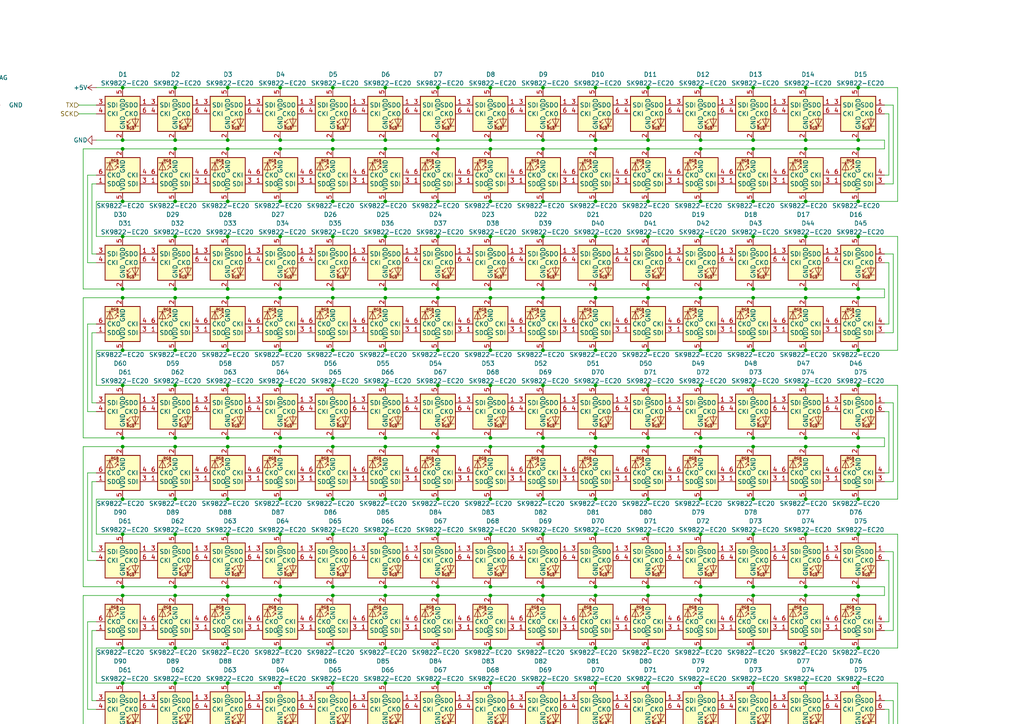
<source format=kicad_sch>
(kicad_sch (version 20230121) (generator eeschema)
  (paper "A4")
  (junction (at 81.28 388.62))
  (junction (at 111.76 127))
  (junction (at 35.56 360.68))
  (junction (at 81.28 299.72))
  (junction (at 35.56 231.14))
  (junction (at 172.72 198.12))
  (junction (at 142.24 317.5))
  (junction (at 187.96 86.36))
  (junction (at 127 86.36))
  (junction (at 35.56 345.44))
  (junction (at 142.24 68.58))
  (junction (at 157.48 370.84))
  (junction (at 172.72 342.9))
  (junction (at 218.44 231.14))
  (junction (at 142.24 386.08))
  (junction (at 127 231.14))
  (junction (at 187.96 58.42))
  (junction (at 127 388.62))
  (junction (at 172.72 388.62))
  (junction (at 127 144.78))
  (junction (at 203.2 43.18))
  (junction (at 35.56 144.78))
  (junction (at 127 259.08))
  (junction (at 233.68 86.36))
  (junction (at -2.54 106.68))
  (junction (at 35.56 154.94))
  (junction (at 111.76 86.36))
  (junction (at 66.04 274.32))
  (junction (at 96.52 83.82))
  (junction (at 111.76 83.82))
  (junction (at 35.56 284.48))
  (junction (at 96.52 68.58))
  (junction (at 35.56 25.4))
  (junction (at 81.28 302.26))
  (junction (at 157.48 187.96))
  (junction (at 218.44 299.72))
  (junction (at -7.62 152.4))
  (junction (at 81.28 231.14))
  (junction (at 81.28 58.42))
  (junction (at 203.2 111.76))
  (junction (at 248.92 284.48))
  (junction (at 233.68 284.48))
  (junction (at 218.44 403.86))
  (junction (at 66.04 213.36))
  (junction (at 96.52 215.9))
  (junction (at 157.48 83.82))
  (junction (at -2.54 167.64))
  (junction (at 96.52 388.62))
  (junction (at 66.04 370.84))
  (junction (at 218.44 25.4))
  (junction (at 111.76 154.94))
  (junction (at 35.56 215.9))
  (junction (at 248.92 86.36))
  (junction (at 96.52 213.36))
  (junction (at 142.24 83.82))
  (junction (at 66.04 172.72))
  (junction (at 187.96 40.64))
  (junction (at 233.68 213.36))
  (junction (at -7.62 137.16))
  (junction (at 218.44 241.3))
  (junction (at 50.8 215.9))
  (junction (at 50.8 231.14))
  (junction (at 248.92 231.14))
  (junction (at 187.96 345.44))
  (junction (at 233.68 215.9))
  (junction (at 172.72 403.86))
  (junction (at -7.62 121.92))
  (junction (at 203.2 259.08))
  (junction (at 203.2 83.82))
  (junction (at 66.04 299.72))
  (junction (at 81.28 274.32))
  (junction (at 127 43.18))
  (junction (at -7.62 91.44))
  (junction (at 127 370.84))
  (junction (at 248.92 215.9))
  (junction (at 81.28 213.36))
  (junction (at 157.48 302.26))
  (junction (at 218.44 215.9))
  (junction (at 142.24 154.94))
  (junction (at 142.24 342.9))
  (junction (at 248.92 299.72))
  (junction (at 142.24 302.26))
  (junction (at 50.8 154.94))
  (junction (at 96.52 40.64))
  (junction (at 187.96 213.36))
  (junction (at 218.44 43.18))
  (junction (at 203.2 403.86))
  (junction (at 218.44 187.96))
  (junction (at 218.44 154.94))
  (junction (at 203.2 299.72))
  (junction (at 187.96 198.12))
  (junction (at 157.48 256.54))
  (junction (at 66.04 284.48))
  (junction (at 127 386.08))
  (junction (at 172.72 170.18))
  (junction (at 66.04 129.54))
  (junction (at -7.62 60.96))
  (junction (at 248.92 129.54))
  (junction (at 248.92 345.44))
  (junction (at 50.8 101.6))
  (junction (at 187.96 215.9))
  (junction (at 127 83.82))
  (junction (at 81.28 68.58))
  (junction (at 35.56 187.96))
  (junction (at 81.28 187.96))
  (junction (at 111.76 360.68))
  (junction (at 66.04 68.58))
  (junction (at 81.28 342.9))
  (junction (at 127 345.44))
  (junction (at 218.44 129.54))
  (junction (at 96.52 86.36))
  (junction (at 50.8 43.18))
  (junction (at 142.24 274.32))
  (junction (at 218.44 172.72))
  (junction (at 203.2 284.48))
  (junction (at -2.54 114.3))
  (junction (at 50.8 198.12))
  (junction (at -7.62 45.72))
  (junction (at 66.04 215.9))
  (junction (at 50.8 284.48))
  (junction (at 66.04 25.4))
  (junction (at 218.44 302.26))
  (junction (at 187.96 187.96))
  (junction (at 35.56 127))
  (junction (at 203.2 172.72))
  (junction (at 218.44 213.36))
  (junction (at 66.04 345.44))
  (junction (at 96.52 274.32))
  (junction (at 248.92 360.68))
  (junction (at 81.28 83.82))
  (junction (at 111.76 43.18))
  (junction (at 35.56 213.36))
  (junction (at 187.96 299.72))
  (junction (at 96.52 231.14))
  (junction (at -2.54 45.72))
  (junction (at 248.92 172.72))
  (junction (at 111.76 40.64))
  (junction (at 187.96 317.5))
  (junction (at 142.24 345.44))
  (junction (at 233.68 317.5))
  (junction (at 127 215.9))
  (junction (at 233.68 68.58))
  (junction (at 157.48 215.9))
  (junction (at 111.76 111.76))
  (junction (at -2.54 38.1))
  (junction (at 248.92 256.54))
  (junction (at 50.8 25.4))
  (junction (at 218.44 83.82))
  (junction (at 96.52 259.08))
  (junction (at 66.04 198.12))
  (junction (at 218.44 386.08))
  (junction (at 50.8 83.82))
  (junction (at 187.96 327.66))
  (junction (at 35.56 256.54))
  (junction (at 111.76 284.48))
  (junction (at 203.2 58.42))
  (junction (at 187.96 43.18))
  (junction (at 81.28 172.72))
  (junction (at 172.72 345.44))
  (junction (at 187.96 388.62))
  (junction (at 142.24 198.12))
  (junction (at 66.04 144.78))
  (junction (at 248.92 241.3))
  (junction (at 50.8 111.76))
  (junction (at 50.8 403.86))
  (junction (at 66.04 231.14))
  (junction (at 248.92 187.96))
  (junction (at 111.76 68.58))
  (junction (at 81.28 403.86))
  (junction (at 203.2 129.54))
  (junction (at 96.52 170.18))
  (junction (at 218.44 170.18))
  (junction (at 157.48 172.72))
  (junction (at 218.44 259.08))
  (junction (at 157.48 241.3))
  (junction (at 127 68.58))
  (junction (at 127 40.64))
  (junction (at 66.04 259.08))
  (junction (at 66.04 241.3))
  (junction (at 127 129.54))
  (junction (at 50.8 68.58))
  (junction (at 157.48 198.12))
  (junction (at 172.72 256.54))
  (junction (at 81.28 386.08))
  (junction (at 187.96 25.4))
  (junction (at 203.2 317.5))
  (junction (at 96.52 127))
  (junction (at 248.92 25.4))
  (junction (at -7.62 76.2))
  (junction (at 233.68 187.96))
  (junction (at 218.44 198.12))
  (junction (at 187.96 154.94))
  (junction (at 50.8 129.54))
  (junction (at 127 299.72))
  (junction (at 233.68 274.32))
  (junction (at 187.96 241.3))
  (junction (at 142.24 187.96))
  (junction (at 218.44 58.42))
  (junction (at 157.48 40.64))
  (junction (at -2.54 53.34))
  (junction (at 81.28 256.54))
  (junction (at 142.24 360.68))
  (junction (at 111.76 256.54))
  (junction (at 50.8 86.36))
  (junction (at 233.68 43.18))
  (junction (at 187.96 302.26))
  (junction (at 218.44 256.54))
  (junction (at 111.76 25.4))
  (junction (at 66.04 58.42))
  (junction (at 172.72 299.72))
  (junction (at 35.56 403.86))
  (junction (at 233.68 170.18))
  (junction (at 218.44 388.62))
  (junction (at -7.62 144.78))
  (junction (at 157.48 388.62))
  (junction (at 81.28 259.08))
  (junction (at 35.56 129.54))
  (junction (at 187.96 360.68))
  (junction (at 248.92 127))
  (junction (at 111.76 241.3))
  (junction (at 248.92 43.18))
  (junction (at 203.2 25.4))
  (junction (at 142.24 170.18))
  (junction (at 142.24 256.54))
  (junction (at 218.44 284.48))
  (junction (at 187.96 342.9))
  (junction (at 96.52 342.9))
  (junction (at 50.8 256.54))
  (junction (at 157.48 144.78))
  (junction (at 233.68 302.26))
  (junction (at 233.68 83.82))
  (junction (at 66.04 388.62))
  (junction (at 172.72 187.96))
  (junction (at 218.44 144.78))
  (junction (at 142.24 127))
  (junction (at -7.62 53.34))
  (junction (at 187.96 144.78))
  (junction (at 50.8 40.64))
  (junction (at 111.76 342.9))
  (junction (at 172.72 83.82))
  (junction (at 96.52 302.26))
  (junction (at -7.62 83.82))
  (junction (at 50.8 172.72))
  (junction (at 66.04 187.96))
  (junction (at 50.8 342.9))
  (junction (at 127 187.96))
  (junction (at 127 327.66))
  (junction (at 233.68 127))
  (junction (at 127 170.18))
  (junction (at 203.2 302.26))
  (junction (at 172.72 386.08))
  (junction (at 218.44 317.5))
  (junction (at 81.28 40.64))
  (junction (at 111.76 388.62))
  (junction (at 157.48 284.48))
  (junction (at 157.48 111.76))
  (junction (at 142.24 101.6))
  (junction (at 81.28 101.6))
  (junction (at 203.2 187.96))
  (junction (at 96.52 101.6))
  (junction (at 233.68 327.66))
  (junction (at 66.04 154.94))
  (junction (at 35.56 370.84))
  (junction (at 187.96 127))
  (junction (at 203.2 86.36))
  (junction (at 233.68 388.62))
  (junction (at 127 198.12))
  (junction (at 203.2 388.62))
  (junction (at 111.76 101.6))
  (junction (at 233.68 342.9))
  (junction (at 96.52 327.66))
  (junction (at 187.96 111.76))
  (junction (at 157.48 403.86))
  (junction (at 50.8 345.44))
  (junction (at 50.8 170.18))
  (junction (at -7.62 114.3))
  (junction (at 66.04 386.08))
  (junction (at 142.24 43.18))
  (junction (at 81.28 360.68))
  (junction (at 111.76 213.36))
  (junction (at 157.48 101.6))
  (junction (at 111.76 58.42))
  (junction (at 50.8 127))
  (junction (at 172.72 172.72))
  (junction (at 172.72 370.84))
  (junction (at 248.92 111.76))
  (junction (at 50.8 360.68))
  (junction (at 248.92 403.86))
  (junction (at 35.56 58.42))
  (junction (at 233.68 58.42))
  (junction (at 172.72 129.54))
  (junction (at 203.2 170.18))
  (junction (at 127 284.48))
  (junction (at 203.2 342.9))
  (junction (at 96.52 386.08))
  (junction (at 35.56 172.72))
  (junction (at 35.56 170.18))
  (junction (at 203.2 386.08))
  (junction (at -2.54 99.06))
  (junction (at 157.48 360.68))
  (junction (at 35.56 299.72))
  (junction (at 111.76 198.12))
  (junction (at 172.72 144.78))
  (junction (at 66.04 360.68))
  (junction (at 66.04 101.6))
  (junction (at 35.56 274.32))
  (junction (at 203.2 370.84))
  (junction (at 187.96 170.18))
  (junction (at 142.24 299.72))
  (junction (at 157.48 386.08))
  (junction (at 35.56 68.58))
  (junction (at 187.96 386.08))
  (junction (at 233.68 345.44))
  (junction (at 127 360.68))
  (junction (at 157.48 317.5))
  (junction (at 233.68 111.76))
  (junction (at 96.52 403.86))
  (junction (at 81.28 144.78))
  (junction (at 142.24 370.84))
  (junction (at 50.8 302.26))
  (junction (at 203.2 241.3))
  (junction (at 66.04 83.82))
  (junction (at 66.04 327.66))
  (junction (at 50.8 274.32))
  (junction (at 66.04 86.36))
  (junction (at 66.04 256.54))
  (junction (at 66.04 403.86))
  (junction (at 111.76 274.32))
  (junction (at 187.96 256.54))
  (junction (at 142.24 144.78))
  (junction (at 203.2 144.78))
  (junction (at 66.04 342.9))
  (junction (at 172.72 127))
  (junction (at 35.56 101.6))
  (junction (at 187.96 231.14))
  (junction (at 35.56 83.82))
  (junction (at 127 111.76))
  (junction (at 81.28 86.36))
  (junction (at 157.48 345.44))
  (junction (at 172.72 274.32))
  (junction (at 111.76 345.44))
  (junction (at 248.92 327.66))
  (junction (at -7.62 30.48))
  (junction (at 127 154.94))
  (junction (at 203.2 345.44))
  (junction (at 50.8 187.96))
  (junction (at 157.48 25.4))
  (junction (at 35.56 302.26))
  (junction (at 127 213.36))
  (junction (at 127 317.5))
  (junction (at 142.24 25.4))
  (junction (at 233.68 144.78))
  (junction (at -2.54 144.78))
  (junction (at 81.28 43.18))
  (junction (at 66.04 302.26))
  (junction (at 142.24 172.72))
  (junction (at 111.76 317.5))
  (junction (at 203.2 231.14))
  (junction (at 172.72 360.68))
  (junction (at 233.68 25.4))
  (junction (at 172.72 302.26))
  (junction (at 142.24 58.42))
  (junction (at 157.48 213.36))
  (junction (at 111.76 170.18))
  (junction (at 233.68 403.86))
  (junction (at 81.28 317.5))
  (junction (at 66.04 43.18))
  (junction (at 157.48 129.54))
  (junction (at 203.2 40.64))
  (junction (at 81.28 170.18))
  (junction (at 187.96 68.58))
  (junction (at 142.24 86.36))
  (junction (at 172.72 231.14))
  (junction (at 233.68 198.12))
  (junction (at 111.76 231.14))
  (junction (at 96.52 345.44))
  (junction (at 172.72 284.48))
  (junction (at 96.52 360.68))
  (junction (at 96.52 256.54))
  (junction (at 157.48 68.58))
  (junction (at 96.52 187.96))
  (junction (at 35.56 386.08))
  (junction (at 203.2 154.94))
  (junction (at 233.68 172.72))
  (junction (at 248.92 101.6))
  (junction (at -7.62 167.64))
  (junction (at 233.68 256.54))
  (junction (at 96.52 111.76))
  (junction (at 35.56 241.3))
  (junction (at -2.54 76.2))
  (junction (at 81.28 198.12))
  (junction (at 187.96 259.08))
  (junction (at 127 302.26))
  (junction (at 248.92 154.94))
  (junction (at 172.72 317.5))
  (junction (at 203.2 327.66))
  (junction (at 203.2 215.9))
  (junction (at 50.8 299.72))
  (junction (at 233.68 154.94))
  (junction (at 142.24 284.48))
  (junction (at 172.72 58.42))
  (junction (at 142.24 129.54))
  (junction (at 50.8 388.62))
  (junction (at 96.52 25.4))
  (junction (at 248.92 83.82))
  (junction (at 187.96 403.86))
  (junction (at 157.48 342.9))
  (junction (at 218.44 360.68))
  (junction (at 127 403.86))
  (junction (at -7.62 68.58))
  (junction (at 157.48 170.18))
  (junction (at 66.04 317.5))
  (junction (at 142.24 213.36))
  (junction (at 127 342.9))
  (junction (at 218.44 327.66))
  (junction (at 111.76 144.78))
  (junction (at 127 241.3))
  (junction (at 218.44 40.64))
  (junction (at 81.28 127))
  (junction (at 157.48 299.72))
  (junction (at 203.2 213.36))
  (junction (at 172.72 111.76))
  (junction (at 248.92 302.26))
  (junction (at -2.54 137.16))
  (junction (at 66.04 111.76))
  (junction (at 218.44 68.58))
  (junction (at 96.52 370.84))
  (junction (at 50.8 386.08))
  (junction (at 187.96 370.84))
  (junction (at -2.54 91.44))
  (junction (at 50.8 370.84))
  (junction (at 81.28 241.3))
  (junction (at 248.92 40.64))
  (junction (at 50.8 241.3))
  (junction (at 203.2 198.12))
  (junction (at 233.68 241.3))
  (junction (at 111.76 327.66))
  (junction (at 35.56 111.76))
  (junction (at 172.72 25.4))
  (junction (at 81.28 25.4))
  (junction (at 127 256.54))
  (junction (at 233.68 101.6))
  (junction (at 111.76 370.84))
  (junction (at 172.72 86.36))
  (junction (at 96.52 154.94))
  (junction (at 142.24 231.14))
  (junction (at 111.76 302.26))
  (junction (at 81.28 154.94))
  (junction (at 81.28 129.54))
  (junction (at 142.24 327.66))
  (junction (at -2.54 60.96))
  (junction (at 203.2 274.32))
  (junction (at 172.72 68.58))
  (junction (at -7.62 38.1))
  (junction (at 50.8 144.78))
  (junction (at -7.62 160.02))
  (junction (at 96.52 172.72))
  (junction (at 157.48 327.66))
  (junction (at 96.52 43.18))
  (junction (at -2.54 83.82))
  (junction (at 248.92 144.78))
  (junction (at 81.28 215.9))
  (junction (at 218.44 101.6))
  (junction (at -7.62 99.06))
  (junction (at 218.44 342.9))
  (junction (at 157.48 259.08))
  (junction (at 81.28 327.66))
  (junction (at 50.8 58.42))
  (junction (at 66.04 127))
  (junction (at 127 274.32))
  (junction (at 111.76 215.9))
  (junction (at 127 127))
  (junction (at 35.56 317.5))
  (junction (at 127 172.72))
  (junction (at 111.76 187.96))
  (junction (at 248.92 386.08))
  (junction (at 50.8 317.5))
  (junction (at 248.92 317.5))
  (junction (at 142.24 241.3))
  (junction (at 127 58.42))
  (junction (at 203.2 256.54))
  (junction (at 187.96 172.72))
  (junction (at 96.52 299.72))
  (junction (at 248.92 170.18))
  (junction (at 96.52 284.48))
  (junction (at 172.72 213.36))
  (junction (at 187.96 129.54))
  (junction (at 172.72 40.64))
  (junction (at -2.54 68.58))
  (junction (at 248.92 68.58))
  (junction (at 248.92 274.32))
  (junction (at 172.72 43.18))
  (junction (at 111.76 259.08))
  (junction (at 157.48 58.42))
  (junction (at 35.56 327.66))
  (junction (at 233.68 370.84))
  (junction (at 96.52 198.12))
  (junction (at 127 101.6))
  (junction (at 187.96 101.6))
  (junction (at 111.76 403.86))
  (junction (at -2.54 129.54))
  (junction (at 248.92 213.36))
  (junction (at -7.62 106.68))
  (junction (at 233.68 299.72))
  (junction (at 50.8 327.66))
  (junction (at 111.76 299.72))
  (junction (at 172.72 154.94))
  (junction (at -2.54 121.92))
  (junction (at 218.44 127))
  (junction (at 187.96 83.82))
  (junction (at 142.24 388.62))
  (junction (at 203.2 127))
  (junction (at -7.62 129.54))
  (junction (at 142.24 403.86))
  (junction (at 142.24 215.9))
  (junction (at 50.8 213.36))
  (junction (at -2.54 30.48))
  (junction (at 218.44 345.44))
  (junction (at 172.72 241.3))
  (junction (at 157.48 127))
  (junction (at 66.04 170.18))
  (junction (at 35.56 259.08))
  (junction (at 203.2 101.6))
  (junction (at 96.52 317.5))
  (junction (at 157.48 274.32))
  (junction (at 96.52 241.3))
  (junction (at 157.48 86.36))
  (junction (at 96.52 58.42))
  (junction (at 96.52 144.78))
  (junction (at 157.48 231.14))
  (junction (at 81.28 284.48))
  (junction (at 172.72 259.08))
  (junction (at 233.68 386.08))
  (junction (at 248.92 342.9))
  (junction (at 157.48 43.18))
  (junction (at 81.28 111.76))
  (junction (at 218.44 370.84))
  (junction (at 66.04 40.64))
  (junction (at 172.72 327.66))
  (junction (at 35.56 43.18))
  (junction (at -2.54 152.4))
  (junction (at 157.48 154.94))
  (junction (at 50.8 259.08))
  (junction (at 142.24 259.08))
  (junction (at 248.92 198.12))
  (junction (at 218.44 86.36))
  (junction (at 81.28 370.84))
  (junction (at 127 25.4))
  (junction (at 248.92 388.62))
  (junction (at 35.56 342.9))
  (junction (at 96.52 129.54))
  (junction (at 35.56 198.12))
  (junction (at 111.76 386.08))
  (junction (at 187.96 284.48))
  (junction (at 248.92 370.84))
  (junction (at 172.72 215.9))
  (junction (at 142.24 111.76))
  (junction (at 172.72 101.6))
  (junction (at 218.44 274.32))
  (junction (at 187.96 274.32))
  (junction (at 218.44 111.76))
  (junction (at 111.76 129.54))
  (junction (at 35.56 40.64))
  (junction (at -2.54 160.02))
  (junction (at 81.28 345.44))
  (junction (at 233.68 40.64))
  (junction (at 111.76 172.72))
  (junction (at 233.68 259.08))
  (junction (at 35.56 388.62))
  (junction (at 142.24 40.64))
  (junction (at 203.2 68.58))
  (junction (at 233.68 129.54))
  (junction (at 35.56 86.36))
  (junction (at 203.2 360.68))
  (junction (at 233.68 360.68))
  (junction (at 248.92 259.08))
  (junction (at 248.92 58.42))
  (junction (at 233.68 231.14))
  (no_connect (at 43.18 421.64))
  (no_connect (at 43.18 419.1))
  (wire (pts (xy 35.56 284.48) (xy 50.8 284.48)))
  (wire (pts (xy 172.72 129.54) (xy 187.96 129.54)))
  (wire (pts (xy 96.52 274.32) (xy 111.76 274.32)))
  (wire (pts (xy 187.96 345.44) (xy 203.2 345.44)))
  (wire (pts (xy 127 345.44) (xy 142.24 345.44)))
  (wire (pts (xy 27.94 274.32) (xy 27.94 284.48)))
  (wire (pts (xy 248.92 101.6) (xy 233.68 101.6)))
  (wire (pts (xy 35.56 256.54) (xy 50.8 256.54)))
  (wire (pts (xy 26.67 182.88) (xy 26.67 203.2)))
  (wire (pts (xy 233.68 345.44) (xy 248.92 345.44)))
  (wire (pts (xy 218.44 86.36) (xy 203.2 86.36)))
  (wire (pts (xy 248.92 127) (xy 256.54 127)))
  (wire (pts (xy -2.54 60.96) (xy -2.54 68.58)))
  (wire (pts (xy 259.08 375.92) (xy 259.08 398.78)))
  (wire (pts (xy 24.13 388.62) (xy 24.13 429.26)))
  (wire (pts (xy 127 111.76) (xy 142.24 111.76)))
  (wire (pts (xy 187.96 241.3) (xy 203.2 241.3)))
  (wire (pts (xy 111.76 127) (xy 127 127)))
  (wire (pts (xy 248.92 40.64) (xy 256.54 40.64)))
  (wire (pts (xy 111.76 86.36) (xy 96.52 86.36)))
  (wire (pts (xy 248.92 327.66) (xy 260.35 327.66)))
  (wire (pts (xy 111.76 317.5) (xy 127 317.5)))
  (wire (pts (xy 233.68 215.9) (xy 248.92 215.9)))
  (wire (pts (xy 50.8 101.6) (xy 35.56 101.6)))
  (wire (pts (xy 257.81 180.34) (xy 256.54 180.34)))
  (wire (pts (xy 27.94 355.6) (xy 26.67 355.6)))
  (wire (pts (xy 26.67 355.6) (xy 26.67 375.92)))
  (wire (pts (xy 50.8 68.58) (xy 66.04 68.58)))
  (wire (pts (xy 259.08 375.92) (xy 256.54 375.92)))
  (wire (pts (xy 127 58.42) (xy 111.76 58.42)))
  (wire (pts (xy 142.24 317.5) (xy 157.48 317.5)))
  (wire (pts (xy 157.48 231.14) (xy 172.72 231.14)))
  (wire (pts (xy 233.68 111.76) (xy 248.92 111.76)))
  (wire (pts (xy -7.62 121.92) (xy -7.62 129.54)))
  (wire (pts (xy 187.96 215.9) (xy 203.2 215.9)))
  (wire (pts (xy 142.24 327.66) (xy 157.48 327.66)))
  (wire (pts (xy 218.44 284.48) (xy 233.68 284.48)))
  (wire (pts (xy 111.76 327.66) (xy 127 327.66)))
  (wire (pts (xy 157.48 213.36) (xy 172.72 213.36)))
  (wire (pts (xy 203.2 388.62) (xy 218.44 388.62)))
  (wire (pts (xy 81.28 43.18) (xy 66.04 43.18)))
  (wire (pts (xy 81.28 215.9) (xy 96.52 215.9)))
  (wire (pts (xy 111.76 299.72) (xy 127 299.72)))
  (wire (pts (xy 96.52 299.72) (xy 111.76 299.72)))
  (wire (pts (xy 256.54 93.98) (xy 257.81 93.98)))
  (wire (pts (xy 66.04 198.12) (xy 81.28 198.12)))
  (wire (pts (xy 66.04 299.72) (xy 81.28 299.72)))
  (wire (pts (xy 50.8 40.64) (xy 66.04 40.64)))
  (wire (pts (xy 218.44 40.64) (xy 233.68 40.64)))
  (wire (pts (xy 96.52 241.3) (xy 111.76 241.3)))
  (wire (pts (xy 96.52 213.36) (xy 111.76 213.36)))
  (wire (pts (xy 81.28 231.14) (xy 96.52 231.14)))
  (wire (pts (xy 50.8 58.42) (xy 35.56 58.42)))
  (wire (pts (xy 24.13 302.26) (xy 35.56 302.26)))
  (wire (pts (xy 257.81 223.52) (xy 256.54 223.52)))
  (wire (pts (xy 66.04 403.86) (xy 81.28 403.86)))
  (wire (pts (xy -2.54 137.16) (xy -2.54 144.78)))
  (wire (pts (xy 256.54 129.54) (xy 256.54 127)))
  (wire (pts (xy 256.54 43.18) (xy 256.54 40.64)))
  (wire (pts (xy 248.92 170.18) (xy 256.54 170.18)))
  (wire (pts (xy 127 231.14) (xy 142.24 231.14)))
  (wire (pts (xy 81.28 25.4) (xy 96.52 25.4)))
  (wire (pts (xy 127 327.66) (xy 142.24 327.66)))
  (wire (pts (xy 127 302.26) (xy 142.24 302.26)))
  (wire (pts (xy 142.24 129.54) (xy 157.48 129.54)))
  (wire (pts (xy 233.68 370.84) (xy 248.92 370.84)))
  (wire (pts (xy 50.8 284.48) (xy 66.04 284.48)))
  (wire (pts (xy 66.04 360.68) (xy 81.28 360.68)))
  (wire (pts (xy 218.44 58.42) (xy 203.2 58.42)))
  (wire (pts (xy 66.04 241.3) (xy 81.28 241.3)))
  (wire (pts (xy 66.04 345.44) (xy 81.28 345.44)))
  (wire (pts (xy 27.94 370.84) (xy 35.56 370.84)))
  (wire (pts (xy 111.76 388.62) (xy 127 388.62)))
  (wire (pts (xy 172.72 317.5) (xy 187.96 317.5)))
  (wire (pts (xy 259.08 116.84) (xy 256.54 116.84)))
  (wire (pts (xy 187.96 40.64) (xy 203.2 40.64)))
  (wire (pts (xy 50.8 127) (xy 66.04 127)))
  (wire (pts (xy 142.24 299.72) (xy 157.48 299.72)))
  (wire (pts (xy 127 101.6) (xy 111.76 101.6)))
  (wire (pts (xy 157.48 111.76) (xy 172.72 111.76)))
  (wire (pts (xy 233.68 198.12) (xy 248.92 198.12)))
  (wire (pts (xy 96.52 370.84) (xy 111.76 370.84)))
  (wire (pts (xy 27.94 248.92) (xy 25.4 248.92)))
  (wire (pts (xy 26.67 160.02) (xy 27.94 160.02)))
  (wire (pts (xy -2.54 83.82) (xy -2.54 91.44)))
  (wire (pts (xy 248.92 172.72) (xy 256.54 172.72)))
  (wire (pts (xy 248.92 58.42) (xy 260.35 58.42)))
  (wire (pts (xy 218.44 327.66) (xy 233.68 327.66)))
  (wire (pts (xy 96.52 83.82) (xy 81.28 83.82)))
  (wire (pts (xy 35.56 317.5) (xy 50.8 317.5)))
  (wire (pts (xy 157.48 25.4) (xy 172.72 25.4)))
  (wire (pts (xy 127 360.68) (xy 142.24 360.68)))
  (wire (pts (xy -7.62 99.06) (xy -7.62 106.68)))
  (wire (pts (xy 142.24 388.62) (xy 157.48 388.62)))
  (wire (pts (xy 111.76 302.26) (xy 127 302.26)))
  (wire (pts (xy 24.13 345.44) (xy 24.13 386.08)))
  (wire (pts (xy 260.35 25.4) (xy 260.35 58.42)))
  (wire (pts (xy 27.94 292.1) (xy 25.4 292.1)))
  (wire (pts (xy 35.56 231.14) (xy 50.8 231.14)))
  (wire (pts (xy 96.52 111.76) (xy 111.76 111.76)))
  (wire (pts (xy 127 129.54) (xy 142.24 129.54)))
  (wire (pts (xy 27.94 378.46) (xy 25.4 378.46)))
  (wire (pts (xy 260.35 241.3) (xy 260.35 274.32)))
  (wire (pts (xy 24.13 429.26) (xy 35.56 429.26)))
  (wire (pts (xy 248.92 284.48) (xy 260.35 284.48)))
  (wire (pts (xy 26.67 53.34) (xy 26.67 73.66)))
  (wire (pts (xy 233.68 187.96) (xy 248.92 187.96)))
  (wire (pts (xy -7.62 30.48) (xy -7.62 38.1)))
  (wire (pts (xy 27.94 274.32) (xy 35.56 274.32)))
  (wire (pts (xy 127 342.9) (xy 142.24 342.9)))
  (wire (pts (xy 257.81 248.92) (xy 257.81 266.7)))
  (wire (pts (xy 187.96 111.76) (xy 203.2 111.76)))
  (wire (pts (xy 257.81 33.02) (xy 257.81 50.8)))
  (wire (pts (xy 218.44 111.76) (xy 233.68 111.76)))
  (wire (pts (xy 127 40.64) (xy 142.24 40.64)))
  (wire (pts (xy 218.44 370.84) (xy 233.68 370.84)))
  (wire (pts (xy 172.72 345.44) (xy 187.96 345.44)))
  (wire (pts (xy 187.96 342.9) (xy 203.2 342.9)))
  (wire (pts (xy 157.48 259.08) (xy 172.72 259.08)))
  (wire (pts (xy 172.72 198.12) (xy 187.96 198.12)))
  (wire (pts (xy 24.13 172.72) (xy 24.13 213.36)))
  (wire (pts (xy -2.54 152.4) (xy -2.54 160.02)))
  (wire (pts (xy -7.62 68.58) (xy -7.62 76.2)))
  (wire (pts (xy 27.94 96.52) (xy 26.67 96.52)))
  (wire (pts (xy 96.52 284.48) (xy 111.76 284.48)))
  (wire (pts (xy 25.4 396.24) (xy 27.94 396.24)))
  (wire (pts (xy 157.48 127) (xy 172.72 127)))
  (wire (pts (xy 50.8 299.72) (xy 66.04 299.72)))
  (wire (pts (xy 187.96 403.86) (xy 203.2 403.86)))
  (wire (pts (xy 248.92 58.42) (xy 233.68 58.42)))
  (wire (pts (xy 203.2 403.86) (xy 218.44 403.86)))
  (wire (pts (xy 260.35 327.66) (xy 260.35 360.68)))
  (wire (pts (xy 127 127) (xy 142.24 127)))
  (wire (pts (xy 142.24 345.44) (xy 157.48 345.44)))
  (wire (pts (xy 187.96 386.08) (xy 203.2 386.08)))
  (wire (pts (xy 233.68 129.54) (xy 248.92 129.54)))
  (wire (pts (xy -7.62 45.72) (xy -7.62 53.34)))
  (wire (pts (xy 25.4 180.34) (xy 25.4 205.74)))
  (wire (pts (xy 172.72 213.36) (xy 187.96 213.36)))
  (wire (pts (xy 172.72 259.08) (xy 187.96 259.08)))
  (wire (pts (xy 259.08 96.52) (xy 259.08 73.66)))
  (wire (pts (xy 111.76 83.82) (xy 96.52 83.82)))
  (wire (pts (xy 142.24 213.36) (xy 157.48 213.36)))
  (wire (pts (xy 50.8 187.96) (xy 66.04 187.96)))
  (wire (pts (xy 203.2 241.3) (xy 218.44 241.3)))
  (wire (pts (xy 172.72 284.48) (xy 187.96 284.48)))
  (wire (pts (xy 157.48 388.62) (xy 172.72 388.62)))
  (wire (pts (xy 248.92 215.9) (xy 256.54 215.9)))
  (wire (pts (xy 27.94 403.86) (xy 35.56 403.86)))
  (wire (pts (xy 259.08 116.84) (xy 259.08 139.7)))
  (wire (pts (xy 256.54 83.82) (xy 256.54 86.36)))
  (wire (pts (xy 81.28 259.08) (xy 96.52 259.08)))
  (wire (pts (xy 218.44 241.3) (xy 233.68 241.3)))
  (wire (pts (xy 187.96 256.54) (xy 203.2 256.54)))
  (wire (pts (xy 203.2 370.84) (xy 218.44 370.84)))
  (wire (pts (xy 26.67 269.24) (xy 26.67 289.56)))
  (wire (pts (xy 172.72 386.08) (xy 187.96 386.08)))
  (wire (pts (xy 203.2 231.14) (xy 218.44 231.14)))
  (wire (pts (xy 157.48 360.68) (xy 172.72 360.68)))
  (wire (pts (xy 256.54 378.46) (xy 257.81 378.46)))
  (wire (pts (xy 233.68 302.26) (xy 248.92 302.26)))
  (wire (pts (xy 203.2 40.64) (xy 218.44 40.64)))
  (wire (pts (xy 218.44 129.54) (xy 233.68 129.54)))
  (wire (pts (xy 96.52 327.66) (xy 111.76 327.66)))
  (wire (pts (xy 24.13 259.08) (xy 24.13 299.72)))
  (wire (pts (xy 81.28 127) (xy 96.52 127)))
  (wire (pts (xy 25.4 93.98) (xy 25.4 119.38)))
  (wire (pts (xy 66.04 83.82) (xy 50.8 83.82)))
  (wire (pts (xy 81.28 370.84) (xy 96.52 370.84)))
  (wire (pts (xy 27.94 139.7) (xy 26.67 139.7)))
  (wire (pts (xy 172.72 215.9) (xy 187.96 215.9)))
  (wire (pts (xy 203.2 83.82) (xy 187.96 83.82)))
  (wire (pts (xy 27.94 58.42) (xy 27.94 68.58)))
  (wire (pts (xy 203.2 259.08) (xy 218.44 259.08)))
  (wire (pts (xy 26.67 312.42) (xy 26.67 332.74)))
  (wire (pts (xy 27.94 231.14) (xy 27.94 241.3)))
  (wire (pts (xy 111.76 170.18) (xy 127 170.18)))
  (wire (pts (xy 35.56 144.78) (xy 50.8 144.78)))
  (wire (pts (xy 203.2 345.44) (xy 218.44 345.44)))
  (wire (pts (xy 248.92 129.54) (xy 256.54 129.54)))
  (wire (pts (xy 203.2 198.12) (xy 218.44 198.12)))
  (wire (pts (xy 172.72 388.62) (xy 187.96 388.62)))
  (wire (pts (xy 81.28 342.9) (xy 96.52 342.9)))
  (wire (pts (xy 203.2 144.78) (xy 218.44 144.78)))
  (wire (pts (xy 111.76 403.86) (xy 127 403.86)))
  (wire (pts (xy 187.96 299.72) (xy 203.2 299.72)))
  (wire (pts (xy 35.56 370.84) (xy 50.8 370.84)))
  (wire (pts (xy 257.81 119.38) (xy 257.81 137.16)))
  (wire (pts (xy 35.56 327.66) (xy 50.8 327.66)))
  (wire (pts (xy 172.72 231.14) (xy 187.96 231.14)))
  (wire (pts (xy 27.94 154.94) (xy 35.56 154.94)))
  (wire (pts (xy 172.72 172.72) (xy 187.96 172.72)))
  (wire (pts (xy 81.28 68.58) (xy 96.52 68.58)))
  (wire (pts (xy 111.76 111.76) (xy 127 111.76)))
  (wire (pts (xy 35.56 259.08) (xy 50.8 259.08)))
  (wire (pts (xy 203.2 25.4) (xy 218.44 25.4)))
  (wire (pts (xy 81.28 58.42) (xy 66.04 58.42)))
  (wire (pts (xy 259.08 30.48) (xy 256.54 30.48)))
  (wire (pts (xy 27.94 198.12) (xy 35.56 198.12)))
  (wire (pts (xy 66.04 68.58) (xy 81.28 68.58)))
  (wire (pts (xy 26.67 398.78) (xy 26.67 419.1)))
  (wire (pts (xy 256.54 266.7) (xy 257.81 266.7)))
  (wire (pts (xy 142.24 187.96) (xy 157.48 187.96)))
  (wire (pts (xy 142.24 86.36) (xy 127 86.36)))
  (wire (pts (xy 187.96 187.96) (xy 203.2 187.96)))
  (wire (pts (xy 233.68 43.18) (xy 248.92 43.18)))
  (wire (pts (xy 96.52 40.64) (xy 111.76 40.64)))
  (wire (pts (xy 81.28 274.32) (xy 96.52 274.32)))
  (wire (pts (xy 50.8 25.4) (xy 66.04 25.4)))
  (wire (pts (xy 256.54 388.62) (xy 256.54 386.08)))
  (wire (pts (xy 24.13 86.36) (xy 35.56 86.36)))
  (wire (pts (xy 187.96 231.14) (xy 203.2 231.14)))
  (wire (pts (xy 187.96 86.36) (xy 172.72 86.36)))
  (wire (pts (xy 256.54 83.82) (xy 248.92 83.82)))
  (wire (pts (xy 50.8 327.66) (xy 66.04 327.66)))
  (wire (pts (xy 24.13 299.72) (xy 35.56 299.72)))
  (wire (pts (xy -7.62 137.16) (xy -7.62 144.78)))
  (wire (pts (xy 233.68 213.36) (xy 248.92 213.36)))
  (wire (pts (xy 233.68 86.36) (xy 218.44 86.36)))
  (wire (pts (xy 203.2 101.6) (xy 187.96 101.6)))
  (wire (pts (xy 111.76 284.48) (xy 127 284.48)))
  (wire (pts (xy -2.54 26.67) (xy -2.54 30.48)))
  (wire (pts (xy 24.13 256.54) (xy 35.56 256.54)))
  (wire (pts (xy 66.04 86.36) (xy 50.8 86.36)))
  (wire (pts (xy 248.92 144.78) (xy 260.35 144.78)))
  (wire (pts (xy 66.04 170.18) (xy 81.28 170.18)))
  (wire (pts (xy 66.04 231.14) (xy 81.28 231.14)))
  (wire (pts (xy 203.2 317.5) (xy 218.44 317.5)))
  (wire (pts (xy 66.04 215.9) (xy 81.28 215.9)))
  (wire (pts (xy 256.54 33.02) (xy 257.81 33.02)))
  (wire (pts (xy 127 213.36) (xy 142.24 213.36)))
  (wire (pts (xy 172.72 360.68) (xy 187.96 360.68)))
  (wire (pts (xy 233.68 327.66) (xy 248.92 327.66)))
  (wire (pts (xy 27.94 226.06) (xy 26.67 226.06)))
  (wire (pts (xy 187.96 317.5) (xy 203.2 317.5)))
  (wire (pts (xy -2.54 144.78) (xy -2.54 152.4)))
  (wire (pts (xy 203.2 360.68) (xy 218.44 360.68)))
  (wire (pts (xy 203.2 172.72) (xy 218.44 172.72)))
  (wire (pts (xy 248.92 274.32) (xy 260.35 274.32)))
  (wire (pts (xy 260.35 68.58) (xy 260.35 101.6)))
  (wire (pts (xy 157.48 68.58) (xy 172.72 68.58)))
  (wire (pts (xy 218.44 274.32) (xy 233.68 274.32)))
  (wire (pts (xy 50.8 213.36) (xy 66.04 213.36)))
  (wire (pts (xy 96.52 317.5) (xy 111.76 317.5)))
  (wire (pts (xy 81.28 40.64) (xy 96.52 40.64)))
  (wire (pts (xy -7.62 26.67) (xy -7.62 30.48)))
  (wire (pts (xy 96.52 172.72) (xy 111.76 172.72)))
  (wire (pts (xy 66.04 327.66) (xy 81.28 327.66)))
  (wire (pts (xy 25.4 93.98) (xy 27.94 93.98)))
  (wire (pts (xy 27.94 360.68) (xy 35.56 360.68)))
  (wire (pts (xy 256.54 345.44) (xy 256.54 342.9)))
  (wire (pts (xy 27.94 327.66) (xy 35.56 327.66)))
  (wire (pts (xy -2.54 30.48) (xy -2.54 38.1)))
  (wire (pts (xy 157.48 327.66) (xy 172.72 327.66)))
  (wire (pts (xy 27.94 53.34) (xy 26.67 53.34)))
  (wire (pts (xy 35.56 386.08) (xy 50.8 386.08)))
  (wire (pts (xy 218.44 345.44) (xy 233.68 345.44)))
  (wire (pts (xy 127 370.84) (xy 142.24 370.84)))
  (wire (pts (xy 27.94 312.42) (xy 26.67 312.42)))
  (wire (pts (xy 50.8 256.54) (xy 66.04 256.54)))
  (wire (pts (xy 157.48 302.26) (xy 172.72 302.26)))
  (wire (pts (xy 218.44 317.5) (xy 233.68 317.5)))
  (wire (pts (xy 172.72 241.3) (xy 187.96 241.3)))
  (wire (pts (xy 50.8 170.18) (xy 66.04 170.18)))
  (wire (pts (xy 127 259.08) (xy 142.24 259.08)))
  (wire (pts (xy 142.24 256.54) (xy 157.48 256.54)))
  (wire (pts (xy 157.48 83.82) (xy 142.24 83.82)))
  (wire (pts (xy -2.54 114.3) (xy -2.54 121.92)))
  (wire (pts (xy 50.8 231.14) (xy 66.04 231.14)))
  (wire (pts (xy -7.62 38.1) (xy -7.62 45.72)))
  (wire (pts (xy 27.94 360.68) (xy 27.94 370.84)))
  (wire (pts (xy 96.52 154.94) (xy 111.76 154.94)))
  (wire (pts (xy 127 83.82) (xy 111.76 83.82)))
  (wire (pts (xy 233.68 172.72) (xy 248.92 172.72)))
  (wire (pts (xy 157.48 299.72) (xy 172.72 299.72)))
  (wire (pts (xy 35.56 403.86) (xy 50.8 403.86)))
  (wire (pts (xy 157.48 172.72) (xy 172.72 172.72)))
  (wire (pts (xy 218.44 172.72) (xy 233.68 172.72)))
  (wire (pts (xy 81.28 299.72) (xy 96.52 299.72)))
  (wire (pts (xy 172.72 83.82) (xy 157.48 83.82)))
  (wire (pts (xy 187.96 198.12) (xy 203.2 198.12)))
  (wire (pts (xy 81.28 302.26) (xy 96.52 302.26)))
  (wire (pts (xy 248.92 101.6) (xy 260.35 101.6)))
  (wire (pts (xy 157.48 58.42) (xy 142.24 58.42)))
  (wire (pts (xy 27.94 101.6) (xy 35.56 101.6)))
  (wire (pts (xy 172.72 327.66) (xy 187.96 327.66)))
  (wire (pts (xy 66.04 370.84) (xy 81.28 370.84)))
  (wire (pts (xy 35.56 213.36) (xy 50.8 213.36)))
  (wire (pts (xy 127 241.3) (xy 142.24 241.3)))
  (wire (pts (xy 142.24 259.08) (xy 157.48 259.08)))
  (wire (pts (xy 81.28 170.18) (xy 96.52 170.18)))
  (wire (pts (xy 142.24 360.68) (xy 157.48 360.68)))
  (wire (pts (xy 187.96 259.08) (xy 203.2 259.08)))
  (wire (pts (xy 233.68 274.32) (xy 248.92 274.32)))
  (wire (pts (xy 127 317.5) (xy 142.24 317.5)))
  (wire (pts (xy 187.96 154.94) (xy 203.2 154.94)))
  (wire (pts (xy 111.76 40.64) (xy 127 40.64)))
  (wire (pts (xy 27.94 144.78) (xy 35.56 144.78)))
  (wire (pts (xy 256.54 259.08) (xy 256.54 256.54)))
  (wire (pts (xy 187.96 213.36) (xy 203.2 213.36)))
  (wire (pts (xy 27.94 205.74) (xy 25.4 205.74)))
  (wire (pts (xy 157.48 274.32) (xy 172.72 274.32)))
  (wire (pts (xy 50.8 111.76) (xy 66.04 111.76)))
  (wire (pts (xy 127 198.12) (xy 142.24 198.12)))
  (wire (pts (xy 256.54 76.2) (xy 257.81 76.2)))
  (wire (pts (xy 25.4 180.34) (xy 27.94 180.34)))
  (wire (pts (xy 35.56 187.96) (xy 50.8 187.96)))
  (wire (pts (xy 142.24 101.6) (xy 127 101.6)))
  (wire (pts (xy 35.56 43.18) (xy 24.13 43.18)))
  (wire (pts (xy 172.72 154.94) (xy 187.96 154.94)))
  (wire (pts (xy 218.44 83.82) (xy 203.2 83.82)))
  (wire (pts (xy 96.52 342.9) (xy 111.76 342.9)))
  (wire (pts (xy 172.72 127) (xy 187.96 127)))
  (wire (pts (xy 27.94 25.4) (xy 35.56 25.4)))
  (wire (pts (xy 203.2 187.96) (xy 218.44 187.96)))
  (wire (pts (xy 203.2 127) (xy 218.44 127)))
  (wire (pts (xy 233.68 101.6) (xy 218.44 101.6)))
  (wire (pts (xy 66.04 317.5) (xy 81.28 317.5)))
  (wire (pts (xy 142.24 40.64) (xy 157.48 40.64)))
  (wire (pts (xy 187.96 172.72) (xy 203.2 172.72)))
  (wire (pts (xy 157.48 256.54) (xy 172.72 256.54)))
  (wire (pts (xy 157.48 342.9) (xy 172.72 342.9)))
  (wire (pts (xy 256.54 396.24) (xy 257.81 396.24)))
  (wire (pts (xy 24.13 345.44) (xy 35.56 345.44)))
  (wire (pts (xy 203.2 129.54) (xy 218.44 129.54)))
  (wire (pts (xy 66.04 127) (xy 81.28 127)))
  (wire (pts (xy 111.76 345.44) (xy 127 345.44)))
  (wire (pts (xy 233.68 154.94) (xy 248.92 154.94)))
  (wire (pts (xy 66.04 256.54) (xy 81.28 256.54)))
  (wire (pts (xy 27.94 30.48) (xy 22.86 30.48)))
  (wire (pts (xy 50.8 172.72) (xy 66.04 172.72)))
  (wire (pts (xy 35.56 302.26) (xy 50.8 302.26)))
  (wire (pts (xy 260.35 198.12) (xy 260.35 231.14)))
  (wire (pts (xy -2.54 45.72) (xy -2.54 53.34)))
  (wire (pts (xy 142.24 144.78) (xy 157.48 144.78)))
  (wire (pts (xy 187.96 58.42) (xy 172.72 58.42)))
  (wire (pts (xy 142.24 215.9) (xy 157.48 215.9)))
  (wire (pts (xy 35.56 83.82) (xy 24.13 83.82)))
  (wire (pts (xy 248.92 86.36) (xy 256.54 86.36)))
  (wire (pts (xy 50.8 403.86) (xy 66.04 403.86)))
  (wire (pts (xy 50.8 144.78) (xy 66.04 144.78)))
  (wire (pts (xy 256.54 119.38) (xy 257.81 119.38)))
  (wire (pts (xy 256.54 182.88) (xy 259.08 182.88)))
  (wire (pts (xy 66.04 40.64) (xy 81.28 40.64)))
  (wire (pts (xy 142.24 370.84) (xy 157.48 370.84)))
  (wire (pts (xy 24.13 129.54) (xy 35.56 129.54)))
  (wire (pts (xy -2.54 167.64) (xy -2.54 175.26)))
  (wire (pts (xy 142.24 83.82) (xy 127 83.82)))
  (wire (pts (xy 218.44 68.58) (xy 233.68 68.58)))
  (wire (pts (xy 127 256.54) (xy 142.24 256.54)))
  (wire (pts (xy 35.56 25.4) (xy 50.8 25.4)))
  (wire (pts (xy 66.04 386.08) (xy 81.28 386.08)))
  (wire (pts (xy 248.92 360.68) (xy 260.35 360.68)))
  (wire (pts (xy 111.76 274.32) (xy 127 274.32)))
  (wire (pts (xy 187.96 388.62) (xy 203.2 388.62)))
  (wire (pts (xy 203.2 213.36) (xy 218.44 213.36)))
  (wire (pts (xy 27.94 76.2) (xy 25.4 76.2)))
  (wire (pts (xy 35.56 299.72) (xy 50.8 299.72)))
  (wire (pts (xy 187.96 284.48) (xy 203.2 284.48)))
  (wire (pts (xy 218.44 198.12) (xy 233.68 198.12)))
  (wire (pts (xy 81.28 172.72) (xy 96.52 172.72)))
  (wire (pts (xy 111.76 68.58) (xy 127 68.58)))
  (wire (pts (xy 233.68 386.08) (xy 248.92 386.08)))
  (wire (pts (xy 50.8 215.9) (xy 66.04 215.9)))
  (wire (pts (xy 26.67 96.52) (xy 26.67 116.84)))
  (wire (pts (xy 257.81 335.28) (xy 257.81 353.06)))
  (wire (pts (xy 259.08 289.56) (xy 259.08 312.42)))
  (wire (pts (xy 96.52 144.78) (xy 111.76 144.78)))
  (wire (pts (xy 81.28 403.86) (xy 96.52 403.86)))
  (wire (pts (xy 27.94 187.96) (xy 27.94 198.12)))
  (wire (pts (xy 203.2 154.94) (xy 218.44 154.94)))
  (wire (pts (xy 96.52 25.4) (xy 111.76 25.4)))
  (wire (pts (xy 25.4 223.52) (xy 25.4 248.92)))
  (wire (pts (xy 203.2 299.72) (xy 218.44 299.72)))
  (wire (pts (xy 66.04 172.72) (xy 81.28 172.72)))
  (wire (pts (xy 96.52 58.42) (xy 81.28 58.42)))
  (wire (pts (xy -2.54 68.58) (xy -2.54 76.2)))
  (wire (pts (xy 218.44 403.86) (xy 233.68 403.86)))
  (wire (pts (xy 259.08 246.38) (xy 259.08 269.24)))
  (wire (pts (xy 142.24 68.58) (xy 157.48 68.58)))
  (wire (pts (xy -2.54 38.1) (xy -2.54 45.72)))
  (wire (pts (xy 157.48 170.18) (xy 172.72 170.18)))
  (wire (pts (xy 35.56 154.94) (xy 50.8 154.94)))
  (wire (pts (xy 96.52 129.54) (xy 111.76 129.54)))
  (wire (pts (xy 203.2 111.76) (xy 218.44 111.76)))
  (wire (pts (xy 218.44 360.68) (xy 233.68 360.68)))
  (wire (pts (xy 256.54 248.92) (xy 257.81 248.92)))
  (wire (pts (xy 203.2 170.18) (xy 218.44 170.18)))
  (wire (pts (xy 218.44 187.96) (xy 233.68 187.96)))
  (wire (pts (xy 157.48 187.96) (xy 172.72 187.96)))
  (wire (pts (xy 256.54 302.26) (xy 256.54 299.72)))
  (wire (pts (xy 248.92 231.14) (xy 260.35 231.14)))
  (wire (pts (xy 256.54 226.06) (xy 259.08 226.06)))
  (wire (pts (xy 233.68 360.68) (xy 248.92 360.68)))
  (wire (pts (xy 81.28 388.62) (xy 96.52 388.62)))
  (wire (pts (xy 233.68 127) (xy 248.92 127)))
  (wire (pts (xy 66.04 259.08) (xy 81.28 259.08)))
  (wire (pts (xy 26.67 246.38) (xy 27.94 246.38)))
  (wire (pts (xy 172.72 86.36) (xy 157.48 86.36)))
  (wire (pts (xy 50.8 86.36) (xy 35.56 86.36)))
  (wire (pts (xy 50.8 388.62) (xy 66.04 388.62)))
  (wire (pts (xy 50.8 370.84) (xy 66.04 370.84)))
  (wire (pts (xy 111.76 259.08) (xy 127 259.08)))
  (wire (pts (xy 25.4 396.24) (xy 25.4 421.64)))
  (wire (pts (xy 24.13 213.36) (xy 35.56 213.36)))
  (wire (pts (xy 233.68 40.64) (xy 248.92 40.64)))
  (wire (pts (xy 248.92 317.5) (xy 260.35 317.5)))
  (wire (pts (xy 111.76 58.42) (xy 96.52 58.42)))
  (wire (pts (xy 96.52 215.9) (xy 111.76 215.9)))
  (wire (pts (xy 218.44 231.14) (xy 233.68 231.14)))
  (wire (pts (xy 233.68 86.36) (xy 248.92 86.36)))
  (wire (pts (xy 233.68 299.72) (xy 248.92 299.72)))
  (wire (pts (xy 26.67 332.74) (xy 27.94 332.74)))
  (wire (pts (xy -2.54 76.2) (xy -2.54 83.82)))
  (wire (pts (xy 157.48 40.64) (xy 172.72 40.64)))
  (wire (pts (xy 187.96 68.58) (xy 203.2 68.58)))
  (wire (pts (xy 157.48 241.3) (xy 172.72 241.3)))
  (wire (pts (xy 35.56 111.76) (xy 50.8 111.76)))
  (wire (pts (xy 24.13 386.08) (xy 35.56 386.08)))
  (wire (pts (xy 157.48 101.6) (xy 142.24 101.6)))
  (wire (pts (xy 260.35 154.94) (xy 260.35 187.96)))
  (wire (pts (xy 111.76 187.96) (xy 127 187.96)))
  (wire (pts (xy 142.24 403.86) (xy 157.48 403.86)))
  (wire (pts (xy 256.54 205.74) (xy 257.81 205.74)))
  (wire (pts (xy 248.92 259.08) (xy 256.54 259.08)))
  (wire (pts (xy 203.2 58.42) (xy 187.96 58.42)))
  (wire (pts (xy 50.8 274.32) (xy 66.04 274.32)))
  (wire (pts (xy 256.54 292.1) (xy 257.81 292.1)))
  (wire (pts (xy 259.08 203.2) (xy 259.08 226.06)))
  (wire (pts (xy 142.24 25.4) (xy 157.48 25.4)))
  (wire (pts (xy 248.92 403.86) (xy 260.35 403.86)))
  (wire (pts (xy 157.48 345.44) (xy 172.72 345.44)))
  (wire (pts (xy 27.94 101.6) (xy 27.94 111.76)))
  (wire (pts (xy 27.94 284.48) (xy 35.56 284.48)))
  (wire (pts (xy 233.68 317.5) (xy 248.92 317.5)))
  (wire (pts (xy 233.68 58.42) (xy 218.44 58.42)))
  (wire (pts (xy 25.4 223.52) (xy 27.94 223.52)))
  (wire (pts (xy 25.4 266.7) (xy 27.94 266.7)))
  (wire (pts (xy 172.72 302.26) (xy 187.96 302.26)))
  (wire (pts (xy 96.52 101.6) (xy 81.28 101.6)))
  (wire (pts (xy 27.94 144.78) (xy 27.94 154.94)))
  (wire (pts (xy 172.72 187.96) (xy 187.96 187.96)))
  (wire (pts (xy 35.56 127) (xy 50.8 127)))
  (wire (pts (xy 248.92 68.58) (xy 260.35 68.58)))
  (wire (pts (xy 248.92 25.4) (xy 260.35 25.4)))
  (wire (pts (xy 111.76 43.18) (xy 96.52 43.18)))
  (wire (pts (xy 259.08 73.66) (xy 256.54 73.66)))
  (wire (pts (xy 66.04 284.48) (xy 81.28 284.48)))
  (wire (pts (xy -2.54 129.54) (xy -2.54 137.16)))
  (wire (pts (xy 22.86 33.02) (xy 27.94 33.02)))
  (wire (pts (xy 81.28 86.36) (xy 66.04 86.36)))
  (wire (pts (xy 256.54 53.34) (xy 259.08 53.34)))
  (wire (pts (xy 256.54 162.56) (xy 257.81 162.56)))
  (wire (pts (xy 24.13 129.54) (xy 24.13 170.18)))
  (wire (pts (xy 142.24 342.9) (xy 157.48 342.9)))
  (wire (pts (xy 24.13 43.18) (xy 24.13 83.82)))
  (wire (pts (xy 111.76 231.14) (xy 127 231.14)))
  (wire (pts (xy 218.44 170.18) (xy 233.68 170.18)))
  (wire (pts (xy 257.81 292.1) (xy 257.81 309.88)))
  (wire (pts (xy 50.8 241.3) (xy 66.04 241.3)))
  (wire (pts (xy 218.44 388.62) (xy 233.68 388.62)))
  (wire (pts (xy 96.52 170.18) (xy 111.76 170.18)))
  (wire (pts (xy 35.56 40.64) (xy 50.8 40.64)))
  (wire (pts (xy 203.2 274.32) (xy 218.44 274.32)))
  (wire (pts (xy 24.13 342.9) (xy 35.56 342.9)))
  (wire (pts (xy 256.54 172.72) (xy 256.54 170.18)))
  (wire (pts (xy 187.96 25.4) (xy 203.2 25.4)))
  (wire (pts (xy 157.48 198.12) (xy 172.72 198.12)))
  (wire (pts (xy 27.94 187.96) (xy 35.56 187.96)))
  (wire (pts (xy 203.2 386.08) (xy 218.44 386.08)))
  (wire (pts (xy 27.94 241.3) (xy 35.56 241.3)))
  (wire (pts (xy 248.92 299.72) (xy 256.54 299.72)))
  (wire (pts (xy 187.96 144.78) (xy 203.2 144.78)))
  (wire (pts (xy 26.67 116.84) (xy 27.94 116.84)))
  (wire (pts (xy 127 403.86) (xy 142.24 403.86)))
  (wire (pts (xy 218.44 299.72) (xy 233.68 299.72)))
  (wire (pts (xy 157.48 284.48) (xy 172.72 284.48)))
  (wire (pts (xy 248.92 213.36) (xy 256.54 213.36)))
  (wire (pts (xy 203.2 43.18) (xy 187.96 43.18)))
  (wire (pts (xy 27.94 398.78) (xy 26.67 398.78)))
  (wire (pts (xy 50.8 360.68) (xy 66.04 360.68)))
  (wire (pts (xy 35.56 274.32) (xy 50.8 274.32)))
  (wire (pts (xy 81.28 198.12) (xy 96.52 198.12)))
  (wire (pts (xy 248.92 256.54) (xy 256.54 256.54)))
  (wire (pts (xy 127 386.08) (xy 142.24 386.08)))
  (wire (pts (xy 142.24 302.26) (xy 157.48 302.26)))
  (wire (pts (xy 142.24 198.12) (xy 157.48 198.12)))
  (wire (pts (xy 50.8 345.44) (xy 66.04 345.44)))
  (wire (pts (xy 81.28 83.82) (xy 66.04 83.82)))
  (wire (pts (xy 187.96 83.82) (xy 172.72 83.82)))
  (wire (pts (xy 127 284.48) (xy 142.24 284.48)))
  (wire (pts (xy 257.81 137.16) (xy 256.54 137.16)))
  (wire (pts (xy 111.76 101.6) (xy 96.52 101.6)))
  (wire (pts (xy 187.96 101.6) (xy 172.72 101.6)))
  (wire (pts (xy 66.04 129.54) (xy 81.28 129.54)))
  (wire (pts (xy 233.68 284.48) (xy 248.92 284.48)))
  (wire (pts (xy 50.8 83.82) (xy 35.56 83.82)))
  (wire (pts (xy 127 144.78) (xy 142.24 144.78)))
  (wire (pts (xy 218.44 215.9) (xy 233.68 215.9)))
  (wire (pts (xy 24.13 86.36) (xy 24.13 127)))
  (wire (pts (xy 24.13 215.9) (xy 24.13 256.54)))
  (wire (pts (xy 26.67 203.2) (xy 27.94 203.2)))
  (wire (pts (xy 248.92 83.82) (xy 233.68 83.82)))
  (wire (pts (xy 248.92 345.44) (xy 256.54 345.44)))
  (wire (pts (xy 25.4 309.88) (xy 25.4 335.28)))
  (wire (pts (xy 26.67 419.1) (xy 27.94 419.1)))
  (wire (pts (xy 157.48 86.36) (xy 142.24 86.36)))
  (wire (pts (xy 248.92 302.26) (xy 256.54 302.26)))
  (wire (pts (xy 187.96 327.66) (xy 203.2 327.66)))
  (wire (pts (xy 172.72 25.4) (xy 187.96 25.4)))
  (wire (pts (xy 248.92 342.9) (xy 256.54 342.9)))
  (wire (pts (xy 66.04 101.6) (xy 50.8 101.6)))
  (wire (pts (xy 248.92 370.84) (xy 260.35 370.84)))
  (wire (pts (xy 24.13 127) (xy 35.56 127)))
  (wire (pts (xy 157.48 403.86) (xy 172.72 403.86)))
  (wire (pts (xy 248.92 187.96) (xy 260.35 187.96)))
  (wire (pts (xy 26.67 226.06) (xy 26.67 246.38)))
  (wire (pts (xy 66.04 302.26) (xy 81.28 302.26)))
  (wire (pts (xy 25.4 353.06) (xy 25.4 378.46)))
  (wire (pts (xy 96.52 259.08) (xy 111.76 259.08)))
  (wire (pts (xy 111.76 256.54) (xy 127 256.54)))
  (wire (pts (xy 256.54 309.88) (xy 257.81 309.88)))
  (wire (pts (xy 26.67 139.7) (xy 26.67 160.02)))
  (wire (pts (xy 257.81 76.2) (xy 257.81 93.98)))
  (wire (pts (xy 50.8 129.54) (xy 66.04 129.54)))
  (wire (pts (xy 35.56 342.9) (xy 50.8 342.9)))
  (wire (pts (xy 66.04 43.18) (xy 50.8 43.18)))
  (wire (pts (xy 66.04 274.32) (xy 81.28 274.32)))
  (wire (pts (xy 218.44 302.26) (xy 233.68 302.26)))
  (wire (pts (xy 203.2 327.66) (xy 218.44 327.66)))
  (wire (pts (xy 256.54 312.42) (xy 259.08 312.42)))
  (wire (pts (xy 96.52 127) (xy 111.76 127)))
  (wire (pts (xy 96.52 302.26) (xy 111.76 302.26)))
  (wire (pts (xy -7.62 53.34) (xy -7.62 60.96)))
  (wire (pts (xy 157.48 43.18) (xy 142.24 43.18)))
  (wire (pts (xy 172.72 342.9) (xy 187.96 342.9)))
  (wire (pts (xy 233.68 144.78) (xy 248.92 144.78)))
  (wire (pts (xy -7.62 114.3) (xy -7.62 121.92)))
  (wire (pts (xy 256.54 353.06) (xy 257.81 353.06)))
  (wire (pts (xy 35.56 129.54) (xy 50.8 129.54)))
  (wire (pts (xy 172.72 370.84) (xy 187.96 370.84)))
  (wire (pts (xy 81.28 317.5) (xy 96.52 317.5)))
  (wire (pts (xy 111.76 198.12) (xy 127 198.12)))
  (wire (pts (xy 203.2 342.9) (xy 218.44 342.9)))
  (wire (pts (xy 27.94 40.64) (xy 35.56 40.64)))
  (wire (pts (xy 27.94 182.88) (xy 26.67 182.88)))
  (wire (pts (xy 187.96 170.18) (xy 203.2 170.18)))
  (wire (pts (xy 157.48 129.54) (xy 172.72 129.54)))
  (wire (pts (xy -2.54 160.02) (xy -2.54 167.64)))
  (wire (pts (xy 127 215.9) (xy 142.24 215.9)))
  (wire (pts (xy 142.24 58.42) (xy 127 58.42)))
  (wire (pts (xy 248.92 386.08) (xy 256.54 386.08)))
  (wire (pts (xy 172.72 101.6) (xy 157.48 101.6)))
  (wire (pts (xy 127 170.18) (xy 142.24 170.18)))
  (wire (pts (xy 66.04 342.9) (xy 81.28 342.9)))
  (wire (pts (xy 27.94 231.14) (xy 35.56 231.14)))
  (wire (pts (xy -7.62 83.82) (xy -7.62 91.44)))
  (wire (pts (xy 81.28 187.96) (xy 96.52 187.96)))
  (wire (pts (xy 233.68 68.58) (xy 248.92 68.58)))
  (wire (pts (xy -2.54 121.92) (xy -2.54 129.54)))
  (wire (pts (xy 50.8 154.94) (xy 66.04 154.94)))
  (wire (pts (xy 127 86.36) (xy 111.76 86.36)))
  (wire (pts (xy 66.04 213.36) (xy 81.28 213.36)))
  (wire (pts (xy 172.72 274.32) (xy 187.96 274.32)))
  (wire (pts (xy 187.96 360.68) (xy 203.2 360.68)))
  (wire (pts (xy 259.08 332.74) (xy 256.54 332.74)))
  (wire (pts (xy 111.76 154.94) (xy 127 154.94)))
  (wire (pts (xy 50.8 317.5) (xy 66.04 317.5)))
  (wire (pts (xy 260.35 284.48) (xy 260.35 317.5)))
  (wire (pts (xy 127 25.4) (xy 142.24 25.4)))
  (wire (pts (xy 256.54 96.52) (xy 259.08 96.52)))
  (wire (pts (xy 248.92 111.76) (xy 260.35 111.76)))
  (wire (pts (xy 203.2 68.58) (xy 218.44 68.58)))
  (wire (pts (xy 157.48 215.9) (xy 172.72 215.9)))
  (wire (pts (xy 96.52 187.96) (xy 111.76 187.96)))
  (wire (pts (xy 111.76 241.3) (xy 127 241.3)))
  (wire (pts (xy 218.44 386.08) (xy 233.68 386.08)))
  (wire (pts (xy 127 388.62) (xy 142.24 388.62)))
  (wire (pts (xy 172.72 111.76) (xy 187.96 111.76)))
  (wire (pts (xy 66.04 187.96) (xy 81.28 187.96)))
  (wire (pts (xy 259.08 53.34) (xy 259.08 30.48)))
  (wire (pts (xy 27.94 403.86) (xy 27.94 414.02)))
  (wire (pts (xy -7.62 91.44) (xy -7.62 99.06)))
  (wire (pts (xy 187.96 129.54) (xy 203.2 129.54)))
  (wire (pts (xy 172.72 68.58) (xy 187.96 68.58)))
  (wire (pts (xy -2.54 106.68) (xy -2.54 114.3)))
  (wire (pts (xy 26.67 73.66) (xy 27.94 73.66)))
  (wire (pts (xy 96.52 386.08) (xy 111.76 386.08)))
  (wire (pts (xy 81.28 360.68) (xy 96.52 360.68)))
  (wire (pts (xy 218.44 43.18) (xy 203.2 43.18)))
  (wire (pts (xy 35.56 68.58) (xy 50.8 68.58)))
  (wire (pts (xy 233.68 342.9) (xy 248.92 342.9)))
  (wire (pts (xy 218.44 154.94) (xy 233.68 154.94)))
  (wire (pts (xy 24.13 215.9) (xy 35.56 215.9)))
  (wire (pts (xy 187.96 127) (xy 203.2 127)))
  (wire (pts (xy 259.08 160.02) (xy 256.54 160.02)))
  (wire (pts (xy -2.54 91.44) (xy -2.54 99.06)))
  (wire (pts (xy 81.28 144.78) (xy 96.52 144.78)))
  (wire (pts (xy 111.76 213.36) (xy 127 213.36)))
  (wire (pts (xy 172.72 144.78) (xy 187.96 144.78)))
  (wire (pts (xy 111.76 172.72) (xy 127 172.72)))
  (wire (pts (xy 50.8 198.12) (xy 66.04 198.12)))
  (wire (pts (xy 25.4 266.7) (xy 25.4 292.1)))
  (wire (pts (xy 142.24 170.18) (xy 157.48 170.18)))
  (wire (pts (xy 96.52 256.54) (xy 111.76 256.54)))
  (wire (pts (xy 24.13 388.62) (xy 35.56 388.62)))
  (wire (pts (xy 233.68 256.54) (xy 248.92 256.54)))
  (wire (pts (xy 142.24 154.94) (xy 157.48 154.94)))
  (wire (pts (xy 27.94 317.5) (xy 27.94 327.66)))
  (wire (pts (xy 24.13 170.18) (xy 35.56 170.18)))
  (wire (pts (xy 260.35 111.76) (xy 260.35 144.78)))
  (wire (pts (xy 81.28 256.54) (xy 96.52 256.54)))
  (wire (pts (xy 187.96 370.84) (xy 203.2 370.84)))
  (wire (pts (xy 35.56 345.44) (xy 50.8 345.44)))
  (wire (pts (xy 187.96 274.32) (xy 203.2 274.32)))
  (wire (pts (xy 142.24 231.14) (xy 157.48 231.14)))
  (wire (pts (xy 259.08 246.38) (xy 256.54 246.38)))
  (wire (pts (xy 203.2 284.48) (xy 218.44 284.48)))
  (wire (pts (xy 25.4 309.88) (xy 27.94 309.88)))
  (wire (pts (xy 96.52 345.44) (xy 111.76 345.44)))
  (wire (pts (xy 96.52 231.14) (xy 111.76 231.14)))
  (wire (pts (xy 172.72 403.86) (xy 187.96 403.86)))
  (wire (pts (xy 50.8 43.18) (xy 35.56 43.18)))
  (wire (pts (xy 259.08 203.2) (xy 256.54 203.2)))
  (wire (pts (xy 157.48 370.84) (xy 172.72 370.84)))
  (wire (pts (xy 233.68 43.18) (xy 218.44 43.18)))
  (wire (pts (xy 142.24 127) (xy 157.48 127)))
  (wire (pts (xy 111.76 215.9) (xy 127 215.9)))
  (wire (pts (xy 24.13 259.08) (xy 35.56 259.08)))
  (wire (pts (xy 233.68 170.18) (xy 248.92 170.18)))
  (wire (pts (xy 248.92 43.18) (xy 256.54 43.18)))
  (wire (pts (xy 25.4 137.16) (xy 27.94 137.16)))
  (wire (pts (xy 248.92 198.12) (xy 260.35 198.12)))
  (wire (pts (xy 50.8 259.08) (xy 66.04 259.08)))
  (wire (pts (xy 35.56 360.68) (xy 50.8 360.68)))
  (wire (pts (xy 111.76 129.54) (xy 127 129.54)))
  (wire (pts (xy 257.81 50.8) (xy 256.54 50.8)))
  (wire (pts (xy 81.28 111.76) (xy 96.52 111.76)))
  (wire (pts (xy 81.28 327.66) (xy 96.52 327.66)))
  (wire (pts (xy 111.76 370.84) (xy 127 370.84)))
  (wire (pts (xy 127 68.58) (xy 142.24 68.58)))
  (wire (pts (xy 35.56 170.18) (xy 50.8 170.18)))
  (wire (pts (xy -7.62 144.78) (xy -7.62 152.4)))
  (wire (pts (xy 96.52 403.86) (xy 111.76 403.86)))
  (wire (pts (xy 142.24 386.08) (xy 157.48 386.08)))
  (wire (pts (xy 66.04 388.62) (xy 81.28 388.62)))
  (wire (pts (xy 50.8 302.26) (xy 66.04 302.26)))
  (wire (pts (xy 142.24 43.18) (xy 127 43.18)))
  (wire (pts (xy 172.72 43.18) (xy 157.48 43.18)))
  (wire (pts (xy 35.56 198.12) (xy 50.8 198.12)))
  (wire (pts (xy 142.24 241.3) (xy 157.48 241.3)))
  (wire (pts (xy 142.24 274.32) (xy 157.48 274.32)))
  (wire (pts (xy 233.68 403.86) (xy 248.92 403.86)))
  (wire (pts (xy 96.52 360.68) (xy 111.76 360.68)))
  (wire (pts (xy 35.56 172.72) (xy 50.8 172.72)))
  (wire (pts (xy 27.94 414.02) (xy 35.56 414.02)))
  (wire (pts (xy -7.62 129.54) (xy -7.62 137.16)))
  (wire (pts (xy 257.81 162.56) (xy 257.81 180.34)))
  (wire (pts (xy 81.28 284.48) (xy 96.52 284.48)))
  (wire (pts (xy -2.54 53.34) (xy -2.54 60.96)))
  (wire (pts (xy 233.68 25.4) (xy 248.92 25.4)))
  (wire (pts (xy 81.28 213.36) (xy 96.52 213.36)))
  (wire (pts (xy 24.13 302.26) (xy 24.13 342.9)))
  (wire (pts (xy 142.24 172.72) (xy 157.48 172.72)))
  (wire (pts (xy 27.94 421.64) (xy 25.4 421.64)))
  (wire (pts (xy 50.8 386.08) (xy 66.04 386.08)))
  (wire (pts (xy 35.56 215.9) (xy 50.8 215.9)))
  (wire (pts (xy -7.62 160.02) (xy -7.62 167.64)))
  (wire (pts (xy 218.44 101.6) (xy 203.2 101.6)))
  (wire (pts (xy 256.54 398.78) (xy 259.08 398.78)))
  (wire (pts (xy 25.4 50.8) (xy 25.4 76.2)))
  (wire (pts (xy 256.54 335.28) (xy 257.81 335.28)))
  (wire (pts (xy 66.04 154.94) (xy 81.28 154.94)))
  (wire (pts (xy 259.08 332.74) (xy 259.08 355.6)))
  (wire (pts (xy 157.48 154.94) (xy 172.72 154.94)))
  (wire (pts (xy 218.44 342.9) (xy 233.68 342.9)))
  (wire (pts (xy -7.62 167.64) (xy -7.62 175.26)))
  (wire (pts (xy 233.68 388.62) (xy 248.92 388.62)))
  (wire (pts (xy 203.2 302.26) (xy 218.44 302.26)))
  (wire (pts (xy 26.67 289.56) (xy 27.94 289.56)))
  (wire (pts (xy 35.56 388.62) (xy 50.8 388.62)))
  (wire (pts (xy 203.2 86.36) (xy 187.96 86.36)))
  (wire (pts (xy 218.44 256.54) (xy 233.68 256.54)))
  (wire (pts (xy 248.92 241.3) (xy 260.35 241.3)))
  (wire (pts (xy 142.24 111.76) (xy 157.48 111.76)))
  (wire (pts (xy 111.76 386.08) (xy 127 386.08)))
  (wire (pts (xy 142.24 284.48) (xy 157.48 284.48)))
  (wire (pts (xy 218.44 144.78) (xy 233.68 144.78)))
  (wire (pts (xy 233.68 83.82) (xy 218.44 83.82)))
  (wire (pts (xy 81.28 154.94) (xy 96.52 154.94)))
  (wire (pts (xy 81.28 101.6) (xy 66.04 101.6)))
  (wire (pts (xy 218.44 213.36) (xy 233.68 213.36)))
  (wire (pts (xy 66.04 58.42) (xy 50.8 58.42)))
  (wire (pts (xy 248.92 154.94) (xy 260.35 154.94)))
  (wire (pts (xy 127 187.96) (xy 142.24 187.96)))
  (wire (pts (xy 172.72 299.72) (xy 187.96 299.72)))
  (wire (pts (xy 233.68 241.3) (xy 248.92 241.3)))
  (wire (pts (xy 27.94 119.38) (xy 25.4 119.38)))
  (wire (pts (xy 157.48 386.08) (xy 172.72 386.08)))
  (wire (pts (xy 66.04 25.4) (xy 81.28 25.4)))
  (wire (pts (xy 157.48 144.78) (xy 172.72 144.78)))
  (wire (pts (xy 27.94 269.24) (xy 26.67 269.24)))
  (wire (pts (xy 127 43.18) (xy 111.76 43.18)))
  (wire (pts (xy 96.52 198.12) (xy 111.76 198.12)))
  (wire (pts (xy 218.44 259.08) (xy 233.68 259.08)))
  (wire (pts (xy 259.08 289.56) (xy 256.54 289.56)))
  (wire (pts (xy 81.28 386.08) (xy 96.52 386.08)))
  (wire (pts (xy 256.54 355.6) (xy 259.08 355.6)))
  (wire (pts (xy 127 274.32) (xy 142.24 274.32)))
  (wire (pts (xy 81.28 129.54) (xy 96.52 129.54)))
  (wire (pts (xy 66.04 144.78) (xy 81.28 144.78)))
  (wire (pts (xy 218.44 25.4) (xy 233.68 25.4)))
  (wire (pts (xy 25.4 50.8) (xy 27.94 50.8)))
  (wire (pts (xy 27.94 58.42) (xy 35.56 58.42)))
  (wire (pts (xy 50.8 342.9) (xy 66.04 342.9)))
  (wire (pts (xy 111.76 25.4) (xy 127 25.4)))
  (wire (pts (xy 26.67 375.92) (xy 27.94 375.92)))
  (wire (pts (xy 27.94 68.58) (xy 35.56 68.58)))
  (wire (pts (xy 66.04 111.76) (xy 81.28 111.76)))
  (wire (pts (xy 203.2 215.9) (xy 218.44 215.9)))
  (wire (pts (xy 27.94 162.56) (xy 25.4 162.56)))
  (wire (pts (xy 172.72 170.18) (xy 187.96 170.18)))
  (wire (pts (xy 24.13 172.72) (xy 35.56 172.72)))
  (wire (pts (xy 218.44 127) (xy 233.68 127)))
  (wire (pts (xy -7.62 106.68) (xy -7.62 114.3)))
  (wire (pts (xy 172.72 40.64) (xy 187.96 40.64)))
  (wire (pts (xy 248.92 388.62) (xy 256.54 388.62)))
  (wire (pts (xy 96.52 68.58) (xy 111.76 68.58)))
  (wire (pts (xy 256.54 269.24) (xy 259.08 269.24)))
  (wire (pts (xy 25.4 137.16) (xy 25.4 162.56)))
  (wire (pts (xy 157.48 317.5) (xy 172.72 317.5)))
  (wire (pts (xy 172.72 256.54) (xy 187.96 256.54)))
  (wire (pts (xy 96.52 43.18) (xy 81.28 43.18)))
  (wire (pts (xy 127 172.72) (xy 142.24 172.72)))
  (wire (pts (xy 187.96 302.26) (xy 203.2 302.26)))
  (wire (pts (xy 256.54 139.7) (xy 259.08 139.7)))
  (wire (pts (xy 27.94 317.5) (xy 35.56 317.5)))
  (wire (pts (xy 127 299.72) (xy 142.24 299.72)))
  (wire (pts (xy 187.96 43.18) (xy 172.72 43.18)))
  (wire (pts (xy 233.68 259.08) (xy 248.92 259.08)))
  (wire (pts (xy 172.72 58.42) (xy 157.48 58.42)))
  (wire (pts (xy 27.94 335.28) (xy 25.4 335.28)))
  (wire (pts (xy 256.54 215.9) (xy 256.54 213.36)))
  (wire (pts (xy 111.76 360.68) (xy 127 360.68)))
  (wire (pts (xy 257.81 378.46) (xy 257.81 396.24)))
  (wire (pts (xy 81.28 241.3) (xy 96.52 241.3)))
  (wire (pts (xy 260.35 370.84) (xy 260.35 403.86)))
  (wire (pts (xy 111.76 342.9) (xy 127 342.9)))
  (wire (pts (xy 127 154.94) (xy 142.24 154.94)))
  (wire (pts (xy -7.62 60.96) (xy -7.62 68.58)))
  (wire (pts (xy -7.62 76.2) (xy -7.62 83.82)))
  (wire (pts (xy 81.28 345.44) (xy 96.52 345.44)))
  (wire (pts (xy 25.4 353.06) (xy 27.94 353.06)))
  (wire (pts (xy 27.94 111.76) (xy 35.56 111.76)))
  (wire (pts (xy 35.56 241.3) (xy 50.8 241.3)))
  (wire (pts (xy -7.62 152.4) (xy -7.62 160.02)))
  (wire (pts (xy 257.81 205.74) (xy 257.81 223.52)))
  (wire (pts (xy -2.54 99.06) (xy -2.54 106.68)))
  (wire (pts (xy 203.2 256.54) (xy 218.44 256.54)))
  (wire (pts (xy 259.08 160.02) (xy 259.08 182.88)))
  (wire (pts (xy 96.52 388.62) (xy 111.76 388.62)))
  (wire (pts (xy 111.76 144.78) (xy 127 144.78)))
  (wire (pts (xy 96.52 86.36) (xy 81.28 86.36)))
  (wire (pts (xy 233.68 231.14) (xy 248.92 231.14)))
  (hierarchical_label "SCK" (shape input) (at 22.86 33.02 180))
  (hierarchical_label "TX" (shape input) (at 22.86 30.48 180))
  (symbol (lib_id "motionhexa:LED-SK9822-EC20") (at 142.24 93.98 180) (unit 1)
    (property "Reference" "D53" (at 143.51 105.41 0) (effects (justify left)))
    (property "Value" "SK9822-EC20" (at 148.59 102.87 0) (effects (justify left)))
    (property "Footprint" "motionhexa:LED-SK9822-EC20" (effects hide))
    (property "Datasheet" "http://www.normandled.com/upload/201906/EC20-9822(SK9822-2020)%20LED%20Datasheet.pdf" (effects hide))
    (instances (project "spiralears" (path "" (reference "D53") (unit 1)) (path "" (reference "D176") (unit 1)) (path "" (reference "D299") (unit 1))) (project "spiralears" (path "" (reference "D?") (unit 1)) (path "" (reference "D53") (unit 1))) (project "motionhexa" (path "" (reference "D53") (unit 1))))
  )
  (symbol (lib_id "motionhexa:LED-SK9822-EC20") (at 172.72 378.46 0) (unit 1)
    (property "Reference" "D250" (at 171.45 367.03 0) (effects (justify left)))
    (property "Value" "SK9822-EC20" (at 166.37 369.57 0) (effects (justify left)))
    (property "Footprint" "motionhexa:LED-SK9822-EC20" (effects hide))
    (property "Datasheet" "http://www.normandled.com/upload/201906/EC20-9822(SK9822-2020)%20LED%20Datasheet.pdf" (effects hide))
  )
  (symbol (lib_id "motionhexa:LED-SK9822-EC20") (at 157.48 33.02 0) (unit 1)
    (property "Reference" "D9" (at 156.21 21.59 0) (effects (justify left)))
    (property "Value" "SK9822-EC20" (at 151.13 24.13 0) (effects (justify left)))
    (property "Footprint" "motionhexa:LED-SK9822-EC20" (effects hide))
    (property "Datasheet" "http://www.normandled.com/upload/201906/EC20-9822(SK9822-2020)%20LED%20Datasheet.pdf" (effects hide))
    (instances (project "spiralears" (path "" (reference "D9") (unit 1)) (path "" (reference "D132") (unit 1)) (path "" (reference "D255") (unit 1))) (project "spiralears" (path "" (reference "D?") (unit 1)) (path "" (reference "D9") (unit 1))) (project "motionhexa" (path "" (reference "D9") (unit 1))))
  )
  (symbol (lib_id "motionhexa:LED-SK9822-EC20") (at 142.24 248.92 0) (unit 1)
    (property "Reference" "D68" (at 140.97 237.49 0) (effects (justify left)))
    (property "Value" "SK9822-EC20" (at 135.89 240.03 0) (effects (justify left)))
    (property "Footprint" "motionhexa:LED-SK9822-EC20" (effects hide))
    (property "Datasheet" "http://www.normandled.com/upload/201906/EC20-9822(SK9822-2020)%20LED%20Datasheet.pdf" (effects hide))
    (instances (project "spiralears" (path "" (reference "D68") (unit 1)) (path "" (reference "D191") (unit 1)) (path "" (reference "D314") (unit 1))) (project "spiralears" (path "" (reference "D?") (unit 1)) (path "" (reference "D68") (unit 1))) (project "motionhexa" (path "" (reference "D158") (unit 1))))
  )
  (symbol (lib_id "motionhexa:LED-SK9822-EC20") (at 81.28 119.38 0) (unit 1)
    (property "Reference" "D64" (at 80.01 107.95 0) (effects (justify left)))
    (property "Value" "SK9822-EC20" (at 74.93 110.49 0) (effects (justify left)))
    (property "Footprint" "motionhexa:LED-SK9822-EC20" (effects hide))
    (property "Datasheet" "http://www.normandled.com/upload/201906/EC20-9822(SK9822-2020)%20LED%20Datasheet.pdf" (effects hide))
    (instances (project "spiralears" (path "" (reference "D64") (unit 1)) (path "" (reference "D187") (unit 1)) (path "" (reference "D310") (unit 1))) (project "spiralears" (path "" (reference "D?") (unit 1)) (path "" (reference "D64") (unit 1))) (project "motionhexa" (path "" (reference "D64") (unit 1))))
  )
  (symbol (lib_id "motionhexa:LED-SK9822-EC20") (at 96.52 266.7 180) (unit 1)
    (property "Reference" "D176" (at 97.79 278.13 0) (effects (justify left)))
    (property "Value" "SK9822-EC20" (at 102.87 275.59 0) (effects (justify left)))
    (property "Footprint" "motionhexa:LED-SK9822-EC20" (effects hide))
    (property "Datasheet" "http://www.normandled.com/upload/201906/EC20-9822(SK9822-2020)%20LED%20Datasheet.pdf" (effects hide))
  )
  (symbol (lib_id "motionhexa:LED-SK9822-EC20") (at 96.52 180.34 180) (unit 1)
    (property "Reference" "D86" (at 97.79 191.77 0) (effects (justify left)))
    (property "Value" "SK9822-EC20" (at 102.87 189.23 0) (effects (justify left)))
    (property "Footprint" "motionhexa:LED-SK9822-EC20" (effects hide))
    (property "Datasheet" "http://www.normandled.com/upload/201906/EC20-9822(SK9822-2020)%20LED%20Datasheet.pdf" (effects hide))
    (instances (project "spiralears" (path "" (reference "D86") (unit 1)) (path "" (reference "D209") (unit 1)) (path "" (reference "D332") (unit 1))) (project "spiralears" (path "" (reference "D?") (unit 1)) (path "" (reference "D86") (unit 1))) (project "motionhexa" (path "" (reference "D116") (unit 1))))
  )
  (symbol (lib_id "motionhexa:LED-SK9822-EC20") (at 218.44 266.7 180) (unit 1)
    (property "Reference" "D168" (at 219.71 278.13 0) (effects (justify left)))
    (property "Value" "SK9822-EC20" (at 224.79 275.59 0) (effects (justify left)))
    (property "Footprint" "motionhexa:LED-SK9822-EC20" (effects hide))
    (property "Datasheet" "http://www.normandled.com/upload/201906/EC20-9822(SK9822-2020)%20LED%20Datasheet.pdf" (effects hide))
  )
  (symbol (lib_id "motionhexa:LED-SK9822-EC20") (at 218.44 76.2 0) (unit 1)
    (property "Reference" "D43" (at 217.17 64.77 0) (effects (justify left)))
    (property "Value" "SK9822-EC20" (at 212.09 67.31 0) (effects (justify left)))
    (property "Footprint" "motionhexa:LED-SK9822-EC20" (effects hide))
    (property "Datasheet" "http://www.normandled.com/upload/201906/EC20-9822(SK9822-2020)%20LED%20Datasheet.pdf" (effects hide))
    (instances (project "spiralears" (path "" (reference "D43") (unit 1)) (path "" (reference "D166") (unit 1)) (path "" (reference "D289") (unit 1))) (project "spiralears" (path "" (reference "D?") (unit 1)) (path "" (reference "D43") (unit 1))) (project "motionhexa" (path "" (reference "D43") (unit 1))))
  )
  (symbol (lib_id "motionhexa:LED-SK9822-EC20") (at 233.68 137.16 180) (unit 1)
    (property "Reference" "D77" (at 234.95 148.59 0) (effects (justify left)))
    (property "Value" "SK9822-EC20" (at 240.03 146.05 0) (effects (justify left)))
    (property "Footprint" "motionhexa:LED-SK9822-EC20" (effects hide))
    (property "Datasheet" "http://www.normandled.com/upload/201906/EC20-9822(SK9822-2020)%20LED%20Datasheet.pdf" (effects hide))
    (instances (project "spiralears" (path "" (reference "D77") (unit 1)) (path "" (reference "D200") (unit 1)) (path "" (reference "D323") (unit 1))) (project "spiralears" (path "" (reference "D?") (unit 1)) (path "" (reference "D77") (unit 1))) (project "motionhexa" (path "" (reference "D77") (unit 1))))
  )
  (symbol (lib_id "Device:C_Small") (at -5.08 175.26 90) (unit 1)
    (property "Reference" "C20" (at -3.302 172.72 90) (effects (justify left)))
    (property "Value" "1u" (at -3.81 177.8 90) (effects (justify left)))
    (property "Footprint" "Capacitor_SMD:C_0402_1005Metric" (effects hide))
  )
  (symbol (lib_id "motionhexa:LED-SK9822-EC20") (at 248.92 292.1 0) (unit 1)
    (property "Reference" "D195" (at 247.65 280.67 0) (effects (justify left)))
    (property "Value" "SK9822-EC20" (at 242.57 283.21 0) (effects (justify left)))
    (property "Footprint" "motionhexa:LED-SK9822-EC20" (effects hide))
    (property "Datasheet" "http://www.normandled.com/upload/201906/EC20-9822(SK9822-2020)%20LED%20Datasheet.pdf" (effects hide))
  )
  (symbol (lib_id "motionhexa:LED-SK9822-EC20") (at 187.96 292.1 0) (unit 1)
    (property "Reference" "D191" (at 186.69 280.67 0) (effects (justify left)))
    (property "Value" "SK9822-EC20" (at 181.61 283.21 0) (effects (justify left)))
    (property "Footprint" "motionhexa:LED-SK9822-EC20" (effects hide))
    (property "Datasheet" "http://www.normandled.com/upload/201906/EC20-9822(SK9822-2020)%20LED%20Datasheet.pdf" (effects hide))
  )
  (symbol (lib_id "motionhexa:LED-SK9822-EC20") (at 203.2 353.06 180) (unit 1)
    (property "Reference" "D229" (at 204.47 364.49 0) (effects (justify left)))
    (property "Value" "SK9822-EC20" (at 209.55 361.95 0) (effects (justify left)))
    (property "Footprint" "motionhexa:LED-SK9822-EC20" (effects hide))
    (property "Datasheet" "http://www.normandled.com/upload/201906/EC20-9822(SK9822-2020)%20LED%20Datasheet.pdf" (effects hide))
  )
  (symbol (lib_id "motionhexa:LED-SK9822-EC20") (at 66.04 248.92 0) (unit 1)
    (property "Reference" "D63" (at 64.77 237.49 0) (effects (justify left)))
    (property "Value" "SK9822-EC20" (at 59.69 240.03 0) (effects (justify left)))
    (property "Footprint" "motionhexa:LED-SK9822-EC20" (effects hide))
    (property "Datasheet" "http://www.normandled.com/upload/201906/EC20-9822(SK9822-2020)%20LED%20Datasheet.pdf" (effects hide))
    (instances (project "spiralears" (path "" (reference "D63") (unit 1)) (path "" (reference "D186") (unit 1)) (path "" (reference "D309") (unit 1))) (project "spiralears" (path "" (reference "D?") (unit 1)) (path "" (reference "D63") (unit 1))) (project "motionhexa" (path "" (reference "D153") (unit 1))))
  )
  (symbol (lib_id "motionhexa:LED-SK9822-EC20") (at 233.68 180.34 180) (unit 1)
    (property "Reference" "D77" (at 234.95 191.77 0) (effects (justify left)))
    (property "Value" "SK9822-EC20" (at 240.03 189.23 0) (effects (justify left)))
    (property "Footprint" "motionhexa:LED-SK9822-EC20" (effects hide))
    (property "Datasheet" "http://www.normandled.com/upload/201906/EC20-9822(SK9822-2020)%20LED%20Datasheet.pdf" (effects hide))
    (instances (project "spiralears" (path "" (reference "D77") (unit 1)) (path "" (reference "D200") (unit 1)) (path "" (reference "D323") (unit 1))) (project "spiralears" (path "" (reference "D?") (unit 1)) (path "" (reference "D77") (unit 1))) (project "motionhexa" (path "" (reference "D107") (unit 1))))
  )
  (symbol (lib_id "motionhexa:LED-SK9822-EC20") (at 127 309.88 180) (unit 1)
    (property "Reference" "D204" (at 128.27 321.31 0) (effects (justify left)))
    (property "Value" "SK9822-EC20" (at 133.35 318.77 0) (effects (justify left)))
    (property "Footprint" "motionhexa:LED-SK9822-EC20" (effects hide))
    (property "Datasheet" "http://www.normandled.com/upload/201906/EC20-9822(SK9822-2020)%20LED%20Datasheet.pdf" (effects hide))
  )
  (symbol (lib_id "motionhexa:LED-SK9822-EC20") (at 81.28 353.06 180) (unit 1)
    (property "Reference" "D237" (at 82.55 364.49 0) (effects (justify left)))
    (property "Value" "SK9822-EC20" (at 87.63 361.95 0) (effects (justify left)))
    (property "Footprint" "motionhexa:LED-SK9822-EC20" (effects hide))
    (property "Datasheet" "http://www.normandled.com/upload/201906/EC20-9822(SK9822-2020)%20LED%20Datasheet.pdf" (effects hide))
  )
  (symbol (lib_id "Device:C_Small") (at -5.08 60.96 90) (unit 1)
    (property "Reference" "C5" (at -3.81 58.42 90) (effects (justify left)))
    (property "Value" "1u" (at -3.81 63.5 90) (effects (justify left)))
    (property "Footprint" "Capacitor_SMD:C_0402_1005Metric" (effects hide))
  )
  (symbol (lib_id "motionhexa:LED-SK9822-EC20") (at 50.8 292.1 0) (unit 1)
    (property "Reference" "D182" (at 49.53 280.67 0) (effects (justify left)))
    (property "Value" "SK9822-EC20" (at 44.45 283.21 0) (effects (justify left)))
    (property "Footprint" "motionhexa:LED-SK9822-EC20" (effects hide))
    (property "Datasheet" "http://www.normandled.com/upload/201906/EC20-9822(SK9822-2020)%20LED%20Datasheet.pdf" (effects hide))
  )
  (symbol (lib_id "motionhexa:LED-SK9822-EC20") (at 35.56 205.74 0) (unit 1)
    (property "Reference" "D61" (at 34.29 194.31 0) (effects (justify left)))
    (property "Value" "SK9822-EC20" (at 29.21 196.85 0) (effects (justify left)))
    (property "Footprint" "motionhexa:LED-SK9822-EC20" (effects hide))
    (property "Datasheet" "http://www.normandled.com/upload/201906/EC20-9822(SK9822-2020)%20LED%20Datasheet.pdf" (effects hide))
    (instances (project "spiralears" (path "" (reference "D61") (unit 1)) (path "" (reference "D184") (unit 1)) (path "" (reference "D307") (unit 1))) (project "spiralears" (path "" (reference "D?") (unit 1)) (path "" (reference "D61") (unit 1))) (project "motionhexa" (path "" (reference "D121") (unit 1))))
  )
  (symbol (lib_id "motionhexa:LED-SK9822-EC20") (at 203.2 76.2 0) (unit 1)
    (property "Reference" "D42" (at 201.93 64.77 0) (effects (justify left)))
    (property "Value" "SK9822-EC20" (at 196.85 67.31 0) (effects (justify left)))
    (property "Footprint" "motionhexa:LED-SK9822-EC20" (effects hide))
    (property "Datasheet" "http://www.normandled.com/upload/201906/EC20-9822(SK9822-2020)%20LED%20Datasheet.pdf" (effects hide))
    (instances (project "spiralears" (path "" (reference "D42") (unit 1)) (path "" (reference "D165") (unit 1)) (path "" (reference "D288") (unit 1))) (project "spiralears" (path "" (reference "D?") (unit 1)) (path "" (reference "D42") (unit 1))) (project "motionhexa" (path "" (reference "D42") (unit 1))))
  )
  (symbol (lib_id "motionhexa:LED-SK9822-EC20") (at 187.96 33.02 0) (unit 1)
    (property "Reference" "D11" (at 186.69 21.59 0) (effects (justify left)))
    (property "Value" "SK9822-EC20" (at 181.61 24.13 0) (effects (justify left)))
    (property "Footprint" "motionhexa:LED-SK9822-EC20" (effects hide))
    (property "Datasheet" "http://www.normandled.com/upload/201906/EC20-9822(SK9822-2020)%20LED%20Datasheet.pdf" (effects hide))
    (instances (project "spiralears" (path "" (reference "D11") (unit 1)) (path "" (reference "D134") (unit 1)) (path "" (reference "D257") (unit 1))) (project "spiralears" (path "" (reference "D?") (unit 1)) (path "" (reference "D11") (unit 1))) (project "motionhexa" (path "" (reference "D11") (unit 1))))
  )
  (symbol (lib_id "motionhexa:LED-SK9822-EC20") (at 50.8 180.34 180) (unit 1)
    (property "Reference" "D89" (at 52.07 191.77 0) (effects (justify left)))
    (property "Value" "SK9822-EC20" (at 57.15 189.23 0) (effects (justify left)))
    (property "Footprint" "motionhexa:LED-SK9822-EC20" (effects hide))
    (property "Datasheet" "http://www.normandled.com/upload/201906/EC20-9822(SK9822-2020)%20LED%20Datasheet.pdf" (effects hide))
    (instances (project "spiralears" (path "" (reference "D89") (unit 1)) (path "" (reference "D212") (unit 1)) (path "" (reference "D335") (unit 1))) (project "spiralears" (path "" (reference "D?") (unit 1)) (path "" (reference "D89") (unit 1))) (project "motionhexa" (path "" (reference "D119") (unit 1))))
  )
  (symbol (lib_id "motionhexa:LED-SK9822-EC20") (at 66.04 76.2 0) (unit 1)
    (property "Reference" "D33" (at 64.77 64.77 0) (effects (justify left)))
    (property "Value" "SK9822-EC20" (at 59.69 67.31 0) (effects (justify left)))
    (property "Footprint" "motionhexa:LED-SK9822-EC20" (effects hide))
    (property "Datasheet" "http://www.normandled.com/upload/201906/EC20-9822(SK9822-2020)%20LED%20Datasheet.pdf" (effects hide))
    (instances (project "spiralears" (path "" (reference "D33") (unit 1)) (path "" (reference "D156") (unit 1)) (path "" (reference "D279") (unit 1))) (project "spiralears" (path "" (reference "D?") (unit 1)) (path "" (reference "D33") (unit 1))) (project "motionhexa" (path "" (reference "D33") (unit 1))))
  )
  (symbol (lib_id "motionhexa:LED-SK9822-EC20") (at 157.48 396.24 180) (unit 1)
    (property "Reference" "D262" (at 158.75 407.67 0) (effects (justify left)))
    (property "Value" "SK9822-EC20" (at 163.83 405.13 0) (effects (justify left)))
    (property "Footprint" "motionhexa:LED-SK9822-EC20" (effects hide))
    (property "Datasheet" "http://www.normandled.com/upload/201906/EC20-9822(SK9822-2020)%20LED%20Datasheet.pdf" (effects hide))
  )
  (symbol (lib_id "motionhexa:LED-SK9822-EC20") (at 233.68 33.02 0) (unit 1)
    (property "Reference" "D14" (at 232.41 21.59 0) (effects (justify left)))
    (property "Value" "SK9822-EC20" (at 227.33 24.13 0) (effects (justify left)))
    (property "Footprint" "motionhexa:LED-SK9822-EC20" (effects hide))
    (property "Datasheet" "http://www.normandled.com/upload/201906/EC20-9822(SK9822-2020)%20LED%20Datasheet.pdf" (effects hide))
    (instances (project "spiralears" (path "" (reference "D14") (unit 1)) (path "" (reference "D137") (unit 1)) (path "" (reference "D260") (unit 1))) (project "spiralears" (path "" (reference "D?") (unit 1)) (path "" (reference "D14") (unit 1))) (project "motionhexa" (path "" (reference "D14") (unit 1))))
  )
  (symbol (lib_id "motionhexa:LED-SK9822-EC20") (at 218.44 353.06 180) (unit 1)
    (property "Reference" "D228" (at 219.71 364.49 0) (effects (justify left)))
    (property "Value" "SK9822-EC20" (at 224.79 361.95 0) (effects (justify left)))
    (property "Footprint" "motionhexa:LED-SK9822-EC20" (effects hide))
    (property "Datasheet" "http://www.normandled.com/upload/201906/EC20-9822(SK9822-2020)%20LED%20Datasheet.pdf" (effects hide))
  )
  (symbol (lib_id "motionhexa:LED-SK9822-EC20") (at 127 162.56 0) (unit 1)
    (property "Reference" "D67" (at 125.73 151.13 0) (effects (justify left)))
    (property "Value" "SK9822-EC20" (at 120.65 153.67 0) (effects (justify left)))
    (property "Footprint" "motionhexa:LED-SK9822-EC20" (effects hide))
    (property "Datasheet" "http://www.normandled.com/upload/201906/EC20-9822(SK9822-2020)%20LED%20Datasheet.pdf" (effects hide))
    (instances (project "spiralears" (path "" (reference "D67") (unit 1)) (path "" (reference "D190") (unit 1)) (path "" (reference "D313") (unit 1))) (project "spiralears" (path "" (reference "D?") (unit 1)) (path "" (reference "D67") (unit 1))) (project "motionhexa" (path "" (reference "D97") (unit 1))))
  )
  (symbol (lib_id "power:PWR_FLAG") (at -2.54 26.67 0) (unit 1)
    (property "Reference" "#FLG01" (effects hide))
    (property "Value" "PWR_FLAG" (at -2.54 22.5369 0))
  )
  (symbol (lib_id "motionhexa:LED-SK9822-EC20") (at 157.48 137.16 180) (unit 1)
    (property "Reference" "D82" (at 158.75 148.59 0) (effects (justify left)))
    (property "Value" "SK9822-EC20" (at 163.83 146.05 0) (effects (justify left)))
    (property "Footprint" "motionhexa:LED-SK9822-EC20" (effects hide))
    (property "Datasheet" "http://www.normandled.com/upload/201906/EC20-9822(SK9822-2020)%20LED%20Datasheet.pdf" (effects hide))
    (instances (project "spiralears" (path "" (reference "D82") (unit 1)) (path "" (reference "D205") (unit 1)) (path "" (reference "D328") (unit 1))) (project "spiralears" (path "" (reference "D?") (unit 1)) (path "" (reference "D82") (unit 1))) (project "motionhexa" (path "" (reference "D82") (unit 1))))
  )
  (symbol (lib_id "motionhexa:LED-SK9822-EC20") (at 172.72 292.1 0) (unit 1)
    (property "Reference" "D190" (at 171.45 280.67 0) (effects (justify left)))
    (property "Value" "SK9822-EC20" (at 166.37 283.21 0) (effects (justify left)))
    (property "Footprint" "motionhexa:LED-SK9822-EC20" (effects hide))
    (property "Datasheet" "http://www.normandled.com/upload/201906/EC20-9822(SK9822-2020)%20LED%20Datasheet.pdf" (effects hide))
  )
  (symbol (lib_id "motionhexa:LED-SK9822-EC20") (at 248.92 93.98 180) (unit 1)
    (property "Reference" "D46" (at 250.19 105.41 0) (effects (justify left)))
    (property "Value" "SK9822-EC20" (at 255.27 102.87 0) (effects (justify left)))
    (property "Footprint" "motionhexa:LED-SK9822-EC20" (effects hide))
    (property "Datasheet" "http://www.normandled.com/upload/201906/EC20-9822(SK9822-2020)%20LED%20Datasheet.pdf" (effects hide))
    (instances (project "spiralears" (path "" (reference "D46") (unit 1)) (path "" (reference "D169") (unit 1)) (path "" (reference "D292") (unit 1))) (project "spiralears" (path "" (reference "D?") (unit 1)) (path "" (reference "D46") (unit 1))) (project "motionhexa" (path "" (reference "D46") (unit 1))))
  )
  (symbol (lib_id "motionhexa:LED-SK9822-EC20") (at 187.96 378.46 0) (unit 1)
    (property "Reference" "D251" (at 186.69 367.03 0) (effects (justify left)))
    (property "Value" "SK9822-EC20" (at 181.61 369.57 0) (effects (justify left)))
    (property "Footprint" "motionhexa:LED-SK9822-EC20" (effects hide))
    (property "Datasheet" "http://www.normandled.com/upload/201906/EC20-9822(SK9822-2020)%20LED%20Datasheet.pdf" (effects hide))
  )
  (symbol (lib_id "motionhexa:LED-SK9822-EC20") (at 203.2 248.92 0) (unit 1)
    (property "Reference" "D72" (at 201.93 237.49 0) (effects (justify left)))
    (property "Value" "SK9822-EC20" (at 196.85 240.03 0) (effects (justify left)))
    (property "Footprint" "motionhexa:LED-SK9822-EC20" (effects hide))
    (property "Datasheet" "http://www.normandled.com/upload/201906/EC20-9822(SK9822-2020)%20LED%20Datasheet.pdf" (effects hide))
    (instances (project "spiralears" (path "" (reference "D72") (unit 1)) (path "" (reference "D195") (unit 1)) (path "" (reference "D318") (unit 1))) (project "spiralears" (path "" (reference "D?") (unit 1)) (path "" (reference "D72") (unit 1))) (project "motionhexa" (path "" (reference "D162") (unit 1))))
  )
  (symbol (lib_id "motionhexa:LED-SK9822-EC20") (at 127 223.52 180) (unit 1)
    (property "Reference" "D84" (at 128.27 234.95 0) (effects (justify left)))
    (property "Value" "SK9822-EC20" (at 133.35 232.41 0) (effects (justify left)))
    (property "Footprint" "motionhexa:LED-SK9822-EC20" (effects hide))
    (property "Datasheet" "http://www.normandled.com/upload/201906/EC20-9822(SK9822-2020)%20LED%20Datasheet.pdf" (effects hide))
    (instances (project "spiralears" (path "" (reference "D84") (unit 1)) (path "" (reference "D207") (unit 1)) (path "" (reference "D330") (unit 1))) (project "spiralears" (path "" (reference "D?") (unit 1)) (path "" (reference "D84") (unit 1))) (project "motionhexa" (path "" (reference "D144") (unit 1))))
  )
  (symbol (lib_id "motionhexa:LED-SK9822-EC20") (at 66.04 309.88 180) (unit 1)
    (property "Reference" "D208" (at 67.31 321.31 0) (effects (justify left)))
    (property "Value" "SK9822-EC20" (at 72.39 318.77 0) (effects (justify left)))
    (property "Footprint" "motionhexa:LED-SK9822-EC20" (effects hide))
    (property "Datasheet" "http://www.normandled.com/upload/201906/EC20-9822(SK9822-2020)%20LED%20Datasheet.pdf" (effects hide))
  )
  (symbol (lib_id "motionhexa:LED-SK9822-EC20") (at 142.24 396.24 180) (unit 1)
    (property "Reference" "D263" (at 143.51 407.67 0) (effects (justify left)))
    (property "Value" "SK9822-EC20" (at 148.59 405.13 0) (effects (justify left)))
    (property "Footprint" "motionhexa:LED-SK9822-EC20" (effects hide))
    (property "Datasheet" "http://www.normandled.com/upload/201906/EC20-9822(SK9822-2020)%20LED%20Datasheet.pdf" (effects hide))
  )
  (symbol (lib_id "motionhexa:LED-SK9822-EC20") (at 218.44 248.92 0) (unit 1)
    (property "Reference" "D73" (at 217.17 237.49 0) (effects (justify left)))
    (property "Value" "SK9822-EC20" (at 212.09 240.03 0) (effects (justify left)))
    (property "Footprint" "motionhexa:LED-SK9822-EC20" (effects hide))
    (property "Datasheet" "http://www.normandled.com/upload/201906/EC20-9822(SK9822-2020)%20LED%20Datasheet.pdf" (effects hide))
    (instances (project "spiralears" (path "" (reference "D73") (unit 1)) (path "" (reference "D196") (unit 1)) (path "" (reference "D319") (unit 1))) (project "spiralears" (path "" (reference "D?") (unit 1)) (path "" (reference "D73") (unit 1))) (project "motionhexa" (path "" (reference "D163") (unit 1))))
  )
  (symbol (lib_id "motionhexa:LED-SK9822-EC20") (at 81.28 180.34 180) (unit 1)
    (property "Reference" "D87" (at 82.55 191.77 0) (effects (justify left)))
    (property "Value" "SK9822-EC20" (at 87.63 189.23 0) (effects (justify left)))
    (property "Footprint" "motionhexa:LED-SK9822-EC20" (effects hide))
    (property "Datasheet" "http://www.normandled.com/upload/201906/EC20-9822(SK9822-2020)%20LED%20Datasheet.pdf" (effects hide))
    (instances (project "spiralears" (path "" (reference "D87") (unit 1)) (path "" (reference "D210") (unit 1)) (path "" (reference "D333") (unit 1))) (project "spiralears" (path "" (reference "D?") (unit 1)) (path "" (reference "D87") (unit 1))) (project "motionhexa" (path "" (reference "D117") (unit 1))))
  )
  (symbol (lib_id "Device:C_Small") (at -5.08 53.34 90) (unit 1)
    (property "Reference" "C4" (at -3.81 50.8 90) (effects (justify left)))
    (property "Value" "1u" (at -3.81 55.88 90) (effects (justify left)))
    (property "Footprint" "Capacitor_SMD:C_0402_1005Metric" (effects hide))
  )
  (symbol (lib_id "motionhexa:LED-SK9822-EC20") (at 35.56 76.2 0) (unit 1)
    (property "Reference" "D31" (at 34.29 64.77 0) (effects (justify left)))
    (property "Value" "SK9822-EC20" (at 29.21 67.31 0) (effects (justify left)))
    (property "Footprint" "motionhexa:LED-SK9822-EC20" (effects hide))
    (property "Datasheet" "http://www.normandled.com/upload/201906/EC20-9822(SK9822-2020)%20LED%20Datasheet.pdf" (effects hide))
    (instances (project "spiralears" (path "" (reference "D31") (unit 1)) (path "" (reference "D154") (unit 1)) (path "" (reference "D277") (unit 1))) (project "spiralears" (path "" (reference "D?") (unit 1)) (path "" (reference "D31") (unit 1))) (project "motionhexa" (path "" (reference "D31") (unit 1))))
  )
  (symbol (lib_id "motionhexa:LED-SK9822-EC20") (at 127 33.02 0) (unit 1)
    (property "Reference" "D7" (at 125.73 21.59 0) (effects (justify left)))
    (property "Value" "SK9822-EC20" (at 120.65 24.13 0) (effects (justify left)))
    (property "Footprint" "motionhexa:LED-SK9822-EC20" (effects hide))
    (property "Datasheet" "http://www.normandled.com/upload/201906/EC20-9822(SK9822-2020)%20LED%20Datasheet.pdf" (effects hide))
    (instances (project "spiralears" (path "" (reference "D7") (unit 1)) (path "" (reference "D130") (unit 1)) (path "" (reference "D253") (unit 1))) (project "spiralears" (path "" (reference "D?") (unit 1)) (path "" (reference "D7") (unit 1))) (project "motionhexa" (path "" (reference "D7") (unit 1))))
  )
  (symbol (lib_id "motionhexa:LED-SK9822-EC20") (at 35.56 266.7 180) (unit 1)
    (property "Reference" "D180" (at 36.83 278.13 0) (effects (justify left)))
    (property "Value" "SK9822-EC20" (at 41.91 275.59 0) (effects (justify left)))
    (property "Footprint" "motionhexa:LED-SK9822-EC20" (effects hide))
    (property "Datasheet" "http://www.normandled.com/upload/201906/EC20-9822(SK9822-2020)%20LED%20Datasheet.pdf" (effects hide))
  )
  (symbol (lib_id "motionhexa:LED-SK9822-EC20") (at 127 266.7 180) (unit 1)
    (property "Reference" "D174" (at 128.27 278.13 0) (effects (justify left)))
    (property "Value" "SK9822-EC20" (at 133.35 275.59 0) (effects (justify left)))
    (property "Footprint" "motionhexa:LED-SK9822-EC20" (effects hide))
    (property "Datasheet" "http://www.normandled.com/upload/201906/EC20-9822(SK9822-2020)%20LED%20Datasheet.pdf" (effects hide))
  )
  (symbol (lib_id "motionhexa:LED-SK9822-EC20") (at 248.92 353.06 180) (unit 1)
    (property "Reference" "D226" (at 250.19 364.49 0) (effects (justify left)))
    (property "Value" "SK9822-EC20" (at 255.27 361.95 0) (effects (justify left)))
    (property "Footprint" "motionhexa:LED-SK9822-EC20" (effects hide))
    (property "Datasheet" "http://www.normandled.com/upload/201906/EC20-9822(SK9822-2020)%20LED%20Datasheet.pdf" (effects hide))
  )
  (symbol (lib_id "motionhexa:LED-SK9822-EC20") (at 127 137.16 180) (unit 1)
    (property "Reference" "D84" (at 128.27 148.59 0) (effects (justify left)))
    (property "Value" "SK9822-EC20" (at 133.35 146.05 0) (effects (justify left)))
    (property "Footprint" "motionhexa:LED-SK9822-EC20" (effects hide))
    (property "Datasheet" "http://www.normandled.com/upload/201906/EC20-9822(SK9822-2020)%20LED%20Datasheet.pdf" (effects hide))
    (instances (project "spiralears" (path "" (reference "D84") (unit 1)) (path "" (reference "D207") (unit 1)) (path "" (reference "D330") (unit 1))) (project "spiralears" (path "" (reference "D?") (unit 1)) (path "" (reference "D84") (unit 1))) (project "motionhexa" (path "" (reference "D84") (unit 1))))
  )
  (symbol (lib_id "motionhexa:LED-SK9822-EC20") (at 157.48 162.56 0) (unit 1)
    (property "Reference" "D69" (at 156.21 151.13 0) (effects (justify left)))
    (property "Value" "SK9822-EC20" (at 151.13 153.67 0) (effects (justify left)))
    (property "Footprint" "motionhexa:LED-SK9822-EC20" (effects hide))
    (property "Datasheet" "http://www.normandled.com/upload/201906/EC20-9822(SK9822-2020)%20LED%20Datasheet.pdf" (effects hide))
    (instances (project "spiralears" (path "" (reference "D69") (unit 1)) (path "" (reference "D192") (unit 1)) (path "" (reference "D315") (unit 1))) (project "spiralears" (path "" (reference "D?") (unit 1)) (path "" (reference "D69") (unit 1))) (project "motionhexa" (path "" (reference "D99") (unit 1))))
  )
  (symbol (lib_id "motionhexa:LED-SK9822-EC20") (at 203.2 50.8 180) (unit 1)
    (property "Reference" "D19" (at 204.47 62.23 0) (effects (justify left)))
    (property "Value" "SK9822-EC20" (at 209.55 59.69 0) (effects (justify left)))
    (property "Footprint" "motionhexa:LED-SK9822-EC20" (effects hide))
    (property "Datasheet" "http://www.normandled.com/upload/201906/EC20-9822(SK9822-2020)%20LED%20Datasheet.pdf" (effects hide))
    (instances (project "spiralears" (path "" (reference "D19") (unit 1)) (path "" (reference "D142") (unit 1)) (path "" (reference "D265") (unit 1))) (project "spiralears" (path "" (reference "D?") (unit 1)) (path "" (reference "D19") (unit 1))) (project "motionhexa" (path "" (reference "D19") (unit 1))))
  )
  (symbol (lib_id "motionhexa:LED-SK9822-EC20") (at 203.2 180.34 180) (unit 1)
    (property "Reference" "D79" (at 204.47 191.77 0) (effects (justify left)))
    (property "Value" "SK9822-EC20" (at 209.55 189.23 0) (effects (justify left)))
    (property "Footprint" "motionhexa:LED-SK9822-EC20" (effects hide))
    (property "Datasheet" "http://www.normandled.com/upload/201906/EC20-9822(SK9822-2020)%20LED%20Datasheet.pdf" (effects hide))
    (instances (project "spiralears" (path "" (reference "D79") (unit 1)) (path "" (reference "D202") (unit 1)) (path "" (reference "D325") (unit 1))) (project "spiralears" (path "" (reference "D?") (unit 1)) (path "" (reference "D79") (unit 1))) (project "motionhexa" (path "" (reference "D109") (unit 1))))
  )
  (symbol (lib_id "motionhexa:LED-SK9822-EC20") (at 50.8 335.28 0) (unit 1)
    (property "Reference" "D212" (at 49.53 323.85 0) (effects (justify left)))
    (property "Value" "SK9822-EC20" (at 44.45 326.39 0) (effects (justify left)))
    (property "Footprint" "motionhexa:LED-SK9822-EC20" (effects hide))
    (property "Datasheet" "http://www.normandled.com/upload/201906/EC20-9822(SK9822-2020)%20LED%20Datasheet.pdf" (effects hide))
  )
  (symbol (lib_id "motionhexa:LED-SK9822-EC20") (at 203.2 378.46 0) (unit 1)
    (property "Reference" "D252" (at 201.93 367.03 0) (effects (justify left)))
    (property "Value" "SK9822-EC20" (at 196.85 369.57 0) (effects (justify left)))
    (property "Footprint" "motionhexa:LED-SK9822-EC20" (effects hide))
    (property "Datasheet" "http://www.normandled.com/upload/201906/EC20-9822(SK9822-2020)%20LED%20Datasheet.pdf" (effects hide))
  )
  (symbol (lib_id "motionhexa:LED-SK9822-EC20") (at 111.76 266.7 180) (unit 1)
    (property "Reference" "D175" (at 113.03 278.13 0) (effects (justify left)))
    (property "Value" "SK9822-EC20" (at 118.11 275.59 0) (effects (justify left)))
    (property "Footprint" "motionhexa:LED-SK9822-EC20" (effects hide))
    (property "Datasheet" "http://www.normandled.com/upload/201906/EC20-9822(SK9822-2020)%20LED%20Datasheet.pdf" (effects hide))
  )
  (symbol (lib_id "motionhexa:LED-SK9822-EC20") (at 81.28 292.1 0) (unit 1)
    (property "Reference" "D184" (at 80.01 280.67 0) (effects (justify left)))
    (property "Value" "SK9822-EC20" (at 74.93 283.21 0) (effects (justify left)))
    (property "Footprint" "motionhexa:LED-SK9822-EC20" (effects hide))
    (property "Datasheet" "http://www.normandled.com/upload/201906/EC20-9822(SK9822-2020)%20LED%20Datasheet.pdf" (effects hide))
  )
  (symbol (lib_id "motionhexa:LED-SK9822-EC20") (at 96.52 248.92 0) (unit 1)
    (property "Reference" "D65" (at 95.25 237.49 0) (effects (justify left)))
    (property "Value" "SK9822-EC20" (at 90.17 240.03 0) (effects (justify left)))
    (property "Footprint" "motionhexa:LED-SK9822-EC20" (effects hide))
    (property "Datasheet" "http://www.normandled.com/upload/201906/EC20-9822(SK9822-2020)%20LED%20Datasheet.pdf" (effects hide))
    (instances (project "spiralears" (path "" (reference "D65") (unit 1)) (path "" (reference "D188") (unit 1)) (path "" (reference "D311") (unit 1))) (project "spiralears" (path "" (reference "D?") (unit 1)) (path "" (reference "D65") (unit 1))) (project "motionhexa" (path "" (reference "D155") (unit 1))))
  )
  (symbol (lib_id "motionhexa:LED-SK9822-EC20") (at 66.04 162.56 0) (unit 1)
    (property "Reference" "D63" (at 64.77 151.13 0) (effects (justify left)))
    (property "Value" "SK9822-EC20" (at 59.69 153.67 0) (effects (justify left)))
    (property "Footprint" "motionhexa:LED-SK9822-EC20" (effects hide))
    (property "Datasheet" "http://www.normandled.com/upload/201906/EC20-9822(SK9822-2020)%20LED%20Datasheet.pdf" (effects hide))
    (instances (project "spiralears" (path "" (reference "D63") (unit 1)) (path "" (reference "D186") (unit 1)) (path "" (reference "D309") (unit 1))) (project "spiralears" (path "" (reference "D?") (unit 1)) (path "" (reference "D63") (unit 1))) (project "motionhexa" (path "" (reference "D93") (unit 1))))
  )
  (symbol (lib_id "motionhexa:LED-SK9822-EC20") (at 187.96 205.74 0) (unit 1)
    (property "Reference" "D71" (at 186.69 194.31 0) (effects (justify left)))
    (property "Value" "SK9822-EC20" (at 181.61 196.85 0) (effects (justify left)))
    (property "Footprint" "motionhexa:LED-SK9822-EC20" (effects hide))
    (property "Datasheet" "http://www.normandled.com/upload/201906/EC20-9822(SK9822-2020)%20LED%20Datasheet.pdf" (effects hide))
    (instances (project "spiralears" (path "" (reference "D71") (unit 1)) (path "" (reference "D194") (unit 1)) (path "" (reference "D317") (unit 1))) (project "spiralears" (path "" (reference "D?") (unit 1)) (path "" (reference "D71") (unit 1))) (project "motionhexa" (path "" (reference "D131") (unit 1))))
  )
  (symbol (lib_id "motionhexa:LED-SK9822-EC20") (at 66.04 137.16 180) (unit 1)
    (property "Reference" "D88" (at 67.31 148.59 0) (effects (justify left)))
    (property "Value" "SK9822-EC20" (at 72.39 146.05 0) (effects (justify left)))
    (property "Footprint" "motionhexa:LED-SK9822-EC20" (effects hide))
    (property "Datasheet" "http://www.normandled.com/upload/201906/EC20-9822(SK9822-2020)%20LED%20Datasheet.pdf" (effects hide))
    (instances (project "spiralears" (path "" (reference "D88") (unit 1)) (path "" (reference "D211") (unit 1)) (path "" (reference "D334") (unit 1))) (project "spiralears" (path "" (reference "D?") (unit 1)) (path "" (reference "D88") (unit 1))) (project "motionhexa" (path "" (reference "D88") (unit 1))))
  )
  (symbol (lib_id "motionhexa:LED-SK9822-EC20") (at 96.52 119.38 0) (unit 1)
    (property "Reference" "D65" (at 95.25 107.95 0) (effects (justify left)))
    (property "Value" "SK9822-EC20" (at 90.17 110.49 0) (effects (justify left)))
    (property "Footprint" "motionhexa:LED-SK9822-EC20" (effects hide))
    (property "Datasheet" "http://www.normandled.com/upload/201906/EC20-9822(SK9822-2020)%20LED%20Datasheet.pdf" (effects hide))
    (instances (project "spiralears" (path "" (reference "D65") (unit 1)) (path "" (reference "D188") (unit 1)) (path "" (reference "D311") (unit 1))) (project "spiralears" (path "" (reference "D?") (unit 1)) (path "" (reference "D65") (unit 1))) (project "motionhexa" (path "" (reference "D65") (unit 1))))
  )
  (symbol (lib_id "motionhexa:LED-SK9822-EC20") (at 81.28 309.88 180) (unit 1)
    (property "Reference" "D207" (at 82.55 321.31 0) (effects (justify left)))
    (property "Value" "SK9822-EC20" (at 87.63 318.77 0) (effects (justify left)))
    (property "Footprint" "motionhexa:LED-SK9822-EC20" (effects hide))
    (property "Datasheet" "http://www.normandled.com/upload/201906/EC20-9822(SK9822-2020)%20LED%20Datasheet.pdf" (effects hide))
  )
  (symbol (lib_id "motionhexa:LED-SK9822-EC20") (at 218.44 119.38 0) (unit 1)
    (property "Reference" "D73" (at 217.17 107.95 0) (effects (justify left)))
    (property "Value" "SK9822-EC20" (at 212.09 110.49 0) (effects (justify left)))
    (property "Footprint" "motionhexa:LED-SK9822-EC20" (effects hide))
    (property "Datasheet" "http://www.normandled.com/upload/201906/EC20-9822(SK9822-2020)%20LED%20Datasheet.pdf" (effects hide))
    (instances (project "spiralears" (path "" (reference "D73") (unit 1)) (path "" (reference "D196") (unit 1)) (path "" (reference "D319") (unit 1))) (project "spiralears" (path "" (reference "D?") (unit 1)) (path "" (reference "D73") (unit 1))) (project "motionhexa" (path "" (reference "D73") (unit 1))))
  )
  (symbol (lib_id "motionhexa:LED-SK9822-EC20") (at 81.28 266.7 180) (unit 1)
    (property "Reference" "D177" (at 82.55 278.13 0) (effects (justify left)))
    (property "Value" "SK9822-EC20" (at 87.63 275.59 0) (effects (justify left)))
    (property "Footprint" "motionhexa:LED-SK9822-EC20" (effects hide))
    (property "Datasheet" "http://www.normandled.com/upload/201906/EC20-9822(SK9822-2020)%20LED%20Datasheet.pdf" (effects hide))
  )
  (symbol (lib_id "motionhexa:LED-SK9822-EC20") (at 50.8 137.16 180) (unit 1)
    (property "Reference" "D89" (at 52.07 148.59 0) (effects (justify left)))
    (property "Value" "SK9822-EC20" (at 57.15 146.05 0) (effects (justify left)))
    (property "Footprint" "motionhexa:LED-SK9822-EC20" (effects hide))
    (property "Datasheet" "http://www.normandled.com/upload/201906/EC20-9822(SK9822-2020)%20LED%20Datasheet.pdf" (effects hide))
    (instances (project "spiralears" (path "" (reference "D89") (unit 1)) (path "" (reference "D212") (unit 1)) (path "" (reference "D335") (unit 1))) (project "spiralears" (path "" (reference "D?") (unit 1)) (path "" (reference "D89") (unit 1))) (project "motionhexa" (path "" (reference "D89") (unit 1))))
  )
  (symbol (lib_id "motionhexa:LED-SK9822-EC20") (at 157.48 93.98 180) (unit 1)
    (property "Reference" "D52" (at 158.75 105.41 0) (effects (justify left)))
    (property "Value" "SK9822-EC20" (at 163.83 102.87 0) (effects (justify left)))
    (property "Footprint" "motionhexa:LED-SK9822-EC20" (effects hide))
    (property "Datasheet" "http://www.normandled.com/upload/201906/EC20-9822(SK9822-2020)%20LED%20Datasheet.pdf" (effects hide))
    (instances (project "spiralears" (path "" (reference "D52") (unit 1)) (path "" (reference "D175") (unit 1)) (path "" (reference "D298") (unit 1))) (project "spiralears" (path "" (reference "D?") (unit 1)) (path "" (reference "D52") (unit 1))) (project "motionhexa" (path "" (reference "D52") (unit 1))))
  )
  (symbol (lib_id "motionhexa:LED-SK9822-EC20") (at 203.2 309.88 180) (unit 1)
    (property "Reference" "D199" (at 204.47 321.31 0) (effects (justify left)))
    (property "Value" "SK9822-EC20" (at 209.55 318.77 0) (effects (justify left)))
    (property "Footprint" "motionhexa:LED-SK9822-EC20" (effects hide))
    (property "Datasheet" "http://www.normandled.com/upload/201906/EC20-9822(SK9822-2020)%20LED%20Datasheet.pdf" (effects hide))
  )
  (symbol (lib_id "motionhexa:LED-SK9822-EC20") (at 66.04 266.7 180) (unit 1)
    (property "Reference" "D178" (at 67.31 278.13 0) (effects (justify left)))
    (property "Value" "SK9822-EC20" (at 72.39 275.59 0) (effects (justify left)))
    (property "Footprint" "motionhexa:LED-SK9822-EC20" (effects hide))
    (property "Datasheet" "http://www.normandled.com/upload/201906/EC20-9822(SK9822-2020)%20LED%20Datasheet.pdf" (effects hide))
  )
  (symbol (lib_id "motionhexa:LED-SK9822-EC20") (at 35.56 396.24 180) (unit 1)
    (property "Reference" "D270" (at 36.83 407.67 0) (effects (justify left)))
    (property "Value" "SK9822-EC20" (at 41.91 405.13 0) (effects (justify left)))
    (property "Footprint" "motionhexa:LED-SK9822-EC20" (effects hide))
    (property "Datasheet" "http://www.normandled.com/upload/201906/EC20-9822(SK9822-2020)%20LED%20Datasheet.pdf" (effects hide))
  )
  (symbol (lib_id "motionhexa:LED-SK9822-EC20") (at 35.56 93.98 180) (unit 1)
    (property "Reference" "D60" (at 36.83 105.41 0) (effects (justify left)))
    (property "Value" "SK9822-EC20" (at 41.91 102.87 0) (effects (justify left)))
    (property "Footprint" "motionhexa:LED-SK9822-EC20" (effects hide))
    (property "Datasheet" "http://www.normandled.com/upload/201906/EC20-9822(SK9822-2020)%20LED%20Datasheet.pdf" (effects hide))
    (instances (project "spiralears" (path "" (reference "D60") (unit 1)) (path "" (reference "D183") (unit 1)) (path "" (reference "D306") (unit 1))) (project "spiralears" (path "" (reference "D?") (unit 1)) (path "" (reference "D60") (unit 1))) (project "motionhexa" (path "" (reference "D60") (unit 1))))
  )
  (symbol (lib_id "Device:C_Small") (at -5.08 76.2 90) (unit 1)
    (property "Reference" "C7" (at -3.81 73.66 90) (effects (justify left)))
    (property "Value" "1u" (at -3.81 78.74 90) (effects (justify left)))
    (property "Footprint" "Capacitor_SMD:C_0402_1005Metric" (effects hide))
  )
  (symbol (lib_id "motionhexa:LED-SK9822-EC20") (at 187.96 248.92 0) (unit 1)
    (property "Reference" "D71" (at 186.69 237.49 0) (effects (justify left)))
    (property "Value" "SK9822-EC20" (at 181.61 240.03 0) (effects (justify left)))
    (property "Footprint" "motionhexa:LED-SK9822-EC20" (effects hide))
    (property "Datasheet" "http://www.normandled.com/upload/201906/EC20-9822(SK9822-2020)%20LED%20Datasheet.pdf" (effects hide))
    (instances (project "spiralears" (path "" (reference "D71") (unit 1)) (path "" (reference "D194") (unit 1)) (path "" (reference "D317") (unit 1))) (project "spiralears" (path "" (reference "D?") (unit 1)) (path "" (reference "D71") (unit 1))) (project "motionhexa" (path "" (reference "D161") (unit 1))))
  )
  (symbol (lib_id "motionhexa:LED-SK9822-EC20") (at 127 335.28 0) (unit 1)
    (property "Reference" "D217" (at 125.73 323.85 0) (effects (justify left)))
    (property "Value" "SK9822-EC20" (at 120.65 326.39 0) (effects (justify left)))
    (property "Footprint" "motionhexa:LED-SK9822-EC20" (effects hide))
    (property "Datasheet" "http://www.normandled.com/upload/201906/EC20-9822(SK9822-2020)%20LED%20Datasheet.pdf" (effects hide))
  )
  (symbol (lib_id "motionhexa:LED-SK9822-EC20") (at 111.76 180.34 180) (unit 1)
    (property "Reference" "D85" (at 113.03 191.77 0) (effects (justify left)))
    (property "Value" "SK9822-EC20" (at 118.11 189.23 0) (effects (justify left)))
    (property "Footprint" "motionhexa:LED-SK9822-EC20" (effects hide))
    (property "Datasheet" "http://www.normandled.com/upload/201906/EC20-9822(SK9822-2020)%20LED%20Datasheet.pdf" (effects hide))
    (instances (project "spiralears" (path "" (reference "D85") (unit 1)) (path "" (reference "D208") (unit 1)) (path "" (reference "D331") (unit 1))) (project "spiralears" (path "" (reference "D?") (unit 1)) (path "" (reference "D85") (unit 1))) (project "motionhexa" (path "" (reference "D115") (unit 1))))
  )
  (symbol (lib_id "motionhexa:LED-SK9822-EC20") (at 35.56 33.02 0) (unit 1)
    (property "Reference" "D1" (at 34.29 21.59 0) (effects (justify left)))
    (property "Value" "SK9822-EC20" (at 29.21 24.13 0) (effects (justify left)))
    (property "Footprint" "motionhexa:LED-SK9822-EC20" (effects hide))
    (property "Datasheet" "http://www.normandled.com/upload/201906/EC20-9822(SK9822-2020)%20LED%20Datasheet.pdf" (effects hide))
    (instances (project "spiralears" (path "" (reference "D1") (unit 1)) (path "" (reference "D124") (unit 1)) (path "" (reference "D247") (unit 1))) (project "spiralears" (path "" (reference "D?") (unit 1)) (path "" (reference "D1") (unit 1))) (project "motionhexa" (path "" (reference "D1") (unit 1))))
  )
  (symbol (lib_id "Device:C_Small") (at -5.08 91.44 90) (unit 1)
    (property "Reference" "C9" (at -3.81 88.9 90) (effects (justify left)))
    (property "Value" "1u" (at -3.81 93.98 90) (effects (justify left)))
    (property "Footprint" "Capacitor_SMD:C_0402_1005Metric" (effects hide))
  )
  (symbol (lib_id "motionhexa:LED-SK9822-EC20") (at 66.04 33.02 0) (unit 1)
    (property "Reference" "D3" (at 64.77 21.59 0) (effects (justify left)))
    (property "Value" "SK9822-EC20" (at 59.69 24.13 0) (effects (justify left)))
    (property "Footprint" "motionhexa:LED-SK9822-EC20" (effects hide))
    (property "Datasheet" "http://www.normandled.com/upload/201906/EC20-9822(SK9822-2020)%20LED%20Datasheet.pdf" (effects hide))
    (instances (project "spiralears" (path "" (reference "D3") (unit 1)) (path "" (reference "D126") (unit 1)) (path "" (reference "D249") (unit 1))) (project "spiralears" (path "" (reference "D?") (unit 1)) (path "" (reference "D3") (unit 1))) (project "motionhexa" (path "" (reference "D3") (unit 1))))
  )
  (symbol (lib_id "motionhexa:LED-SK9822-EC20") (at 35.56 335.28 0) (unit 1)
    (property "Reference" "D211" (at 34.29 323.85 0) (effects (justify left)))
    (property "Value" "SK9822-EC20" (at 29.21 326.39 0) (effects (justify left)))
    (property "Footprint" "motionhexa:LED-SK9822-EC20" (effects hide))
    (property "Datasheet" "http://www.normandled.com/upload/201906/EC20-9822(SK9822-2020)%20LED%20Datasheet.pdf" (effects hide))
  )
  (symbol (lib_id "motionhexa:LED-SK9822-EC20") (at 248.92 335.28 0) (unit 1)
    (property "Reference" "D225" (at 247.65 323.85 0) (effects (justify left)))
    (property "Value" "SK9822-EC20" (at 242.57 326.39 0) (effects (justify left)))
    (property "Footprint" "motionhexa:LED-SK9822-EC20" (effects hide))
    (property "Datasheet" "http://www.normandled.com/upload/201906/EC20-9822(SK9822-2020)%20LED%20Datasheet.pdf" (effects hide))
  )
  (symbol (lib_id "motionhexa:LED-SK9822-EC20") (at 172.72 162.56 0) (unit 1)
    (property "Reference" "D70" (at 171.45 151.13 0) (effects (justify left)))
    (property "Value" "SK9822-EC20" (at 166.37 153.67 0) (effects (justify left)))
    (property "Footprint" "motionhexa:LED-SK9822-EC20" (effects hide))
    (property "Datasheet" "http://www.normandled.com/upload/201906/EC20-9822(SK9822-2020)%20LED%20Datasheet.pdf" (effects hide))
    (instances (project "spiralears" (path "" (reference "D70") (unit 1)) (path "" (reference "D193") (unit 1)) (path "" (reference "D316") (unit 1))) (project "spiralears" (path "" (reference "D?") (unit 1)) (path "" (reference "D70") (unit 1))) (project "motionhexa" (path "" (reference "D100") (unit 1))))
  )
  (symbol (lib_id "motionhexa:LED-SK9822-EC20") (at 203.2 33.02 0) (unit 1)
    (property "Reference" "D12" (at 201.93 21.59 0) (effects (justify left)))
    (property "Value" "SK9822-EC20" (at 196.85 24.13 0) (effects (justify left)))
    (property "Footprint" "motionhexa:LED-SK9822-EC20" (effects hide))
    (property "Datasheet" "http://www.normandled.com/upload/201906/EC20-9822(SK9822-2020)%20LED%20Datasheet.pdf" (effects hide))
    (instances (project "spiralears" (path "" (reference "D12") (unit 1)) (path "" (reference "D135") (unit 1)) (path "" (reference "D258") (unit 1))) (project "spiralears" (path "" (reference "D?") (unit 1)) (path "" (reference "D12") (unit 1))) (project "motionhexa" (path "" (reference "D12") (unit 1))))
  )
  (symbol (lib_id "motionhexa:LED-SK9822-EC20") (at 233.68 248.92 0) (unit 1)
    (property "Reference" "D74" (at 232.41 237.49 0) (effects (justify left)))
    (property "Value" "SK9822-EC20" (at 227.33 240.03 0) (effects (justify left)))
    (property "Footprint" "motionhexa:LED-SK9822-EC20" (effects hide))
    (property "Datasheet" "http://www.normandled.com/upload/201906/EC20-9822(SK9822-2020)%20LED%20Datasheet.pdf" (effects hide))
    (instances (project "spiralears" (path "" (reference "D74") (unit 1)) (path "" (reference "D197") (unit 1)) (path "" (reference "D320") (unit 1))) (project "spiralears" (path "" (reference "D?") (unit 1)) (path "" (reference "D74") (unit 1))) (project "motionhexa" (path "" (reference "D164") (unit 1))))
  )
  (symbol (lib_id "motionhexa:LED-SK9822-EC20") (at 142.24 162.56 0) (unit 1)
    (property "Reference" "D68" (at 140.97 151.13 0) (effects (justify left)))
    (property "Value" "SK9822-EC20" (at 135.89 153.67 0) (effects (justify left)))
    (property "Footprint" "motionhexa:LED-SK9822-EC20" (effects hide))
    (property "Datasheet" "http://www.normandled.com/upload/201906/EC20-9822(SK9822-2020)%20LED%20Datasheet.pdf" (effects hide))
    (instances (project "spiralears" (path "" (reference "D68") (unit 1)) (path "" (reference "D191") (unit 1)) (path "" (reference "D314") (unit 1))) (project "spiralears" (path "" (reference "D?") (unit 1)) (path "" (reference "D68") (unit 1))) (project "motionhexa" (path "" (reference "D98") (unit 1))))
  )
  (symbol (lib_id "motionhexa:LED-SK9822-EC20") (at 233.68 223.52 180) (unit 1)
    (property "Reference" "D77" (at 234.95 234.95 0) (effects (justify left)))
    (property "Value" "SK9822-EC20" (at 240.03 232.41 0) (effects (justify left)))
    (property "Footprint" "motionhexa:LED-SK9822-EC20" (effects hide))
    (property "Datasheet" "http://www.normandled.com/upload/201906/EC20-9822(SK9822-2020)%20LED%20Datasheet.pdf" (effects hide))
    (instances (project "spiralears" (path "" (reference "D77") (unit 1)) (path "" (reference "D200") (unit 1)) (path "" (reference "D323") (unit 1))) (project "spiralears" (path "" (reference "D?") (unit 1)) (path "" (reference "D77") (unit 1))) (project "motionhexa" (path "" (reference "D137") (unit 1))))
  )
  (symbol (lib_id "motionhexa:LED-SK9822-EC20") (at 35.56 353.06 180) (unit 1)
    (property "Reference" "D240" (at 36.83 364.49 0) (effects (justify left)))
    (property "Value" "SK9822-EC20" (at 41.91 361.95 0) (effects (justify left)))
    (property "Footprint" "motionhexa:LED-SK9822-EC20" (effects hide))
    (property "Datasheet" "http://www.normandled.com/upload/201906/EC20-9822(SK9822-2020)%20LED%20Datasheet.pdf" (effects hide))
  )
  (symbol (lib_id "motionhexa:LED-SK9822-EC20") (at 187.96 76.2 0) (unit 1)
    (property "Reference" "D41" (at 186.69 64.77 0) (effects (justify left)))
    (property "Value" "SK9822-EC20" (at 181.61 67.31 0) (effects (justify left)))
    (property "Footprint" "motionhexa:LED-SK9822-EC20" (effects hide))
    (property "Datasheet" "http://www.normandled.com/upload/201906/EC20-9822(SK9822-2020)%20LED%20Datasheet.pdf" (effects hide))
    (instances (project "spiralears" (path "" (reference "D41") (unit 1)) (path "" (reference "D164") (unit 1)) (path "" (reference "D287") (unit 1))) (project "spiralears" (path "" (reference "D?") (unit 1)) (path "" (reference "D41") (unit 1))) (project "motionhexa" (path "" (reference "D41") (unit 1))))
  )
  (symbol (lib_id "motionhexa:LED-SK9822-EC20") (at 142.24 180.34 180) (unit 1)
    (property "Reference" "D83" (at 143.51 191.77 0) (effects (justify left)))
    (property "Value" "SK9822-EC20" (at 148.59 189.23 0) (effects (justify left)))
    (property "Footprint" "motionhexa:LED-SK9822-EC20" (effects hide))
    (property "Datasheet" "http://www.normandled.com/upload/201906/EC20-9822(SK9822-2020)%20LED%20Datasheet.pdf" (effects hide))
    (instances (project "spiralears" (path "" (reference "D83") (unit 1)) (path "" (reference "D206") (unit 1)) (path "" (reference "D329") (unit 1))) (project "spiralears" (path "" (reference "D?") (unit 1)) (path "" (reference "D83") (unit 1))) (project "motionhexa" (path "" (reference "D113") (unit 1))))
  )
  (symbol (lib_id "motionhexa:LED-SK9822-EC20") (at 81.28 93.98 180) (unit 1)
    (property "Reference" "D57" (at 82.55 105.41 0) (effects (justify left)))
    (property "Value" "SK9822-EC20" (at 87.63 102.87 0) (effects (justify left)))
    (property "Footprint" "motionhexa:LED-SK9822-EC20" (effects hide))
    (property "Datasheet" "http://www.normandled.com/upload/201906/EC20-9822(SK9822-2020)%20LED%20Datasheet.pdf" (effects hide))
    (instances (project "spiralears" (path "" (reference "D57") (unit 1)) (path "" (reference "D180") (unit 1)) (path "" (reference "D303") (unit 1))) (project "spiralears" (path "" (reference "D?") (unit 1)) (path "" (reference "D57") (unit 1))) (project "motionhexa" (path "" (reference "D57") (unit 1))))
  )
  (symbol (lib_id "motionhexa:LED-SK9822-EC20") (at 50.8 50.8 180) (unit 1)
    (property "Reference" "D29" (at 52.07 62.23 0) (effects (justify left)))
    (property "Value" "SK9822-EC20" (at 57.15 59.69 0) (effects (justify left)))
    (property "Footprint" "motionhexa:LED-SK9822-EC20" (effects hide))
    (property "Datasheet" "http://www.normandled.com/upload/201906/EC20-9822(SK9822-2020)%20LED%20Datasheet.pdf" (effects hide))
    (instances (project "spiralears" (path "" (reference "D29") (unit 1)) (path "" (reference "D152") (unit 1)) (path "" (reference "D275") (unit 1))) (project "spiralears" (path "" (reference "D?") (unit 1)) (path "" (reference "D29") (unit 1))) (project "motionhexa" (path "" (reference "D29") (unit 1))))
  )
  (symbol (lib_id "motionhexa:LED-SK9822-EC20") (at 218.44 309.88 180) (unit 1)
    (property "Reference" "D198" (at 219.71 321.31 0) (effects (justify left)))
    (property "Value" "SK9822-EC20" (at 224.79 318.77 0) (effects (justify left)))
    (property "Footprint" "motionhexa:LED-SK9822-EC20" (effects hide))
    (property "Datasheet" "http://www.normandled.com/upload/201906/EC20-9822(SK9822-2020)%20LED%20Datasheet.pdf" (effects hide))
  )
  (symbol (lib_id "motionhexa:LED-SK9822-EC20") (at 35.56 223.52 180) (unit 1)
    (property "Reference" "D90" (at 36.83 234.95 0) (effects (justify left)))
    (property "Value" "SK9822-EC20" (at 41.91 232.41 0) (effects (justify left)))
    (property "Footprint" "motionhexa:LED-SK9822-EC20" (effects hide))
    (property "Datasheet" "http://www.normandled.com/upload/201906/EC20-9822(SK9822-2020)%20LED%20Datasheet.pdf" (effects hide))
    (instances (project "spiralears" (path "" (reference "D90") (unit 1)) (path "" (reference "D213") (unit 1)) (path "" (reference "D336") (unit 1))) (project "spiralears" (path "" (reference "D?") (unit 1)) (path "" (reference "D90") (unit 1))) (project "motionhexa" (path "" (reference "D150") (unit 1))))
  )
  (symbol (lib_id "motionhexa:LED-SK9822-EC20") (at 218.44 378.46 0) (unit 1)
    (property "Reference" "D253" (at 217.17 367.03 0) (effects (justify left)))
    (property "Value" "SK9822-EC20" (at 212.09 369.57 0) (effects (justify left)))
    (property "Footprint" "motionhexa:LED-SK9822-EC20" (effects hide))
    (property "Datasheet" "http://www.normandled.com/upload/201906/EC20-9822(SK9822-2020)%20LED%20Datasheet.pdf" (effects hide))
  )
  (symbol (lib_id "motionhexa:LED-SK9822-EC20") (at 66.04 119.38 0) (unit 1)
    (property "Reference" "D63" (at 64.77 107.95 0) (effects (justify left)))
    (property "Value" "SK9822-EC20" (at 59.69 110.49 0) (effects (justify left)))
    (property "Footprint" "motionhexa:LED-SK9822-EC20" (effects hide))
    (property "Datasheet" "http://www.normandled.com/upload/201906/EC20-9822(SK9822-2020)%20LED%20Datasheet.pdf" (effects hide))
    (instances (project "spiralears" (path "" (reference "D63") (unit 1)) (path "" (reference "D186") (unit 1)) (path "" (reference "D309") (unit 1))) (project "spiralears" (path "" (reference "D?") (unit 1)) (path "" (reference "D63") (unit 1))) (project "motionhexa" (path "" (reference "D63") (unit 1))))
  )
  (symbol (lib_id "motionhexa:LED-SK9822-EC20") (at 172.72 205.74 0) (unit 1)
    (property "Reference" "D70" (at 171.45 194.31 0) (effects (justify left)))
    (property "Value" "SK9822-EC20" (at 166.37 196.85 0) (effects (justify left)))
    (property "Footprint" "motionhexa:LED-SK9822-EC20" (effects hide))
    (property "Datasheet" "http://www.normandled.com/upload/201906/EC20-9822(SK9822-2020)%20LED%20Datasheet.pdf" (effects hide))
    (instances (project "spiralears" (path "" (reference "D70") (unit 1)) (path "" (reference "D193") (unit 1)) (path "" (reference "D316") (unit 1))) (project "spiralears" (path "" (reference "D?") (unit 1)) (path "" (reference "D70") (unit 1))) (project "motionhexa" (path "" (reference "D130") (unit 1))))
  )
  (symbol (lib_id "motionhexa:LED-SK9822-EC20") (at 218.44 205.74 0) (unit 1)
    (property "Reference" "D73" (at 217.17 194.31 0) (effects (justify left)))
    (property "Value" "SK9822-EC20" (at 212.09 196.85 0) (effects (justify left)))
    (property "Footprint" "motionhexa:LED-SK9822-EC20" (effects hide))
    (property "Datasheet" "http://www.normandled.com/upload/201906/EC20-9822(SK9822-2020)%20LED%20Datasheet.pdf" (effects hide))
    (instances (project "spiralears" (path "" (reference "D73") (unit 1)) (path "" (reference "D196") (unit 1)) (path "" (reference "D319") (unit 1))) (project "spiralears" (path "" (reference "D?") (unit 1)) (path "" (reference "D73") (unit 1))) (project "motionhexa" (path "" (reference "D133") (unit 1))))
  )
  (symbol (lib_id "motionhexa:LED-SK9822-EC20") (at 66.04 335.28 0) (unit 1)
    (property "Reference" "D213" (at 64.77 323.85 0) (effects (justify left)))
    (property "Value" "SK9822-EC20" (at 59.69 326.39 0) (effects (justify left)))
    (property "Footprint" "motionhexa:LED-SK9822-EC20" (effects hide))
    (property "Datasheet" "http://www.normandled.com/upload/201906/EC20-9822(SK9822-2020)%20LED%20Datasheet.pdf" (effects hide))
  )
  (symbol (lib_id "motionhexa:LED-SK9822-EC20") (at 66.04 223.52 180) (unit 1)
    (property "Reference" "D88" (at 67.31 234.95 0) (effects (justify left)))
    (property "Value" "SK9822-EC20" (at 72.39 232.41 0) (effects (justify left)))
    (property "Footprint" "motionhexa:LED-SK9822-EC20" (effects hide))
    (property "Datasheet" "http://www.normandled.com/upload/201906/EC20-9822(SK9822-2020)%20LED%20Datasheet.pdf" (effects hide))
    (instances (project "spiralears" (path "" (reference "D88") (unit 1)) (path "" (reference "D211") (unit 1)) (path "" (reference "D334") (unit 1))) (project "spiralears" (path "" (reference "D?") (unit 1)) (path "" (reference "D88") (unit 1))) (project "motionhexa" (path "" (reference "D148") (unit 1))))
  )
  (symbol (lib_id "power:PWR_FLAG") (at -7.62 26.67 0) (unit 1)
    (property "Reference" "#FLG02" (effects hide))
    (property "Value" "PWR_FLAG" (at -7.62 22.5369 0))
  )
  (symbol (lib_id "motionhexa:LED-SK9822-EC20") (at 248.92 162.56 0) (unit 1)
    (property "Reference" "D75" (at 247.65 151.13 0) (effects (justify left)))
    (property "Value" "SK9822-EC20" (at 242.57 153.67 0) (effects (justify left)))
    (property "Footprint" "motionhexa:LED-SK9822-EC20" (effects hide))
    (property "Datasheet" "http://www.normandled.com/upload/201906/EC20-9822(SK9822-2020)%20LED%20Datasheet.pdf" (effects hide))
    (instances (project "spiralears" (path "" (reference "D75") (unit 1)) (path "" (reference "D198") (unit 1)) (path "" (reference "D321") (unit 1))) (project "spiralears" (path "" (reference "D?") (unit 1)) (path "" (reference "D75") (unit 1))) (project "motionhexa" (path "" (reference "D105") (unit 1))))
  )
  (symbol (lib_id "motionhexa:LED-SK9822-EC20") (at 50.8 205.74 0) (unit 1)
    (property "Reference" "D62" (at 49.53 194.31 0) (effects (justify left)))
    (property "Value" "SK9822-EC20" (at 44.45 196.85 0) (effects (justify left)))
    (property "Footprint" "motionhexa:LED-SK9822-EC20" (effects hide))
    (property "Datasheet" "http://www.normandled.com/upload/201906/EC20-9822(SK9822-2020)%20LED%20Datasheet.pdf" (effects hide))
    (instances (project "spiralears" (path "" (reference "D62") (unit 1)) (path "" (reference "D185") (unit 1)) (path "" (reference "D308") (unit 1))) (project "spiralears" (path "" (reference "D?") (unit 1)) (path "" (reference "D62") (unit 1))) (project "motionhexa" (path "" (reference "D122") (unit 1))))
  )
  (symbol (lib_id "motionhexa:LED-SK9822-EC20") (at 96.52 396.24 180) (unit 1)
    (property "Reference" "D266" (at 97.79 407.67 0) (effects (justify left)))
    (property "Value" "SK9822-EC20" (at 102.87 405.13 0) (effects (justify left)))
    (property "Footprint" "motionhexa:LED-SK9822-EC20" (effects hide))
    (property "Datasheet" "http://www.normandled.com/upload/201906/EC20-9822(SK9822-2020)%20LED%20Datasheet.pdf" (effects hide))
  )
  (symbol (lib_id "motionhexa:LED-SK9822-EC20") (at 50.8 396.24 180) (unit 1)
    (property "Reference" "D269" (at 52.07 407.67 0) (effects (justify left)))
    (property "Value" "SK9822-EC20" (at 57.15 405.13 0) (effects (justify left)))
    (property "Footprint" "motionhexa:LED-SK9822-EC20" (effects hide))
    (property "Datasheet" "http://www.normandled.com/upload/201906/EC20-9822(SK9822-2020)%20LED%20Datasheet.pdf" (effects hide))
  )
  (symbol (lib_id "motionhexa:LED-SK9822-EC20") (at 50.8 162.56 0) (unit 1)
    (property "Reference" "D62" (at 49.53 151.13 0) (effects (justify left)))
    (property "Value" "SK9822-EC20" (at 44.45 153.67 0) (effects (justify left)))
    (property "Footprint" "motionhexa:LED-SK9822-EC20" (effects hide))
    (property "Datasheet" "http://www.normandled.com/upload/201906/EC20-9822(SK9822-2020)%20LED%20Datasheet.pdf" (effects hide))
    (instances (project "spiralears" (path "" (reference "D62") (unit 1)) (path "" (reference "D185") (unit 1)) (path "" (reference "D308") (unit 1))) (project "spiralears" (path "" (reference "D?") (unit 1)) (path "" (reference "D62") (unit 1))) (project "motionhexa" (path "" (reference "D92") (unit 1))))
  )
  (symbol (lib_id "motionhexa:LED-SK9822-EC20") (at 35.56 119.38 0) (unit 1)
    (property "Reference" "D61" (at 34.29 107.95 0) (effects (justify left)))
    (property "Value" "SK9822-EC20" (at 29.21 110.49 0) (effects (justify left)))
    (property "Footprint" "motionhexa:LED-SK9822-EC20" (effects hide))
    (property "Datasheet" "http://www.normandled.com/upload/201906/EC20-9822(SK9822-2020)%20LED%20Datasheet.pdf" (effects hide))
    (instances (project "spiralears" (path "" (reference "D61") (unit 1)) (path "" (reference "D184") (unit 1)) (path "" (reference "D307") (unit 1))) (project "spiralears" (path "" (reference "D?") (unit 1)) (path "" (reference "D61") (unit 1))) (project "motionhexa" (path "" (reference "D61") (unit 1))))
  )
  (symbol (lib_id "Device:C_Small") (at -5.08 144.78 90) (unit 1)
    (property "Reference" "C16" (at -3.302 142.24 90) (effects (justify left)))
    (property "Value" "1u" (at -3.81 147.32 90) (effects (justify left)))
    (property "Footprint" "Capacitor_SMD:C_0402_1005Metric" (effects hide))
  )
  (symbol (lib_id "motionhexa:LED-SK9822-EC20") (at 81.28 205.74 0) (unit 1)
    (property "Reference" "D64" (at 80.01 194.31 0) (effects (justify left)))
    (property "Value" "SK9822-EC20" (at 74.93 196.85 0) (effects (justify left)))
    (property "Footprint" "motionhexa:LED-SK9822-EC20" (effects hide))
    (property "Datasheet" "http://www.normandled.com/upload/201906/EC20-9822(SK9822-2020)%20LED%20Datasheet.pdf" (effects hide))
    (instances (project "spiralears" (path "" (reference "D64") (unit 1)) (path "" (reference "D187") (unit 1)) (path "" (reference "D310") (unit 1))) (project "spiralears" (path "" (reference "D?") (unit 1)) (path "" (reference "D64") (unit 1))) (project "motionhexa" (path "" (reference "D124") (unit 1))))
  )
  (symbol (lib_id "motionhexa:LED-SK9822-EC20") (at 233.68 205.74 0) (unit 1)
    (property "Reference" "D74" (at 232.41 194.31 0) (effects (justify left)))
    (property "Value" "SK9822-EC20" (at 227.33 196.85 0) (effects (justify left)))
    (property "Footprint" "motionhexa:LED-SK9822-EC20" (effects hide))
    (property "Datasheet" "http://www.normandled.com/upload/201906/EC20-9822(SK9822-2020)%20LED%20Datasheet.pdf" (effects hide))
    (instances (project "spiralears" (path "" (reference "D74") (unit 1)) (path "" (reference "D197") (unit 1)) (path "" (reference "D320") (unit 1))) (project "spiralears" (path "" (reference "D?") (unit 1)) (path "" (reference "D74") (unit 1))) (project "motionhexa" (path "" (reference "D134") (unit 1))))
  )
  (symbol (lib_id "motionhexa:LED-SK9822-EC20") (at 172.72 353.06 180) (unit 1)
    (property "Reference" "D231" (at 173.99 364.49 0) (effects (justify left)))
    (property "Value" "SK9822-EC20" (at 179.07 361.95 0) (effects (justify left)))
    (property "Footprint" "motionhexa:LED-SK9822-EC20" (effects hide))
    (property "Datasheet" "http://www.normandled.com/upload/201906/EC20-9822(SK9822-2020)%20LED%20Datasheet.pdf" (effects hide))
  )
  (symbol (lib_id "motionhexa:LED-SK9822-EC20") (at 127 180.34 180) (unit 1)
    (property "Reference" "D84" (at 128.27 191.77 0) (effects (justify left)))
    (property "Value" "SK9822-EC20" (at 133.35 189.23 0) (effects (justify left)))
    (property "Footprint" "motionhexa:LED-SK9822-EC20" (effects hide))
    (property "Datasheet" "http://www.normandled.com/upload/201906/EC20-9822(SK9822-2020)%20LED%20Datasheet.pdf" (effects hide))
    (instances (project "spiralears" (path "" (reference "D84") (unit 1)) (path "" (reference "D207") (unit 1)) (path "" (reference "D330") (unit 1))) (project "spiralears" (path "" (reference "D?") (unit 1)) (path "" (reference "D84") (unit 1))) (project "motionhexa" (path "" (reference "D114") (unit 1))))
  )
  (symbol (lib_id "motionhexa:LED-SK9822-EC20") (at 248.92 266.7 180) (unit 1)
    (property "Reference" "D166" (at 250.19 278.13 0) (effects (justify left)))
    (property "Value" "SK9822-EC20" (at 255.27 275.59 0) (effects (justify left)))
    (property "Footprint" "motionhexa:LED-SK9822-EC20" (effects hide))
    (property "Datasheet" "http://www.normandled.com/upload/201906/EC20-9822(SK9822-2020)%20LED%20Datasheet.pdf" (effects hide))
  )
  (symbol (lib_id "motionhexa:LED-SK9822-EC20") (at 203.2 396.24 180) (unit 1)
    (property "Reference" "D259" (at 204.47 407.67 0) (effects (justify left)))
    (property "Value" "SK9822-EC20" (at 209.55 405.13 0) (effects (justify left)))
    (property "Footprint" "motionhexa:LED-SK9822-EC20" (effects hide))
    (property "Datasheet" "http://www.normandled.com/upload/201906/EC20-9822(SK9822-2020)%20LED%20Datasheet.pdf" (effects hide))
  )
  (symbol (lib_id "motionhexa:LED-SK9822-EC20") (at 66.04 292.1 0) (unit 1)
    (property "Reference" "D183" (at 64.77 280.67 0) (effects (justify left)))
    (property "Value" "SK9822-EC20" (at 59.69 283.21 0) (effects (justify left)))
    (property "Footprint" "motionhexa:LED-SK9822-EC20" (effects hide))
    (property "Datasheet" "http://www.normandled.com/upload/201906/EC20-9822(SK9822-2020)%20LED%20Datasheet.pdf" (effects hide))
  )
  (symbol (lib_id "motionhexa:LED-SK9822-EC20") (at 142.24 223.52 180) (unit 1)
    (property "Reference" "D83" (at 143.51 234.95 0) (effects (justify left)))
    (property "Value" "SK9822-EC20" (at 148.59 232.41 0) (effects (justify left)))
    (property "Footprint" "motionhexa:LED-SK9822-EC20" (effects hide))
    (property "Datasheet" "http://www.normandled.com/upload/201906/EC20-9822(SK9822-2020)%20LED%20Datasheet.pdf" (effects hide))
    (instances (project "spiralears" (path "" (reference "D83") (unit 1)) (path "" (reference "D206") (unit 1)) (path "" (reference "D329") (unit 1))) (project "spiralears" (path "" (reference "D?") (unit 1)) (path "" (reference "D83") (unit 1))) (project "motionhexa" (path "" (reference "D143") (unit 1))))
  )
  (symbol (lib_id "Device:C_Small") (at -5.08 114.3 90) (unit 1)
    (property "Reference" "C12" (at -3.302 111.76 90) (effects (justify left)))
    (property "Value" "1u" (at -3.81 116.84 90) (effects (justify left)))
    (property "Footprint" "Capacitor_SMD:C_0402_1005Metric" (effects hide))
  )
  (symbol (lib_id "motionhexa:LED-SK9822-EC20") (at 187.96 50.8 180) (unit 1)
    (property "Reference" "D20" (at 189.23 62.23 0) (effects (justify left)))
    (property "Value" "SK9822-EC20" (at 194.31 59.69 0) (effects (justify left)))
    (property "Footprint" "motionhexa:LED-SK9822-EC20" (effects hide))
    (property "Datasheet" "http://www.normandled.com/upload/201906/EC20-9822(SK9822-2020)%20LED%20Datasheet.pdf" (effects hide))
    (instances (project "spiralears" (path "" (reference "D20") (unit 1)) (path "" (reference "D143") (unit 1)) (path "" (reference "D266") (unit 1))) (project "spiralears" (path "" (reference "D?") (unit 1)) (path "" (reference "D20") (unit 1))) (project "motionhexa" (path "" (reference "D20") (unit 1))))
  )
  (symbol (lib_id "motionhexa:LED-SK9822-EC20") (at 81.28 50.8 180) (unit 1)
    (property "Reference" "D27" (at 82.55 62.23 0) (effects (justify left)))
    (property "Value" "SK9822-EC20" (at 87.63 59.69 0) (effects (justify left)))
    (property "Footprint" "motionhexa:LED-SK9822-EC20" (effects hide))
    (property "Datasheet" "http://www.normandled.com/upload/201906/EC20-9822(SK9822-2020)%20LED%20Datasheet.pdf" (effects hide))
    (instances (project "spiralears" (path "" (reference "D27") (unit 1)) (path "" (reference "D150") (unit 1)) (path "" (reference "D273") (unit 1))) (project "spiralears" (path "" (reference "D?") (unit 1)) (path "" (reference "D27") (unit 1))) (project "motionhexa" (path "" (reference "D27") (unit 1))))
  )
  (symbol (lib_id "motionhexa:LED-SK9822-EC20") (at 96.52 162.56 0) (unit 1)
    (property "Reference" "D65" (at 95.25 151.13 0) (effects (justify left)))
    (property "Value" "SK9822-EC20" (at 90.17 153.67 0) (effects (justify left)))
    (property "Footprint" "motionhexa:LED-SK9822-EC20" (effects hide))
    (property "Datasheet" "http://www.normandled.com/upload/201906/EC20-9822(SK9822-2020)%20LED%20Datasheet.pdf" (effects hide))
    (instances (project "spiralears" (path "" (reference "D65") (unit 1)) (path "" (reference "D188") (unit 1)) (path "" (reference "D311") (unit 1))) (project "spiralears" (path "" (reference "D?") (unit 1)) (path "" (reference "D65") (unit 1))) (project "motionhexa" (path "" (reference "D95") (unit 1))))
  )
  (symbol (lib_id "motionhexa:LED-SK9822-EC20") (at 96.52 76.2 0) (unit 1)
    (property "Reference" "D35" (at 95.25 64.77 0) (effects (justify left)))
    (property "Value" "SK9822-EC20" (at 90.17 67.31 0) (effects (justify left)))
    (property "Footprint" "motionhexa:LED-SK9822-EC20" (effects hide))
    (property "Datasheet" "http://www.normandled.com/upload/201906/EC20-9822(SK9822-2020)%20LED%20Datasheet.pdf" (effects hide))
    (instances (project "spiralears" (path "" (reference "D35") (unit 1)) (path "" (reference "D158") (unit 1)) (path "" (reference "D281") (unit 1))) (project "spiralears" (path "" (reference "D?") (unit 1)) (path "" (reference "D35") (unit 1))) (project "motionhexa" (path "" (reference "D35") (unit 1))))
  )
  (symbol (lib_id "motionhexa:LED-SK9822-EC20") (at 203.2 205.74 0) (unit 1)
    (property "Reference" "D72" (at 201.93 194.31 0) (effects (justify left)))
    (property "Value" "SK9822-EC20" (at 196.85 196.85 0) (effects (justify left)))
    (property "Footprint" "motionhexa:LED-SK9822-EC20" (effects hide))
    (property "Datasheet" "http://www.normandled.com/upload/201906/EC20-9822(SK9822-2020)%20LED%20Datasheet.pdf" (effects hide))
    (instances (project "spiralears" (path "" (reference "D72") (unit 1)) (path "" (reference "D195") (unit 1)) (path "" (reference "D318") (unit 1))) (project "spiralears" (path "" (reference "D?") (unit 1)) (path "" (reference "D72") (unit 1))) (project "motionhexa" (path "" (reference "D132") (unit 1))))
  )
  (symbol (lib_id "Device:C_Small") (at -5.08 152.4 90) (unit 1)
    (property "Reference" "C17" (at -3.302 149.86 90) (effects (justify left)))
    (property "Value" "1u" (at -3.81 154.94 90) (effects (justify left)))
    (property "Footprint" "Capacitor_SMD:C_0402_1005Metric" (effects hide))
  )
  (symbol (lib_id "motionhexa:LED-SK9822-EC20") (at 50.8 119.38 0) (unit 1)
    (property "Reference" "D62" (at 49.53 107.95 0) (effects (justify left)))
    (property "Value" "SK9822-EC20" (at 44.45 110.49 0) (effects (justify left)))
    (property "Footprint" "motionhexa:LED-SK9822-EC20" (effects hide))
    (property "Datasheet" "http://www.normandled.com/upload/201906/EC20-9822(SK9822-2020)%20LED%20Datasheet.pdf" (effects hide))
    (instances (project "spiralears" (path "" (reference "D62") (unit 1)) (path "" (reference "D185") (unit 1)) (path "" (reference "D308") (unit 1))) (project "spiralears" (path "" (reference "D?") (unit 1)) (path "" (reference "D62") (unit 1))) (project "motionhexa" (path "" (reference "D62") (unit 1))))
  )
  (symbol (lib_id "motionhexa:LED-SK9822-EC20") (at 157.48 119.38 0) (unit 1)
    (property "Reference" "D69" (at 156.21 107.95 0) (effects (justify left)))
    (property "Value" "SK9822-EC20" (at 151.13 110.49 0) (effects (justify left)))
    (property "Footprint" "motionhexa:LED-SK9822-EC20" (effects hide))
    (property "Datasheet" "http://www.normandled.com/upload/201906/EC20-9822(SK9822-2020)%20LED%20Datasheet.pdf" (effects hide))
    (instances (project "spiralears" (path "" (reference "D69") (unit 1)) (path "" (reference "D192") (unit 1)) (path "" (reference "D315") (unit 1))) (project "spiralears" (path "" (reference "D?") (unit 1)) (path "" (reference "D69") (unit 1))) (project "motionhexa" (path "" (reference "D69") (unit 1))))
  )
  (symbol (lib_id "motionhexa:LED-SK9822-EC20") (at 81.28 137.16 180) (unit 1)
    (property "Reference" "D87" (at 82.55 148.59 0) (effects (justify left)))
    (property "Value" "SK9822-EC20" (at 87.63 146.05 0) (effects (justify left)))
    (property "Footprint" "motionhexa:LED-SK9822-EC20" (effects hide))
    (property "Datasheet" "http://www.normandled.com/upload/201906/EC20-9822(SK9822-2020)%20LED%20Datasheet.pdf" (effects hide))
    (instances (project "spiralears" (path "" (reference "D87") (unit 1)) (path "" (reference "D210") (unit 1)) (path "" (reference "D333") (unit 1))) (project "spiralears" (path "" (reference "D?") (unit 1)) (path "" (reference "D87") (unit 1))) (project "motionhexa" (path "" (reference "D87") (unit 1))))
  )
  (symbol (lib_id "motionhexa:LED-SK9822-EC20") (at 66.04 93.98 180) (unit 1)
    (property "Reference" "D58" (at 67.31 105.41 0) (effects (justify left)))
    (property "Value" "SK9822-EC20" (at 72.39 102.87 0) (effects (justify left)))
    (property "Footprint" "motionhexa:LED-SK9822-EC20" (effects hide))
    (property "Datasheet" "http://www.normandled.com/upload/201906/EC20-9822(SK9822-2020)%20LED%20Datasheet.pdf" (effects hide))
    (instances (project "spiralears" (path "" (reference "D58") (unit 1)) (path "" (reference "D181") (unit 1)) (path "" (reference "D304") (unit 1))) (project "spiralears" (path "" (reference "D?") (unit 1)) (path "" (reference "D58") (unit 1))) (project "motionhexa" (path "" (reference "D58") (unit 1))))
  )
  (symbol (lib_id "motionhexa:LED-SK9822-EC20") (at 233.68 93.98 180) (unit 1)
    (property "Reference" "D47" (at 234.95 105.41 0) (effects (justify left)))
    (property "Value" "SK9822-EC20" (at 240.03 102.87 0) (effects (justify left)))
    (property "Footprint" "motionhexa:LED-SK9822-EC20" (effects hide))
    (property "Datasheet" "http://www.normandled.com/upload/201906/EC20-9822(SK9822-2020)%20LED%20Datasheet.pdf" (effects hide))
    (instances (project "spiralears" (path "" (reference "D47") (unit 1)) (path "" (reference "D170") (unit 1)) (path "" (reference "D293") (unit 1))) (project "spiralears" (path "" (reference "D?") (unit 1)) (path "" (reference "D47") (unit 1))) (project "motionhexa" (path "" (reference "D47") (unit 1))))
  )
  (symbol (lib_id "motionhexa:LED-SK9822-EC20") (at 172.72 119.38 0) (unit 1)
    (property "Reference" "D70" (at 171.45 107.95 0) (effects (justify left)))
    (property "Value" "SK9822-EC20" (at 166.37 110.49 0) (effects (justify left)))
    (property "Footprint" "motionhexa:LED-SK9822-EC20" (effects hide))
    (property "Datasheet" "http://www.normandled.com/upload/201906/EC20-9822(SK9822-2020)%20LED%20Datasheet.pdf" (effects hide))
    (instances (project "spiralears" (path "" (reference "D70") (unit 1)) (path "" (reference "D193") (unit 1)) (path "" (reference "D316") (unit 1))) (project "spiralears" (path "" (reference "D?") (unit 1)) (path "" (reference "D70") (unit 1))) (project "motionhexa" (path "" (reference "D70") (unit 1))))
  )
  (symbol (lib_id "motionhexa:LED-SK9822-EC20") (at 50.8 76.2 0) (unit 1)
    (property "Reference" "D32" (at 49.53 64.77 0) (effects (justify left)))
    (property "Value" "SK9822-EC20" (at 44.45 67.31 0) (effects (justify left)))
    (property "Footprint" "motionhexa:LED-SK9822-EC20" (effects hide))
    (property "Datasheet" "http://www.normandled.com/upload/201906/EC20-9822(SK9822-2020)%20LED%20Datasheet.pdf" (effects hide))
    (instances (project "spiralears" (path "" (reference "D32") (unit 1)) (path "" (reference "D155") (unit 1)) (path "" (reference "D278") (unit 1))) (project "spiralears" (path "" (reference "D?") (unit 1)) (path "" (reference "D32") (unit 1))) (project "motionhexa" (path "" (reference "D32") (unit 1))))
  )
  (symbol (lib_id "motionhexa:LED-SK9822-EC20") (at 35.56 180.34 180) (unit 1)
    (property "Reference" "D90" (at 36.83 191.77 0) (effects (justify left)))
    (property "Value" "SK9822-EC20" (at 41.91 189.23 0) (effects (justify left)))
    (property "Footprint" "motionhexa:LED-SK9822-EC20" (effects hide))
    (property "Datasheet" "http://www.normandled.com/upload/201906/EC20-9822(SK9822-2020)%20LED%20Datasheet.pdf" (effects hide))
    (instances (project "spiralears" (path "" (reference "D90") (unit 1)) (path "" (reference "D213") (unit 1)) (path "" (reference "D336") (unit 1))) (project "spiralears" (path "" (reference "D?") (unit 1)) (path "" (reference "D90") (unit 1))) (project "motionhexa" (path "" (reference "D120") (unit 1))))
  )
  (symbol (lib_id "motionhexa:LED-SK9822-EC20") (at 50.8 223.52 180) (unit 1)
    (property "Reference" "D89" (at 52.07 234.95 0) (effects (justify left)))
    (property "Value" "SK9822-EC20" (at 57.15 232.41 0) (effects (justify left)))
    (property "Footprint" "motionhexa:LED-SK9822-EC20" (effects hide))
    (property "Datasheet" "http://www.normandled.com/upload/201906/EC20-9822(SK9822-2020)%20LED%20Datasheet.pdf" (effects hide))
    (instances (project "spiralears" (path "" (reference "D89") (unit 1)) (path "" (reference "D212") (unit 1)) (path "" (reference "D335") (unit 1))) (project "spiralears" (path "" (reference "D?") (unit 1)) (path "" (reference "D89") (unit 1))) (project "motionhexa" (path "" (reference "D149") (unit 1))))
  )
  (symbol (lib_id "motionhexa:LED-SK9822-EC20") (at 81.28 162.56 0) (unit 1)
    (property "Reference" "D64" (at 80.01 151.13 0) (effects (justify left)))
    (property "Value" "SK9822-EC20" (at 74.93 153.67 0) (effects (justify left)))
    (property "Footprint" "motionhexa:LED-SK9822-EC20" (effects hide))
    (property "Datasheet" "http://www.normandled.com/upload/201906/EC20-9822(SK9822-2020)%20LED%20Datasheet.pdf" (effects hide))
    (instances (project "spiralears" (path "" (reference "D64") (unit 1)) (path "" (reference "D187") (unit 1)) (path "" (reference "D310") (unit 1))) (project "spiralears" (path "" (reference "D?") (unit 1)) (path "" (reference "D64") (unit 1))) (project "motionhexa" (path "" (reference "D94") (unit 1))))
  )
  (symbol (lib_id "motionhexa:LED-SK9822-EC20") (at 218.44 180.34 180) (unit 1)
    (property "Reference" "D78" (at 219.71 191.77 0) (effects (justify left)))
    (property "Value" "SK9822-EC20" (at 224.79 189.23 0) (effects (justify left)))
    (property "Footprint" "motionhexa:LED-SK9822-EC20" (effects hide))
    (property "Datasheet" "http://www.normandled.com/upload/201906/EC20-9822(SK9822-2020)%20LED%20Datasheet.pdf" (effects hide))
    (instances (project "spiralears" (path "" (reference "D78") (unit 1)) (path "" (reference "D201") (unit 1)) (path "" (reference "D324") (unit 1))) (project "spiralears" (path "" (reference "D?") (unit 1)) (path "" (reference "D78") (unit 1))) (project "motionhexa" (path "" (reference "D108") (unit 1))))
  )
  (symbol (lib_id "motionhexa:LED-SK9822-EC20") (at 172.72 50.8 180) (unit 1)
    (property "Reference" "D21" (at 173.99 62.23 0) (effects (justify left)))
    (property "Value" "SK9822-EC20" (at 179.07 59.69 0) (effects (justify left)))
    (property "Footprint" "motionhexa:LED-SK9822-EC20" (effects hide))
    (property "Datasheet" "http://www.normandled.com/upload/201906/EC20-9822(SK9822-2020)%20LED%20Datasheet.pdf" (effects hide))
    (instances (project "spiralears" (path "" (reference "D21") (unit 1)) (path "" (reference "D144") (unit 1)) (path "" (reference "D267") (unit 1))) (project "spiralears" (path "" (reference "D?") (unit 1)) (path "" (reference "D21") (unit 1))) (project "motionhexa" (path "" (reference "D21") (unit 1))))
  )
  (symbol (lib_id "motionhexa:LED-SK9822-EC20") (at 111.76 33.02 0) (unit 1)
    (property "Reference" "D6" (at 110.49 21.59 0) (effects (justify left)))
    (property "Value" "SK9822-EC20" (at 105.41 24.13 0) (effects (justify left)))
    (property "Footprint" "motionhexa:LED-SK9822-EC20" (effects hide))
    (property "Datasheet" "http://www.normandled.com/upload/201906/EC20-9822(SK9822-2020)%20LED%20Datasheet.pdf" (effects hide))
    (instances (project "spiralears" (path "" (reference "D6") (unit 1)) (path "" (reference "D129") (unit 1)) (path "" (reference "D252") (unit 1))) (project "spiralears" (path "" (reference "D?") (unit 1)) (path "" (reference "D6") (unit 1))) (project "motionhexa" (path "" (reference "D6") (unit 1))))
  )
  (symbol (lib_id "motionhexa:LED-SK9822-EC20") (at 172.72 93.98 180) (unit 1)
    (property "Reference" "D51" (at 173.99 105.41 0) (effects (justify left)))
    (property "Value" "SK9822-EC20" (at 179.07 102.87 0) (effects (justify left)))
    (property "Footprint" "motionhexa:LED-SK9822-EC20" (effects hide))
    (property "Datasheet" "http://www.normandled.com/upload/201906/EC20-9822(SK9822-2020)%20LED%20Datasheet.pdf" (effects hide))
    (instances (project "spiralears" (path "" (reference "D51") (unit 1)) (path "" (reference "D174") (unit 1)) (path "" (reference "D297") (unit 1))) (project "spiralears" (path "" (reference "D?") (unit 1)) (path "" (reference "D51") (unit 1))) (project "motionhexa" (path "" (reference "D51") (unit 1))))
  )
  (symbol (lib_id "motionhexa:LED-SK9822-EC20") (at 96.52 205.74 0) (unit 1)
    (property "Reference" "D65" (at 95.25 194.31 0) (effects (justify left)))
    (property "Value" "SK9822-EC20" (at 90.17 196.85 0) (effects (justify left)))
    (property "Footprint" "motionhexa:LED-SK9822-EC20" (effects hide))
    (property "Datasheet" "http://www.normandled.com/upload/201906/EC20-9822(SK9822-2020)%20LED%20Datasheet.pdf" (effects hide))
    (instances (project "spiralears" (path "" (reference "D65") (unit 1)) (path "" (reference "D188") (unit 1)) (path "" (reference "D311") (unit 1))) (project "spiralears" (path "" (reference "D?") (unit 1)) (path "" (reference "D65") (unit 1))) (project "motionhexa" (path "" (reference "D125") (unit 1))))
  )
  (symbol (lib_id "motionhexa:LED-SK9822-EC20") (at 142.24 205.74 0) (unit 1)
    (property "Reference" "D68" (at 140.97 194.31 0) (effects (justify left)))
    (property "Value" "SK9822-EC20" (at 135.89 196.85 0) (effects (justify left)))
    (property "Footprint" "motionhexa:LED-SK9822-EC20" (effects hide))
    (property "Datasheet" "http://www.normandled.com/upload/201906/EC20-9822(SK9822-2020)%20LED%20Datasheet.pdf" (effects hide))
    (instances (project "spiralears" (path "" (reference "D68") (unit 1)) (path "" (reference "D191") (unit 1)) (path "" (reference "D314") (unit 1))) (project "spiralears" (path "" (reference "D?") (unit 1)) (path "" (reference "D68") (unit 1))) (project "motionhexa" (path "" (reference "D128") (unit 1))))
  )
  (symbol (lib_id "motionhexa:LED-SK9822-EC20") (at 157.48 309.88 180) (unit 1)
    (property "Reference" "D202" (at 158.75 321.31 0) (effects (justify left)))
    (property "Value" "SK9822-EC20" (at 163.83 318.77 0) (effects (justify left)))
    (property "Footprint" "motionhexa:LED-SK9822-EC20" (effects hide))
    (property "Datasheet" "http://www.normandled.com/upload/201906/EC20-9822(SK9822-2020)%20LED%20Datasheet.pdf" (effects hide))
  )
  (symbol (lib_id "motionhexa:LED-SK9822-EC20") (at 127 292.1 0) (unit 1)
    (property "Reference" "D187" (at 125.73 280.67 0) (effects (justify left)))
    (property "Value" "SK9822-EC20" (at 120.65 283.21 0) (effects (justify left)))
    (property "Footprint" "motionhexa:LED-SK9822-EC20" (effects hide))
    (property "Datasheet" "http://www.normandled.com/upload/201906/EC20-9822(SK9822-2020)%20LED%20Datasheet.pdf" (effects hide))
  )
  (symbol (lib_id "motionhexa:LED-SK9822-EC20") (at 187.96 396.24 180) (unit 1)
    (property "Reference" "D260" (at 189.23 407.67 0) (effects (justify left)))
    (property "Value" "SK9822-EC20" (at 194.31 405.13 0) (effects (justify left)))
    (property "Footprint" "motionhexa:LED-SK9822-EC20" (effects hide))
    (property "Datasheet" "http://www.normandled.com/upload/201906/EC20-9822(SK9822-2020)%20LED%20Datasheet.pdf" (effects hide))
  )
  (symbol (lib_id "motionhexa:LED-SK9822-EC20") (at 248.92 378.46 0) (unit 1)
    (property "Reference" "D255" (at 247.65 367.03 0) (effects (justify left)))
    (property "Value" "SK9822-EC20" (at 242.57 369.57 0) (effects (justify left)))
    (property "Footprint" "motionhexa:LED-SK9822-EC20" (effects hide))
    (property "Datasheet" "http://www.normandled.com/upload/201906/EC20-9822(SK9822-2020)%20LED%20Datasheet.pdf" (effects hide))
  )
  (symbol (lib_id "motionhexa:LED-SK9822-EC20") (at 66.04 205.74 0) (unit 1)
    (property "Reference" "D63" (at 64.77 194.31 0) (effects (justify left)))
    (property "Value" "SK9822-EC20" (at 59.69 196.85 0) (effects (justify left)))
    (property "Footprint" "motionhexa:LED-SK9822-EC20" (effects hide))
    (property "Datasheet" "http://www.normandled.com/upload/201906/EC20-9822(SK9822-2020)%20LED%20Datasheet.pdf" (effects hide))
    (instances (project "spiralears" (path "" (reference "D63") (unit 1)) (path "" (reference "D186") (unit 1)) (path "" (reference "D309") (unit 1))) (project "spiralears" (path "" (reference "D?") (unit 1)) (path "" (reference "D63") (unit 1))) (project "motionhexa" (path "" (reference "D123") (unit 1))))
  )
  (symbol (lib_id "motionhexa:LED-SK9822-EC20") (at 127 50.8 180) (unit 1)
    (property "Reference" "D24" (at 128.27 62.23 0) (effects (justify left)))
    (property "Value" "SK9822-EC20" (at 133.35 59.69 0) (effects (justify left)))
    (property "Footprint" "motionhexa:LED-SK9822-EC20" (effects hide))
    (property "Datasheet" "http://www.normandled.com/upload/201906/EC20-9822(SK9822-2020)%20LED%20Datasheet.pdf" (effects hide))
    (instances (project "spiralears" (path "" (reference "D24") (unit 1)) (path "" (reference "D147") (unit 1)) (path "" (reference "D270") (unit 1))) (project "spiralears" (path "" (reference "D?") (unit 1)) (path "" (reference "D24") (unit 1))) (project "motionhexa" (path "" (reference "D24") (unit 1))))
  )
  (symbol (lib_id "motionhexa:LED-SK9822-EC20") (at 111.76 248.92 0) (unit 1)
    (property "Reference" "D66" (at 110.49 237.49 0) (effects (justify left)))
    (property "Value" "SK9822-EC20" (at 105.41 240.03 0) (effects (justify left)))
    (property "Footprint" "motionhexa:LED-SK9822-EC20" (effects hide))
    (property "Datasheet" "http://www.normandled.com/upload/201906/EC20-9822(SK9822-2020)%20LED%20Datasheet.pdf" (effects hide))
    (instances (project "spiralears" (path "" (reference "D66") (unit 1)) (path "" (reference "D189") (unit 1)) (path "" (reference "D312") (unit 1))) (project "spiralears" (path "" (reference "D?") (unit 1)) (path "" (reference "D66") (unit 1))) (project "motionhexa" (path "" (reference "D156") (unit 1))))
  )
  (symbol (lib_id "motionhexa:LED-SK9822-EC20") (at 203.2 93.98 180) (unit 1)
    (property "Reference" "D49" (at 204.47 105.41 0) (effects (justify left)))
    (property "Value" "SK9822-EC20" (at 209.55 102.87 0) (effects (justify left)))
    (property "Footprint" "motionhexa:LED-SK9822-EC20" (effects hide))
    (property "Datasheet" "http://www.normandled.com/upload/201906/EC20-9822(SK9822-2020)%20LED%20Datasheet.pdf" (effects hide))
    (instances (project "spiralears" (path "" (reference "D49") (unit 1)) (path "" (reference "D172") (unit 1)) (path "" (reference "D295") (unit 1))) (project "spiralears" (path "" (reference "D?") (unit 1)) (path "" (reference "D49") (unit 1))) (project "motionhexa" (path "" (reference "D49") (unit 1))))
  )
  (symbol (lib_id "motionhexa:LED-SK9822-EC20") (at 66.04 378.46 0) (unit 1)
    (property "Reference" "D243" (at 64.77 367.03 0) (effects (justify left)))
    (property "Value" "SK9822-EC20" (at 59.69 369.57 0) (effects (justify left)))
    (property "Footprint" "motionhexa:LED-SK9822-EC20" (effects hide))
    (property "Datasheet" "http://www.normandled.com/upload/201906/EC20-9822(SK9822-2020)%20LED%20Datasheet.pdf" (effects hide))
  )
  (symbol (lib_id "motionhexa:LED-SK9822-EC20") (at 111.76 162.56 0) (unit 1)
    (property "Reference" "D66" (at 110.49 151.13 0) (effects (justify left)))
    (property "Value" "SK9822-EC20" (at 105.41 153.67 0) (effects (justify left)))
    (property "Footprint" "motionhexa:LED-SK9822-EC20" (effects hide))
    (property "Datasheet" "http://www.normandled.com/upload/201906/EC20-9822(SK9822-2020)%20LED%20Datasheet.pdf" (effects hide))
    (instances (project "spiralears" (path "" (reference "D66") (unit 1)) (path "" (reference "D189") (unit 1)) (path "" (reference "D312") (unit 1))) (project "spiralears" (path "" (reference "D?") (unit 1)) (path "" (reference "D66") (unit 1))) (project "motionhexa" (path "" (reference "D96") (unit 1))))
  )
  (symbol (lib_id "Device:C_Small") (at -5.08 121.92 90) (unit 1)
    (property "Reference" "C13" (at -3.81 119.38 90) (effects (justify left)))
    (property "Value" "1u" (at -3.81 124.46 90) (effects (justify left)))
    (property "Footprint" "Capacitor_SMD:C_0402_1005Metric" (effects hide))
  )
  (symbol (lib_id "motionhexa:LED-SK9822-EC20") (at 50.8 309.88 180) (unit 1)
    (property "Reference" "D209" (at 52.07 321.31 0) (effects (justify left)))
    (property "Value" "SK9822-EC20" (at 57.15 318.77 0) (effects (justify left)))
    (property "Footprint" "motionhexa:LED-SK9822-EC20" (effects hide))
    (property "Datasheet" "http://www.normandled.com/upload/201906/EC20-9822(SK9822-2020)%20LED%20Datasheet.pdf" (effects hide))
  )
  (symbol (lib_id "motionhexa:LED-SK9822-EC20") (at 233.68 335.28 0) (unit 1)
    (property "Reference" "D224" (at 232.41 323.85 0) (effects (justify left)))
    (property "Value" "SK9822-EC20" (at 227.33 326.39 0) (effects (justify left)))
    (property "Footprint" "motionhexa:LED-SK9822-EC20" (effects hide))
    (property "Datasheet" "http://www.normandled.com/upload/201906/EC20-9822(SK9822-2020)%20LED%20Datasheet.pdf" (effects hide))
  )
  (symbol (lib_id "motionhexa:LED-SK9822-EC20") (at 218.44 50.8 180) (unit 1)
    (property "Reference" "D18" (at 219.71 62.23 0) (effects (justify left)))
    (property "Value" "SK9822-EC20" (at 224.79 59.69 0) (effects (justify left)))
    (property "Footprint" "motionhexa:LED-SK9822-EC20" (effects hide))
    (property "Datasheet" "http://www.normandled.com/upload/201906/EC20-9822(SK9822-2020)%20LED%20Datasheet.pdf" (effects hide))
    (instances (project "spiralears" (path "" (reference "D18") (unit 1)) (path "" (reference "D141") (unit 1)) (path "" (reference "D264") (unit 1))) (project "spiralears" (path "" (reference "D?") (unit 1)) (path "" (reference "D18") (unit 1))) (project "motionhexa" (path "" (reference "D18") (unit 1))))
  )
  (symbol (lib_id "motionhexa:LED-SK9822-EC20") (at 233.68 353.06 180) (unit 1)
    (property "Reference" "D227" (at 234.95 364.49 0) (effects (justify left)))
    (property "Value" "SK9822-EC20" (at 240.03 361.95 0) (effects (justify left)))
    (property "Footprint" "motionhexa:LED-SK9822-EC20" (effects hide))
    (property "Datasheet" "http://www.normandled.com/upload/201906/EC20-9822(SK9822-2020)%20LED%20Datasheet.pdf" (effects hide))
  )
  (symbol (lib_id "motionhexa:LED-SK9822-EC20") (at 172.72 180.34 180) (unit 1)
    (property "Reference" "D81" (at 173.99 191.77 0) (effects (justify left)))
    (property "Value" "SK9822-EC20" (at 179.07 189.23 0) (effects (justify left)))
    (property "Footprint" "motionhexa:LED-SK9822-EC20" (effects hide))
    (property "Datasheet" "http://www.normandled.com/upload/201906/EC20-9822(SK9822-2020)%20LED%20Datasheet.pdf" (effects hide))
    (instances (project "spiralears" (path "" (reference "D81") (unit 1)) (path "" (reference "D204") (unit 1)) (path "" (reference "D327") (unit 1))) (project "spiralears" (path "" (reference "D?") (unit 1)) (path "" (reference "D81") (unit 1))) (project "motionhexa" (path "" (reference "D111") (unit 1))))
  )
  (symbol (lib_id "Device:C_Small") (at -5.08 68.58 90) (unit 1)
    (property "Reference" "C6" (at -3.81 66.04 90) (effects (justify left)))
    (property "Value" "1u" (at -3.81 71.12 90) (effects (justify left)))
    (property "Footprint" "Capacitor_SMD:C_0402_1005Metric" (effects hide))
  )
  (symbol (lib_id "motionhexa:LED-SK9822-EC20") (at 233.68 266.7 180) (unit 1)
    (property "Reference" "D167" (at 234.95 278.13 0) (effects (justify left)))
    (property "Value" "SK9822-EC20" (at 240.03 275.59 0) (effects (justify left)))
    (property "Footprint" "motionhexa:LED-SK9822-EC20" (effects hide))
    (property "Datasheet" "http://www.normandled.com/upload/201906/EC20-9822(SK9822-2020)%20LED%20Datasheet.pdf" (effects hide))
  )
  (symbol (lib_id "motionhexa:LED-SK9822-EC20") (at 111.76 353.06 180) (unit 1)
    (property "Reference" "D235" (at 113.03 364.49 0) (effects (justify left)))
    (property "Value" "SK9822-EC20" (at 118.11 361.95 0) (effects (justify left)))
    (property "Footprint" "motionhexa:LED-SK9822-EC20" (effects hide))
    (property "Datasheet" "http://www.normandled.com/upload/201906/EC20-9822(SK9822-2020)%20LED%20Datasheet.pdf" (effects hide))
  )
  (symbol (lib_id "motionhexa:LED-SK9822-EC20") (at 81.28 33.02 0) (unit 1)
    (property "Reference" "D4" (at 80.01 21.59 0) (effects (justify left)))
    (property "Value" "SK9822-EC20" (at 74.93 24.13 0) (effects (justify left)))
    (property "Footprint" "motionhexa:LED-SK9822-EC20" (effects hide))
    (property "Datasheet" "http://www.normandled.com/upload/201906/EC20-9822(SK9822-2020)%20LED%20Datasheet.pdf" (effects hide))
    (instances (project "spiralears" (path "" (reference "D4") (unit 1)) (path "" (reference "D127") (unit 1)) (path "" (reference "D250") (unit 1))) (project "spiralears" (path "" (reference "D?") (unit 1)) (path "" (reference "D4") (unit 1))) (project "motionhexa" (path "" (reference "D4") (unit 1))))
  )
  (symbol (lib_id "motionhexa:LED-SK9822-EC20") (at 142.24 76.2 0) (unit 1)
    (property "Reference" "D38" (at 140.97 64.77 0) (effects (justify left)))
    (property "Value" "SK9822-EC20" (at 135.89 67.31 0) (effects (justify left)))
    (property "Footprint" "motionhexa:LED-SK9822-EC20" (effects hide))
    (property "Datasheet" "http://www.normandled.com/upload/201906/EC20-9822(SK9822-2020)%20LED%20Datasheet.pdf" (effects hide))
    (instances (project "spiralears" (path "" (reference "D38") (unit 1)) (path "" (reference "D161") (unit 1)) (path "" (reference "D284") (unit 1))) (project "spiralears" (path "" (reference "D?") (unit 1)) (path "" (reference "D38") (unit 1))) (project "motionhexa" (path "" (reference "D38") (unit 1))))
  )
  (symbol (lib_id "motionhexa:LED-SK9822-EC20") (at 111.76 93.98 180) (unit 1)
    (property "Reference" "D55" (at 113.03 105.41 0) (effects (justify left)))
    (property "Value" "SK9822-EC20" (at 118.11 102.87 0) (effects (justify left)))
    (property "Footprint" "motionhexa:LED-SK9822-EC20" (effects hide))
    (property "Datasheet" "http://www.normandled.com/upload/201906/EC20-9822(SK9822-2020)%20LED%20Datasheet.pdf" (effects hide))
    (instances (project "spiralears" (path "" (reference "D55") (unit 1)) (path "" (reference "D178") (unit 1)) (path "" (reference "D301") (unit 1))) (project "spiralears" (path "" (reference "D?") (unit 1)) (path "" (reference "D55") (unit 1))) (project "motionhexa" (path "" (reference "D55") (unit 1))))
  )
  (symbol (lib_id "motionhexa:LED-SK9822-EC20") (at 248.92 76.2 0) (unit 1)
    (property "Reference" "D45" (at 247.65 64.77 0) (effects (justify left)))
    (property "Value" "SK9822-EC20" (at 242.57 67.31 0) (effects (justify left)))
    (property "Footprint" "motionhexa:LED-SK9822-EC20" (effects hide))
    (property "Datasheet" "http://www.normandled.com/upload/201906/EC20-9822(SK9822-2020)%20LED%20Datasheet.pdf" (effects hide))
    (instances (project "spiralears" (path "" (reference "D45") (unit 1)) (path "" (reference "D168") (unit 1)) (path "" (reference "D291") (unit 1))) (project "spiralears" (path "" (reference "D?") (unit 1)) (path "" (reference "D45") (unit 1))) (project "motionhexa" (path "" (reference "D45") (unit 1))))
  )
  (symbol (lib_id "motionhexa:LED-SK9822-EC20") (at 172.72 223.52 180) (unit 1)
    (property "Reference" "D81" (at 173.99 234.95 0) (effects (justify left)))
    (property "Value" "SK9822-EC20" (at 179.07 232.41 0) (effects (justify left)))
    (property "Footprint" "motionhexa:LED-SK9822-EC20" (effects hide))
    (property "Datasheet" "http://www.normandled.com/upload/201906/EC20-9822(SK9822-2020)%20LED%20Datasheet.pdf" (effects hide))
    (instances (project "spiralears" (path "" (reference "D81") (unit 1)) (path "" (reference "D204") (unit 1)) (path "" (reference "D327") (unit 1))) (project "spiralears" (path "" (reference "D?") (unit 1)) (path "" (reference "D81") (unit 1))) (project "motionhexa" (path "" (reference "D141") (unit 1))))
  )
  (symbol (lib_id "motionhexa:LED-SK9822-EC20") (at 50.8 93.98 180) (unit 1)
    (property "Reference" "D59" (at 52.07 105.41 0) (effects (justify left)))
    (property "Value" "SK9822-EC20" (at 57.15 102.87 0) (effects (justify left)))
    (property "Footprint" "motionhexa:LED-SK9822-EC20" (effects hide))
    (property "Datasheet" "http://www.normandled.com/upload/201906/EC20-9822(SK9822-2020)%20LED%20Datasheet.pdf" (effects hide))
    (instances (project "spiralears" (path "" (reference "D59") (unit 1)) (path "" (reference "D182") (unit 1)) (path "" (reference "D305") (unit 1))) (project "spiralears" (path "" (reference "D?") (unit 1)) (path "" (reference "D59") (unit 1))) (project "motionhexa" (path "" (reference "D59") (unit 1))))
  )
  (symbol (lib_id "motionhexa:LED-SK9822-EC20") (at 248.92 119.38 0) (unit 1)
    (property "Reference" "D75" (at 247.65 107.95 0) (effects (justify left)))
    (property "Value" "SK9822-EC20" (at 242.57 110.49 0) (effects (justify left)))
    (property "Footprint" "motionhexa:LED-SK9822-EC20" (effects hide))
    (property "Datasheet" "http://www.normandled.com/upload/201906/EC20-9822(SK9822-2020)%20LED%20Datasheet.pdf" (effects hide))
    (instances (project "spiralears" (path "" (reference "D75") (unit 1)) (path "" (reference "D198") (unit 1)) (path "" (reference "D321") (unit 1))) (project "spiralears" (path "" (reference "D?") (unit 1)) (path "" (reference "D75") (unit 1))) (project "motionhexa" (path "" (reference "D75") (unit 1))))
  )
  (symbol (lib_id "motionhexa:LED-SK9822-EC20") (at 127 119.38 0) (unit 1)
    (property "Reference" "D67" (at 125.73 107.95 0) (effects (justify left)))
    (property "Value" "SK9822-EC20" (at 120.65 110.49 0) (effects (justify left)))
    (property "Footprint" "motionhexa:LED-SK9822-EC20" (effects hide))
    (property "Datasheet" "http://www.normandled.com/upload/201906/EC20-9822(SK9822-2020)%20LED%20Datasheet.pdf" (effects hide))
    (instances (project "spiralears" (path "" (reference "D67") (unit 1)) (path "" (reference "D190") (unit 1)) (path "" (reference "D313") (unit 1))) (project "spiralears" (path "" (reference "D?") (unit 1)) (path "" (reference "D67") (unit 1))) (project "motionhexa" (path "" (reference "D67") (unit 1))))
  )
  (symbol (lib_id "motionhexa:LED-SK9822-EC20") (at 81.28 223.52 180) (unit 1)
    (property "Reference" "D87" (at 82.55 234.95 0) (effects (justify left)))
    (property "Value" "SK9822-EC20" (at 87.63 232.41 0) (effects (justify left)))
    (property "Footprint" "motionhexa:LED-SK9822-EC20" (effects hide))
    (property "Datasheet" "http://www.normandled.com/upload/201906/EC20-9822(SK9822-2020)%20LED%20Datasheet.pdf" (effects hide))
    (instances (project "spiralears" (path "" (reference "D87") (unit 1)) (path "" (reference "D210") (unit 1)) (path "" (reference "D333") (unit 1))) (project "spiralears" (path "" (reference "D?") (unit 1)) (path "" (reference "D87") (unit 1))) (project "motionhexa" (path "" (reference "D147") (unit 1))))
  )
  (symbol (lib_id "motionhexa:LED-SK9822-EC20") (at 111.76 223.52 180) (unit 1)
    (property "Reference" "D85" (at 113.03 234.95 0) (effects (justify left)))
    (property "Value" "SK9822-EC20" (at 118.11 232.41 0) (effects (justify left)))
    (property "Footprint" "motionhexa:LED-SK9822-EC20" (effects hide))
    (property "Datasheet" "http://www.normandled.com/upload/201906/EC20-9822(SK9822-2020)%20LED%20Datasheet.pdf" (effects hide))
    (instances (project "spiralears" (path "" (reference "D85") (unit 1)) (path "" (reference "D208") (unit 1)) (path "" (reference "D331") (unit 1))) (project "spiralears" (path "" (reference "D?") (unit 1)) (path "" (reference "D85") (unit 1))) (project "motionhexa" (path "" (reference "D145") (unit 1))))
  )
  (symbol (lib_id "motionhexa:LED-SK9822-EC20") (at 157.48 50.8 180) (unit 1)
    (property "Reference" "D22" (at 158.75 62.23 0) (effects (justify left)))
    (property "Value" "SK9822-EC20" (at 163.83 59.69 0) (effects (justify left)))
    (property "Footprint" "motionhexa:LED-SK9822-EC20" (effects hide))
    (property "Datasheet" "http://www.normandled.com/upload/201906/EC20-9822(SK9822-2020)%20LED%20Datasheet.pdf" (effects hide))
    (instances (project "spiralears" (path "" (reference "D22") (unit 1)) (path "" (reference "D145") (unit 1)) (path "" (reference "D268") (unit 1))) (project "spiralears" (path "" (reference "D?") (unit 1)) (path "" (reference "D22") (unit 1))) (project "motionhexa" (path "" (reference "D22") (unit 1))))
  )
  (symbol (lib_id "motionhexa:LED-SK9822-EC20") (at 172.72 335.28 0) (unit 1)
    (property "Reference" "D220" (at 171.45 323.85 0) (effects (justify left)))
    (property "Value" "SK9822-EC20" (at 166.37 326.39 0) (effects (justify left)))
    (property "Footprint" "motionhexa:LED-SK9822-EC20" (effects hide))
    (property "Datasheet" "http://www.normandled.com/upload/201906/EC20-9822(SK9822-2020)%20LED%20Datasheet.pdf" (effects hide))
  )
  (symbol (lib_id "motionhexa:LED-SK9822-EC20") (at 187.96 137.16 180) (unit 1)
    (property "Reference" "D80" (at 189.23 148.59 0) (effects (justify left)))
    (property "Value" "SK9822-EC20" (at 194.31 146.05 0) (effects (justify left)))
    (property "Footprint" "motionhexa:LED-SK9822-EC20" (effects hide))
    (property "Datasheet" "http://www.normandled.com/upload/201906/EC20-9822(SK9822-2020)%20LED%20Datasheet.pdf" (effects hide))
    (instances (project "spiralears" (path "" (reference "D80") (unit 1)) (path "" (reference "D203") (unit 1)) (path "" (reference "D326") (unit 1))) (project "spiralears" (path "" (reference "D?") (unit 1)) (path "" (reference "D80") (unit 1))) (project "motionhexa" (path "" (reference "D80") (unit 1))))
  )
  (symbol (lib_id "motionhexa:LED-SK9822-EC20") (at 127 93.98 180) (unit 1)
    (property "Reference" "D54" (at 128.27 105.41 0) (effects (justify left)))
    (property "Value" "SK9822-EC20" (at 133.35 102.87 0) (effects (justify left)))
    (property "Footprint" "motionhexa:LED-SK9822-EC20" (effects hide))
    (property "Datasheet" "http://www.normandled.com/upload/201906/EC20-9822(SK9822-2020)%20LED%20Datasheet.pdf" (effects hide))
    (instances (project "spiralears" (path "" (reference "D54") (unit 1)) (path "" (reference "D177") (unit 1)) (path "" (reference "D300") (unit 1))) (project "spiralears" (path "" (reference "D?") (unit 1)) (path "" (reference "D54") (unit 1))) (project "motionhexa" (path "" (reference "D54") (unit 1))))
  )
  (symbol (lib_id "motionhexa:LED-SK9822-EC20") (at 111.76 335.28 0) (unit 1)
    (property "Reference" "D216" (at 110.49 323.85 0) (effects (justify left)))
    (property "Value" "SK9822-EC20" (at 105.41 326.39 0) (effects (justify left)))
    (property "Footprint" "motionhexa:LED-SK9822-EC20" (effects hide))
    (property "Datasheet" "http://www.normandled.com/upload/201906/EC20-9822(SK9822-2020)%20LED%20Datasheet.pdf" (effects hide))
  )
  (symbol (lib_id "motionhexa:LED-SK9822-EC20") (at 142.24 292.1 0) (unit 1)
    (property "Reference" "D188" (at 140.97 280.67 0) (effects (justify left)))
    (property "Value" "SK9822-EC20" (at 135.89 283.21 0) (effects (justify left)))
    (property "Footprint" "motionhexa:LED-SK9822-EC20" (effects hide))
    (property "Datasheet" "http://www.normandled.com/upload/201906/EC20-9822(SK9822-2020)%20LED%20Datasheet.pdf" (effects hide))
  )
  (symbol (lib_id "motionhexa:LED-SK9822-EC20") (at 203.2 292.1 0) (unit 1)
    (property "Reference" "D192" (at 201.93 280.67 0) (effects (justify left)))
    (property "Value" "SK9822-EC20" (at 196.85 283.21 0) (effects (justify left)))
    (property "Footprint" "motionhexa:LED-SK9822-EC20" (effects hide))
    (property "Datasheet" "http://www.normandled.com/upload/201906/EC20-9822(SK9822-2020)%20LED%20Datasheet.pdf" (effects hide))
  )
  (symbol (lib_id "Device:C_Small") (at -5.08 83.82 90) (unit 1)
    (property "Reference" "C8" (at -3.81 81.28 90) (effects (justify left)))
    (property "Value" "1u" (at -3.81 86.36 90) (effects (justify left)))
    (property "Footprint" "Capacitor_SMD:C_0402_1005Metric" (effects hide))
  )
  (symbol (lib_id "motionhexa:LED-SK9822-EC20") (at 187.96 162.56 0) (unit 1)
    (property "Reference" "D71" (at 186.69 151.13 0) (effects (justify left)))
    (property "Value" "SK9822-EC20" (at 181.61 153.67 0) (effects (justify left)))
    (property "Footprint" "motionhexa:LED-SK9822-EC20" (effects hide))
    (property "Datasheet" "http://www.normandled.com/upload/201906/EC20-9822(SK9822-2020)%20LED%20Datasheet.pdf" (effects hide))
    (instances (project "spiralears" (path "" (reference "D71") (unit 1)) (path "" (reference "D194") (unit 1)) (path "" (reference "D317") (unit 1))) (project "spiralears" (path "" (reference "D?") (unit 1)) (path "" (reference "D71") (unit 1))) (project "motionhexa" (path "" (reference "D101") (unit 1))))
  )
  (symbol (lib_id "motionhexa:LED-SK9822-EC20") (at 142.24 378.46 0) (unit 1)
    (property "Reference" "D248" (at 140.97 367.03 0) (effects (justify left)))
    (property "Value" "SK9822-EC20" (at 135.89 369.57 0) (effects (justify left)))
    (property "Footprint" "motionhexa:LED-SK9822-EC20" (effects hide))
    (property "Datasheet" "http://www.normandled.com/upload/201906/EC20-9822(SK9822-2020)%20LED%20Datasheet.pdf" (effects hide))
  )
  (symbol (lib_id "Device:C_Small") (at -5.08 160.02 90) (unit 1)
    (property "Reference" "C18" (at -3.81 157.48 90) (effects (justify left)))
    (property "Value" "1u" (at -3.81 162.56 90) (effects (justify left)))
    (property "Footprint" "Capacitor_SMD:C_0402_1005Metric" (effects hide))
  )
  (symbol (lib_id "motionhexa:LED-SK9822-EC20") (at 157.48 292.1 0) (unit 1)
    (property "Reference" "D189" (at 156.21 280.67 0) (effects (justify left)))
    (property "Value" "SK9822-EC20" (at 151.13 283.21 0) (effects (justify left)))
    (property "Footprint" "motionhexa:LED-SK9822-EC20" (effects hide))
    (property "Datasheet" "http://www.normandled.com/upload/201906/EC20-9822(SK9822-2020)%20LED%20Datasheet.pdf" (effects hide))
  )
  (symbol (lib_id "motionhexa:LED-SK9822-EC20") (at 35.56 378.46 0) (unit 1)
    (property "Reference" "D241" (at 34.29 367.03 0) (effects (justify left)))
    (property "Value" "SK9822-EC20" (at 29.21 369.57 0) (effects (justify left)))
    (property "Footprint" "motionhexa:LED-SK9822-EC20" (effects hide))
    (property "Datasheet" "http://www.normandled.com/upload/201906/EC20-9822(SK9822-2020)%20LED%20Datasheet.pdf" (effects hide))
  )
  (symbol (lib_id "motionhexa:LED-SK9822-EC20") (at 96.52 223.52 180) (unit 1)
    (property "Reference" "D86" (at 97.79 234.95 0) (effects (justify left)))
    (property "Value" "SK9822-EC20" (at 102.87 232.41 0) (effects (justify left)))
    (property "Footprint" "motionhexa:LED-SK9822-EC20" (effects hide))
    (property "Datasheet" "http://www.normandled.com/upload/201906/EC20-9822(SK9822-2020)%20LED%20Datasheet.pdf" (effects hide))
    (instances (project "spiralears" (path "" (reference "D86") (unit 1)) (path "" (reference "D209") (unit 1)) (path "" (reference "D332") (unit 1))) (project "spiralears" (path "" (reference "D?") (unit 1)) (path "" (reference "D86") (unit 1))) (project "motionhexa" (path "" (reference "D146") (unit 1))))
  )
  (symbol (lib_id "motionhexa:LED-SK9822-EC20") (at 96.52 33.02 0) (unit 1)
    (property "Reference" "D5" (at 95.25 21.59 0) (effects (justify left)))
    (property "Value" "SK9822-EC20" (at 90.17 24.13 0) (effects (justify left)))
    (property "Footprint" "motionhexa:LED-SK9822-EC20" (effects hide))
    (property "Datasheet" "http://www.normandled.com/upload/201906/EC20-9822(SK9822-2020)%20LED%20Datasheet.pdf" (effects hide))
    (instances (project "spiralears" (path "" (reference "D5") (unit 1)) (path "" (reference "D128") (unit 1)) (path "" (reference "D251") (unit 1))) (project "spiralears" (path "" (reference "D?") (unit 1)) (path "" (reference "D5") (unit 1))) (project "motionhexa" (path "" (reference "D5") (unit 1))))
  )
  (symbol (lib_id "Device:C_Small") (at -5.08 30.48 90) (unit 1)
    (property "Reference" "C20" (at -3.556 27.94 90) (effects (justify left)))
    (property "Value" "1u" (at -3.81 33.528 90) (effects (justify left)))
    (property "Footprint" "Capacitor_SMD:C_0402_1005Metric" (effects hide))
    (instances (project "spiralears" (path "" (reference "C20") (unit 1))) (project "motionhexa" (path "" (reference "C1") (unit 1))))
  )
  (symbol (lib_id "motionhexa:LED-SK9822-EC20") (at 172.72 33.02 0) (unit 1)
    (property "Reference" "D10" (at 171.45 21.59 0) (effects (justify left)))
    (property "Value" "SK9822-EC20" (at 166.37 24.13 0) (effects (justify left)))
    (property "Footprint" "motionhexa:LED-SK9822-EC20" (effects hide))
    (property "Datasheet" "http://www.normandled.com/upload/201906/EC20-9822(SK9822-2020)%20LED%20Datasheet.pdf" (effects hide))
    (instances (project "spiralears" (path "" (reference "D10") (unit 1)) (path "" (reference "D133") (unit 1)) (path "" (reference "D256") (unit 1))) (project "spiralears" (path "" (reference "D?") (unit 1)) (path "" (reference "D10") (unit 1))) (project "motionhexa" (path "" (reference "D10") (unit 1))))
  )
  (symbol (lib_id "motionhexa:LED-SK9822-EC20") (at 127 396.24 180) (unit 1)
    (property "Reference" "D264" (at 128.27 407.67 0) (effects (justify left)))
    (property "Value" "SK9822-EC20" (at 133.35 405.13 0) (effects (justify left)))
    (property "Footprint" "motionhexa:LED-SK9822-EC20" (effects hide))
    (property "Datasheet" "http://www.normandled.com/upload/201906/EC20-9822(SK9822-2020)%20LED%20Datasheet.pdf" (effects hide))
  )
  (symbol (lib_id "motionhexa:LED-SK9822-EC20") (at 96.52 378.46 0) (unit 1)
    (property "Reference" "D245" (at 95.25 367.03 0) (effects (justify left)))
    (property "Value" "SK9822-EC20" (at 90.17 369.57 0) (effects (justify left)))
    (property "Footprint" "motionhexa:LED-SK9822-EC20" (effects hide))
    (property "Datasheet" "http://www.normandled.com/upload/201906/EC20-9822(SK9822-2020)%20LED%20Datasheet.pdf" (effects hide))
  )
  (symbol (lib_id "motionhexa:LED-SK9822-EC20") (at 127 76.2 0) (unit 1)
    (property "Reference" "D37" (at 125.73 64.77 0) (effects (justify left)))
    (property "Value" "SK9822-EC20" (at 120.65 67.31 0) (effects (justify left)))
    (property "Footprint" "motionhexa:LED-SK9822-EC20" (effects hide))
    (property "Datasheet" "http://www.normandled.com/upload/201906/EC20-9822(SK9822-2020)%20LED%20Datasheet.pdf" (effects hide))
    (instances (project "spiralears" (path "" (reference "D37") (unit 1)) (path "" (reference "D160") (unit 1)) (path "" (reference "D283") (unit 1))) (project "spiralears" (path "" (reference "D?") (unit 1)) (path "" (reference "D37") (unit 1))) (project "motionhexa" (path "" (reference "D37") (unit 1))))
  )
  (symbol (lib_id "Device:C_Small") (at -5.08 38.1 90) (unit 1)
    (property "Reference" "C21" (at -3.81 35.56 90) (effects (justify left)))
    (property "Value" "1u" (at -3.81 40.64 90) (effects (justify left)))
    (property "Footprint" "Capacitor_SMD:C_0402_1005Metric" (effects hide))
    (instances (project "spiralears" (path "" (reference "C21") (unit 1))) (project "motionhexa" (path "" (reference "C2") (unit 1))))
  )
  (symbol (lib_id "motionhexa:LED-SK9822-EC20") (at 66.04 353.06 180) (unit 1)
    (property "Reference" "D238" (at 67.31 364.49 0) (effects (justify left)))
    (property "Value" "SK9822-EC20" (at 72.39 361.95 0) (effects (justify left)))
    (property "Footprint" "motionhexa:LED-SK9822-EC20" (effects hide))
    (property "Datasheet" "http://www.normandled.com/upload/201906/EC20-9822(SK9822-2020)%20LED%20Datasheet.pdf" (effects hide))
  )
  (symbol (lib_id "motionhexa:LED-SK9822-EC20") (at 66.04 180.34 180) (unit 1)
    (property "Reference" "D88" (at 67.31 191.77 0) (effects (justify left)))
    (property "Value" "SK9822-EC20" (at 72.39 189.23 0) (effects (justify left)))
    (property "Footprint" "motionhexa:LED-SK9822-EC20" (effects hide))
    (property "Datasheet" "http://www.normandled.com/upload/201906/EC20-9822(SK9822-2020)%20LED%20Datasheet.pdf" (effects hide))
    (instances (project "spiralears" (path "" (reference "D88") (unit 1)) (path "" (reference "D211") (unit 1)) (path "" (reference "D334") (unit 1))) (project "spiralears" (path "" (reference "D?") (unit 1)) (path "" (reference "D88") (unit 1))) (project "motionhexa" (path "" (reference "D118") (unit 1))))
  )
  (symbol (lib_id "motionhexa:LED-SK9822-EC20") (at 35.56 309.88 180) (unit 1)
    (property "Reference" "D210" (at 36.83 321.31 0) (effects (justify left)))
    (property "Value" "SK9822-EC20" (at 41.91 318.77 0) (effects (justify left)))
    (property "Footprint" "motionhexa:LED-SK9822-EC20" (effects hide))
    (property "Datasheet" "http://www.normandled.com/upload/201906/EC20-9822(SK9822-2020)%20LED%20Datasheet.pdf" (effects hide))
  )
  (symbol (lib_id "motionhexa:LED-SK9822-EC20") (at 111.76 119.38 0) (unit 1)
    (property "Reference" "D66" (at 110.49 107.95 0) (effects (justify left)))
    (property "Value" "SK9822-EC20" (at 105.41 110.49 0) (effects (justify left)))
    (property "Footprint" "motionhexa:LED-SK9822-EC20" (effects hide))
    (property "Datasheet" "http://www.normandled.com/upload/201906/EC20-9822(SK9822-2020)%20LED%20Datasheet.pdf" (effects hide))
    (instances (project "spiralears" (path "" (reference "D66") (unit 1)) (path "" (reference "D189") (unit 1)) (path "" (reference "D312") (unit 1))) (project "spiralears" (path "" (reference "D?") (unit 1)) (path "" (reference "D66") (unit 1))) (project "motionhexa" (path "" (reference "D66") (unit 1))))
  )
  (symbol (lib_id "motionhexa:LED-SK9822-EC20") (at 111.76 396.24 180) (unit 1)
    (property "Reference" "D265" (at 113.03 407.67 0) (effects (justify left)))
    (property "Value" "SK9822-EC20" (at 118.11 405.13 0) (effects (justify left)))
    (property "Footprint" "motionhexa:LED-SK9822-EC20" (effects hide))
    (property "Datasheet" "http://www.normandled.com/upload/201906/EC20-9822(SK9822-2020)%20LED%20Datasheet.pdf" (effects hide))
  )
  (symbol (lib_id "motionhexa:LED-SK9822-EC20") (at 35.56 137.16 180) (unit 1)
    (property "Reference" "D90" (at 36.83 148.59 0) (effects (justify left)))
    (property "Value" "SK9822-EC20" (at 41.91 146.05 0) (effects (justify left)))
    (property "Footprint" "motionhexa:LED-SK9822-EC20" (effects hide))
    (property "Datasheet" "http://www.normandled.com/upload/201906/EC20-9822(SK9822-2020)%20LED%20Datasheet.pdf" (effects hide))
    (instances (project "spiralears" (path "" (reference "D90") (unit 1)) (path "" (reference "D213") (unit 1)) (path "" (reference "D336") (unit 1))) (project "spiralears" (path "" (reference "D?") (unit 1)) (path "" (reference "D90") (unit 1))) (project "motionhexa" (path "" (reference "D90") (unit 1))))
  )
  (symbol (lib_id "motionhexa:LED-SK9822-EC20") (at 81.28 248.92 0) (unit 1)
    (property "Reference" "D64" (at 80.01 237.49 0) (effects (justify left)))
    (property "Value" "SK9822-EC20" (at 74.93 240.03 0) (effects (justify left)))
    (property "Footprint" "motionhexa:LED-SK9822-EC20" (effects hide))
    (property "Datasheet" "http://www.normandled.com/upload/201906/EC20-9822(SK9822-2020)%20LED%20Datasheet.pdf" (effects hide))
    (instances (project "spiralears" (path "" (reference "D64") (unit 1)) (path "" (reference "D187") (unit 1)) (path "" (reference "D310") (unit 1))) (project "spiralears" (path "" (reference "D?") (unit 1)) (path "" (reference "D64") (unit 1))) (project "motionhexa" (path "" (reference "D154") (unit 1))))
  )
  (symbol (lib_id "motionhexa:LED-SK9822-EC20") (at 111.76 76.2 0) (unit 1)
    (property "Reference" "D36" (at 110.49 64.77 0) (effects (justify left)))
    (property "Value" "SK9822-EC20" (at 105.41 67.31 0) (effects (justify left)))
    (property "Footprint" "motionhexa:LED-SK9822-EC20" (effects hide))
    (property "Datasheet" "http://www.normandled.com/upload/201906/EC20-9822(SK9822-2020)%20LED%20Datasheet.pdf" (effects hide))
    (instances (project "spiralears" (path "" (reference "D36") (unit 1)) (path "" (reference "D159") (unit 1)) (path "" (reference "D282") (unit 1))) (project "spiralears" (path "" (reference "D?") (unit 1)) (path "" (reference "D36") (unit 1))) (project "motionhexa" (path "" (reference "D36") (unit 1))))
  )
  (symbol (lib_id "motionhexa:LED-SK9822-EC20") (at 218.44 93.98 180) (unit 1)
    (property "Reference" "D48" (at 219.71 105.41 0) (effects (justify left)))
    (property "Value" "SK9822-EC20" (at 224.79 102.87 0) (effects (justify left)))
    (property "Footprint" "motionhexa:LED-SK9822-EC20" (effects hide))
    (property "Datasheet" "http://www.normandled.com/upload/201906/EC20-9822(SK9822-2020)%20LED%20Datasheet.pdf" (effects hide))
    (instances (project "spiralears" (path "" (reference "D48") (unit 1)) (path "" (reference "D171") (unit 1)) (path "" (reference "D294") (unit 1))) (project "spiralears" (path "" (reference "D?") (unit 1)) (path "" (reference "D48") (unit 1))) (project "motionhexa" (path "" (reference "D48") (unit 1))))
  )
  (symbol (lib_id "motionhexa:LED-SK9822-EC20") (at 233.68 309.88 180) (unit 1)
    (property "Reference" "D197" (at 234.95 321.31 0) (effects (justify left)))
    (property "Value" "SK9822-EC20" (at 240.03 318.77 0) (effects (justify left)))
    (property "Footprint" "motionhexa:LED-SK9822-EC20" (effects hide))
    (property "Datasheet" "http://www.normandled.com/upload/201906/EC20-9822(SK9822-2020)%20LED%20Datasheet.pdf" (effects hide))
  )
  (symbol (lib_id "Device:C_Small") (at -5.08 137.16 90) (unit 1)
    (property "Reference" "C15" (at -3.302 134.62 90) (effects (justify left)))
    (property "Value" "1u" (at -3.81 139.7 90) (effects (justify left)))
    (property "Footprint" "Capacitor_SMD:C_0402_1005Metric" (effects hide))
  )
  (symbol (lib_id "motionhexa:LED-SK9822-EC20") (at 203.2 137.16 180) (unit 1)
    (property "Reference" "D79" (at 204.47 148.59 0) (effects (justify left)))
    (property "Value" "SK9822-EC20" (at 209.55 146.05 0) (effects (justify left)))
    (property "Footprint" "motionhexa:LED-SK9822-EC20" (effects hide))
    (property "Datasheet" "http://www.normandled.com/upload/201906/EC20-9822(SK9822-2020)%20LED%20Datasheet.pdf" (effects hide))
    (instances (project "spiralears" (path "" (reference "D79") (unit 1)) (path "" (reference "D202") (unit 1)) (path "" (reference "D325") (unit 1))) (project "spiralears" (path "" (reference "D?") (unit 1)) (path "" (reference "D79") (unit 1))) (project "motionhexa" (path "" (reference "D79") (unit 1))))
  )
  (symbol (lib_id "motionhexa:LED-SK9822-EC20") (at 50.8 353.06 180) (unit 1)
    (property "Reference" "D239" (at 52.07 364.49 0) (effects (justify left)))
    (property "Value" "SK9822-EC20" (at 57.15 361.95 0) (effects (justify left)))
    (property "Footprint" "motionhexa:LED-SK9822-EC20" (effects hide))
    (property "Datasheet" "http://www.normandled.com/upload/201906/EC20-9822(SK9822-2020)%20LED%20Datasheet.pdf" (effects hide))
  )
  (symbol (lib_id "motionhexa:LED-SK9822-EC20") (at 35.56 162.56 0) (unit 1)
    (property "Reference" "D61" (at 34.29 151.13 0) (effects (justify left)))
    (property "Value" "SK9822-EC20" (at 29.21 153.67 0) (effects (justify left)))
    (property "Footprint" "motionhexa:LED-SK9822-EC20" (effects hide))
    (property "Datasheet" "http://www.normandled.com/upload/201906/EC20-9822(SK9822-2020)%20LED%20Datasheet.pdf" (effects hide))
    (instances (project "spiralears" (path "" (reference "D61") (unit 1)) (path "" (reference "D184") (unit 1)) (path "" (reference "D307") (unit 1))) (project "spiralears" (path "" (reference "D?") (unit 1)) (path "" (reference "D61") (unit 1))) (project "motionhexa" (path "" (reference "D91") (unit 1))))
  )
  (symbol (lib_id "motionhexa:LED-SK9822-EC20") (at 96.52 93.98 180) (unit 1)
    (property "Reference" "D56" (at 97.79 105.41 0) (effects (justify left)))
    (property "Value" "SK9822-EC20" (at 102.87 102.87 0) (effects (justify left)))
    (property "Footprint" "motionhexa:LED-SK9822-EC20" (effects hide))
    (property "Datasheet" "http://www.normandled.com/upload/201906/EC20-9822(SK9822-2020)%20LED%20Datasheet.pdf" (effects hide))
    (instances (project "spiralears" (path "" (reference "D56") (unit 1)) (path "" (reference "D179") (unit 1)) (path "" (reference "D302") (unit 1))) (project "spiralears" (path "" (reference "D?") (unit 1)) (path "" (reference "D56") (unit 1))) (project "motionhexa" (path "" (reference "D56") (unit 1))))
  )
  (symbol (lib_id "motionhexa:LED-SK9822-EC20") (at 157.48 248.92 0) (unit 1)
    (property "Reference" "D69" (at 156.21 237.49 0) (effects (justify left)))
    (property "Value" "SK9822-EC20" (at 151.13 240.03 0) (effects (justify left)))
    (property "Footprint" "motionhexa:LED-SK9822-EC20" (effects hide))
    (property "Datasheet" "http://www.normandled.com/upload/201906/EC20-9822(SK9822-2020)%20LED%20Datasheet.pdf" (effects hide))
    (instances (project "spiralears" (path "" (reference "D69") (unit 1)) (path "" (reference "D192") (unit 1)) (path "" (reference "D315") (unit 1))) (project "spiralears" (path "" (reference "D?") (unit 1)) (path "" (reference "D69") (unit 1))) (project "motionhexa" (path "" (reference "D159") (unit 1))))
  )
  (symbol (lib_id "motionhexa:LED-SK9822-EC20") (at 187.96 353.06 180) (unit 1)
    (property "Reference" "D230" (at 189.23 364.49 0) (effects (justify left)))
    (property "Value" "SK9822-EC20" (at 194.31 361.95 0) (effects (justify left)))
    (property "Footprint" "motionhexa:LED-SK9822-EC20" (effects hide))
    (property "Datasheet" "http://www.normandled.com/upload/201906/EC20-9822(SK9822-2020)%20LED%20Datasheet.pdf" (effects hide))
  )
  (symbol (lib_id "motionhexa:LED-SK9822-EC20") (at 172.72 266.7 180) (unit 1)
    (property "Reference" "D171" (at 173.99 278.13 0) (effects (justify left)))
    (property "Value" "SK9822-EC20" (at 179.07 275.59 0) (effects (justify left)))
    (property "Footprint" "motionhexa:LED-SK9822-EC20" (effects hide))
    (property "Datasheet" "http://www.normandled.com/upload/201906/EC20-9822(SK9822-2020)%20LED%20Datasheet.pdf" (effects hide))
  )
  (symbol (lib_id "motionhexa:LED-SK9822-EC20") (at 111.76 309.88 180) (unit 1)
    (property "Reference" "D205" (at 113.03 321.31 0) (effects (justify left)))
    (property "Value" "SK9822-EC20" (at 118.11 318.77 0) (effects (justify left)))
    (property "Footprint" "motionhexa:LED-SK9822-EC20" (effects hide))
    (property "Datasheet" "http://www.normandled.com/upload/201906/EC20-9822(SK9822-2020)%20LED%20Datasheet.pdf" (effects hide))
  )
  (symbol (lib_id "motionhexa:LED-SK9822-EC20") (at 203.2 223.52 180) (unit 1)
    (property "Reference" "D79" (at 204.47 234.95 0) (effects (justify left)))
    (property "Value" "SK9822-EC20" (at 209.55 232.41 0) (effects (justify left)))
    (property "Footprint" "motionhexa:LED-SK9822-EC20" (effects hide))
    (property "Datasheet" "http://www.normandled.com/upload/201906/EC20-9822(SK9822-2020)%20LED%20Datasheet.pdf" (effects hide))
    (instances (project "spiralears" (path "" (reference "D79") (unit 1)) (path "" (reference "D202") (unit 1)) (path "" (reference "D325") (unit 1))) (project "spiralears" (path "" (reference "D?") (unit 1)) (path "" (reference "D79") (unit 1))) (project "motionhexa" (path "" (reference "D139") (unit 1))))
  )
  (symbol (lib_id "motionhexa:LED-SK9822-EC20") (at 218.44 162.56 0) (unit 1)
    (property "Reference" "D73" (at 217.17 151.13 0) (effects (justify left)))
    (property "Value" "SK9822-EC20" (at 212.09 153.67 0) (effects (justify left)))
    (property "Footprint" "motionhexa:LED-SK9822-EC20" (effects hide))
    (property "Datasheet" "http://www.normandled.com/upload/201906/EC20-9822(SK9822-2020)%20LED%20Datasheet.pdf" (effects hide))
    (instances (project "spiralears" (path "" (reference "D73") (unit 1)) (path "" (reference "D196") (unit 1)) (path "" (reference "D319") (unit 1))) (project "spiralears" (path "" (reference "D?") (unit 1)) (path "" (reference "D73") (unit 1))) (project "motionhexa" (path "" (reference "D103") (unit 1))))
  )
  (symbol (lib_id "motionhexa:LED-SK9822-EC20") (at 142.24 33.02 0) (unit 1)
    (property "Reference" "D8" (at 140.97 21.59 0) (effects (justify left)))
    (property "Value" "SK9822-EC20" (at 135.89 24.13 0) (effects (justify left)))
    (property "Footprint" "motionhexa:LED-SK9822-EC20" (effects hide))
    (property "Datasheet" "http://www.normandled.com/upload/201906/EC20-9822(SK9822-2020)%20LED%20Datasheet.pdf" (effects hide))
    (instances (project "spiralears" (path "" (reference "D8") (unit 1)) (path "" (reference "D131") (unit 1)) (path "" (reference "D254") (unit 1))) (project "spiralears" (path "" (reference "D?") (unit 1)) (path "" (reference "D8") (unit 1))) (project "motionhexa" (path "" (reference "D8") (unit 1))))
  )
  (symbol (lib_id "motionhexa:LED-SK9822-EC20") (at 218.44 396.24 180) (unit 1)
    (property "Reference" "D258" (at 219.71 407.67 0) (effects (justify left)))
    (property "Value" "SK9822-EC20" (at 224.79 405.13 0) (effects (justify left)))
    (property "Footprint" "motionhexa:LED-SK9822-EC20" (effects hide))
    (property "Datasheet" "http://www.normandled.com/upload/201906/EC20-9822(SK9822-2020)%20LED%20Datasheet.pdf" (effects hide))
  )
  (symbol (lib_id "motionhexa:LED-SK9822-EC20") (at 81.28 76.2 0) (unit 1)
    (property "Reference" "D34" (at 80.01 64.77 0) (effects (justify left)))
    (property "Value" "SK9822-EC20" (at 74.93 67.31 0) (effects (justify left)))
    (property "Footprint" "motionhexa:LED-SK9822-EC20" (effects hide))
    (property "Datasheet" "http://www.normandled.com/upload/201906/EC20-9822(SK9822-2020)%20LED%20Datasheet.pdf" (effects hide))
    (instances (project "spiralears" (path "" (reference "D34") (unit 1)) (path "" (reference "D157") (unit 1)) (path "" (reference "D280") (unit 1))) (project "spiralears" (path "" (reference "D?") (unit 1)) (path "" (reference "D34") (unit 1))) (project "motionhexa" (path "" (reference "D34") (unit 1))))
  )
  (symbol (lib_id "motionhexa:LED-SK9822-EC20") (at 96.52 292.1 0) (unit 1)
    (property "Reference" "D185" (at 95.25 280.67 0) (effects (justify left)))
    (property "Value" "SK9822-EC20" (at 90.17 283.21 0) (effects (justify left)))
    (property "Footprint" "motionhexa:LED-SK9822-EC20" (effects hide))
    (property "Datasheet" "http://www.normandled.com/upload/201906/EC20-9822(SK9822-2020)%20LED%20Datasheet.pdf" (effects hide))
  )
  (symbol (lib_id "motionhexa:LED-SK9822-EC20") (at 142.24 353.06 180) (unit 1)
    (property "Reference" "D233" (at 143.51 364.49 0) (effects (justify left)))
    (property "Value" "SK9822-EC20" (at 148.59 361.95 0) (effects (justify left)))
    (property "Footprint" "motionhexa:LED-SK9822-EC20" (effects hide))
    (property "Datasheet" "http://www.normandled.com/upload/201906/EC20-9822(SK9822-2020)%20LED%20Datasheet.pdf" (effects hide))
  )
  (symbol (lib_id "motionhexa:LED-SK9822-EC20") (at 172.72 309.88 180) (unit 1)
    (property "Reference" "D201" (at 173.99 321.31 0) (effects (justify left)))
    (property "Value" "SK9822-EC20" (at 179.07 318.77 0) (effects (justify left)))
    (property "Footprint" "motionhexa:LED-SK9822-EC20" (effects hide))
    (property "Datasheet" "http://www.normandled.com/upload/201906/EC20-9822(SK9822-2020)%20LED%20Datasheet.pdf" (effects hide))
  )
  (symbol (lib_id "motionhexa:LED-SK9822-EC20") (at 157.48 76.2 0) (unit 1)
    (property "Reference" "D39" (at 156.21 64.77 0) (effects (justify left)))
    (property "Value" "SK9822-EC20" (at 151.13 67.31 0) (effects (justify left)))
    (property "Footprint" "motionhexa:LED-SK9822-EC20" (effects hide))
    (property "Datasheet" "http://www.normandled.com/upload/201906/EC20-9822(SK9822-2020)%20LED%20Datasheet.pdf" (effects hide))
    (instances (project "spiralears" (path "" (reference "D39") (unit 1)) (path "" (reference "D162") (unit 1)) (path "" (reference "D285") (unit 1))) (project "spiralears" (path "" (reference "D?") (unit 1)) (path "" (reference "D39") (unit 1))) (project "motionhexa" (path "" (reference "D39") (unit 1))))
  )
  (symbol (lib_id "Device:C_Small") (at -5.08 45.72 90) (unit 1)
    (property "Reference" "C3" (at -3.81 43.18 90) (effects (justify left)))
    (property "Value" "1u" (at -3.81 48.26 90) (effects (justify left)))
    (property "Footprint" "Capacitor_SMD:C_0402_1005Metric" (effects hide))
  )
  (symbol (lib_id "motionhexa:LED-SK9822-EC20") (at 157.48 223.52 180) (unit 1)
    (property "Reference" "D82" (at 158.75 234.95 0) (effects (justify left)))
    (property "Value" "SK9822-EC20" (at 163.83 232.41 0) (effects (justify left)))
    (property "Footprint" "motionhexa:LED-SK9822-EC20" (effects hide))
    (property "Datasheet" "http://www.normandled.com/upload/201906/EC20-9822(SK9822-2020)%20LED%20Datasheet.pdf" (effects hide))
    (instances (project "spiralears" (path "" (reference "D82") (unit 1)) (path "" (reference "D205") (unit 1)) (path "" (reference "D328") (unit 1))) (project "spiralears" (path "" (reference "D?") (unit 1)) (path "" (reference "D82") (unit 1))) (project "motionhexa" (path "" (reference "D142") (unit 1))))
  )
  (symbol (lib_id "motionhexa:LED-SK9822-EC20") (at 233.68 76.2 0) (unit 1)
    (property "Reference" "D44" (at 232.41 64.77 0) (effects (justify left)))
    (property "Value" "SK9822-EC20" (at 227.33 67.31 0) (effects (justify left)))
    (property "Footprint" "motionhexa:LED-SK9822-EC20" (effects hide))
    (property "Datasheet" "http://www.normandled.com/upload/201906/EC20-9822(SK9822-2020)%20LED%20Datasheet.pdf" (effects hide))
    (instances (project "spiralears" (path "" (reference "D44") (unit 1)) (path "" (reference "D167") (unit 1)) (path "" (reference "D290") (unit 1))) (project "spiralears" (path "" (reference "D?") (unit 1)) (path "" (reference "D44") (unit 1))) (project "motionhexa" (path "" (reference "D44") (unit 1))))
  )
  (symbol (lib_id "motionhexa:LED-SK9822-EC20") (at 218.44 335.28 0) (unit 1)
    (property "Reference" "D223" (at 217.17 323.85 0) (effects (justify left)))
    (property "Value" "SK9822-EC20" (at 212.09 326.39 0) (effects (justify left)))
    (property "Footprint" "motionhexa:LED-SK9822-EC20" (effects hide))
    (property "Datasheet" "http://www.normandled.com/upload/201906/EC20-9822(SK9822-2020)%20LED%20Datasheet.pdf" (effects hide))
  )
  (symbol (lib_id "motionhexa:LED-SK9822-EC20") (at 248.92 309.88 180) (unit 1)
    (property "Reference" "D196" (at 250.19 321.31 0) (effects (justify left)))
    (property "Value" "SK9822-EC20" (at 255.27 318.77 0) (effects (justify left)))
    (property "Footprint" "motionhexa:LED-SK9822-EC20" (effects hide))
    (property "Datasheet" "http://www.normandled.com/upload/201906/EC20-9822(SK9822-2020)%20LED%20Datasheet.pdf" (effects hide))
  )
  (symbol (lib_id "motionhexa:LED-SK9822-EC20") (at 248.92 50.8 180) (unit 1)
    (property "Reference" "D16" (at 250.19 62.23 0) (effects (justify left)))
    (property "Value" "SK9822-EC20" (at 255.27 59.69 0) (effects (justify left)))
    (property "Footprint" "motionhexa:LED-SK9822-EC20" (effects hide))
    (property "Datasheet" "http://www.normandled.com/upload/201906/EC20-9822(SK9822-2020)%20LED%20Datasheet.pdf" (effects hide))
    (instances (project "spiralears" (path "" (reference "D16") (unit 1)) (path "" (reference "D139") (unit 1)) (path "" (reference "D262") (unit 1))) (project "spiralears" (path "" (reference "D?") (unit 1)) (path "" (reference "D16") (unit 1))) (project "motionhexa" (path "" (reference "D16") (unit 1))))
  )
  (symbol (lib_id "motionhexa:LED-SK9822-EC20") (at 157.48 378.46 0) (unit 1)
    (property "Reference" "D249" (at 156.21 367.03 0) (effects (justify left)))
    (property "Value" "SK9822-EC20" (at 151.13 369.57 0) (effects (justify left)))
    (property "Footprint" "motionhexa:LED-SK9822-EC20" (effects hide))
    (property "Datasheet" "http://www.normandled.com/upload/201906/EC20-9822(SK9822-2020)%20LED%20Datasheet.pdf" (effects hide))
  )
  (symbol (lib_id "motionhexa:LED-SK9822-EC20") (at 142.24 335.28 0) (unit 1)
    (property "Reference" "D218" (at 140.97 323.85 0) (effects (justify left)))
    (property "Value" "SK9822-EC20" (at 135.89 326.39 0) (effects (justify left)))
    (property "Footprint" "motionhexa:LED-SK9822-EC20" (effects hide))
    (property "Datasheet" "http://www.normandled.com/upload/201906/EC20-9822(SK9822-2020)%20LED%20Datasheet.pdf" (effects hide))
  )
  (symbol (lib_id "motionhexa:LED-SK9822-EC20") (at 111.76 50.8 180) (unit 1)
    (property "Reference" "D25" (at 113.03 62.23 0) (effects (justify left)))
    (property "Value" "SK9822-EC20" (at 118.11 59.69 0) (effects (justify left)))
    (property "Footprint" "motionhexa:LED-SK9822-EC20" (effects hide))
    (property "Datasheet" "http://www.normandled.com/upload/201906/EC20-9822(SK9822-2020)%20LED%20Datasheet.pdf" (effects hide))
    (instances (project "spiralears" (path "" (reference "D25") (unit 1)) (path "" (reference "D148") (unit 1)) (path "" (reference "D271") (unit 1))) (project "spiralears" (path "" (reference "D?") (unit 1)) (path "" (reference "D25") (unit 1))) (project "motionhexa" (path "" (reference "D25") (unit 1))))
  )
  (symbol (lib_id "motionhexa:LED-SK9822-EC20") (at 50.8 33.02 0) (unit 1)
    (property "Reference" "D2" (at 49.53 21.59 0) (effects (justify left)))
    (property "Value" "SK9822-EC20" (at 44.45 24.13 0) (effects (justify left)))
    (property "Footprint" "motionhexa:LED-SK9822-EC20" (effects hide))
    (property "Datasheet" "http://www.normandled.com/upload/201906/EC20-9822(SK9822-2020)%20LED%20Datasheet.pdf" (effects hide))
    (instances (project "spiralears" (path "" (reference "D2") (unit 1)) (path "" (reference "D125") (unit 1)) (path "" (reference "D248") (unit 1))) (project "spiralears" (path "" (reference "D?") (unit 1)) (path "" (reference "D2") (unit 1))) (project "motionhexa" (path "" (reference "D2") (unit 1))))
  )
  (symbol (lib_id "motionhexa:LED-SK9822-EC20") (at 233.68 378.46 0) (unit 1)
    (property "Reference" "D254" (at 232.41 367.03 0) (effects (justify left)))
    (property "Value" "SK9822-EC20" (at 227.33 369.57 0) (effects (justify left)))
    (property "Footprint" "motionhexa:LED-SK9822-EC20" (effects hide))
    (property "Datasheet" "http://www.normandled.com/upload/201906/EC20-9822(SK9822-2020)%20LED%20Datasheet.pdf" (effects hide))
  )
  (symbol (lib_id "motionhexa:LED-SK9822-EC20") (at 233.68 292.1 0) (unit 1)
    (property "Reference" "D194" (at 232.41 280.67 0) (effects (justify left)))
    (property "Value" "SK9822-EC20" (at 227.33 283.21 0) (effects (justify left)))
    (property "Footprint" "motionhexa:LED-SK9822-EC20" (effects hide))
    (property "Datasheet" "http://www.normandled.com/upload/201906/EC20-9822(SK9822-2020)%20LED%20Datasheet.pdf" (effects hide))
  )
  (symbol (lib_id "motionhexa:LED-SK9822-EC20") (at 248.92 223.52 180) (unit 1)
    (property "Reference" "D76" (at 250.19 234.95 0) (effects (justify left)))
    (property "Value" "SK9822-EC20" (at 255.27 232.41 0) (effects (justify left)))
    (property "Footprint" "motionhexa:LED-SK9822-EC20" (effects hide))
    (property "Datasheet" "http://www.normandled.com/upload/201906/EC20-9822(SK9822-2020)%20LED%20Datasheet.pdf" (effects hide))
    (instances (project "spiralears" (path "" (reference "D76") (unit 1)) (path "" (reference "D199") (unit 1)) (path "" (reference "D322") (unit 1))) (project "spiralears" (path "" (reference "D?") (unit 1)) (path "" (reference "D76") (unit 1))) (project "motionhexa" (path "" (reference "D136") (unit 1))))
  )
  (symbol (lib_name "+5V_1") (lib_id "power:+5V") (at -7.62 30.48 90) (unit 1)
    (property "Reference" "#PWR03" (effects hide))
    (property "Value" "+5V" (at -10.16 30.48 90) (effects (justify left)))
    (instances (project "spiralears" (path "" (reference "#PWR03") (unit 1))) (project "motionhexa" (path "" (reference "#PWR039") (unit 1))))
  )
  (symbol (lib_name "+5V_1") (lib_id "power:+5V") (at 27.94 25.4 90) (unit 1)
    (property "Reference" "#PWR044" (effects hide))
    (property "Value" "+5V" (at 25.4 25.4 90) (effects (justify left)))
    (instances (project "spiralears" (path "" (reference "#PWR044") (unit 1))) (project "motionhexa" (path "" (reference "#PWR029") (unit 1))))
  )
  (symbol (lib_id "motionhexa:LED-SK9822-EC20") (at 187.96 335.28 0) (unit 1)
    (property "Reference" "D221" (at 186.69 323.85 0) (effects (justify left)))
    (property "Value" "SK9822-EC20" (at 181.61 326.39 0) (effects (justify left)))
    (property "Footprint" "motionhexa:LED-SK9822-EC20" (effects hide))
    (property "Datasheet" "http://www.normandled.com/upload/201906/EC20-9822(SK9822-2020)%20LED%20Datasheet.pdf" (effects hide))
  )
  (symbol (lib_id "motionhexa:LED-SK9822-EC20") (at 248.92 396.24 180) (unit 1)
    (property "Reference" "D256" (at 250.19 407.67 0) (effects (justify left)))
    (property "Value" "SK9822-EC20" (at 255.27 405.13 0) (effects (justify left)))
    (property "Footprint" "motionhexa:LED-SK9822-EC20" (effects hide))
    (property "Datasheet" "http://www.normandled.com/upload/201906/EC20-9822(SK9822-2020)%20LED%20Datasheet.pdf" (effects hide))
  )
  (symbol (lib_id "motionhexa:LED-SK9822-EC20") (at 157.48 335.28 0) (unit 1)
    (property "Reference" "D219" (at 156.21 323.85 0) (effects (justify left)))
    (property "Value" "SK9822-EC20" (at 151.13 326.39 0) (effects (justify left)))
    (property "Footprint" "motionhexa:LED-SK9822-EC20" (effects hide))
    (property "Datasheet" "http://www.normandled.com/upload/201906/EC20-9822(SK9822-2020)%20LED%20Datasheet.pdf" (effects hide))
  )
  (symbol (lib_id "motionhexa:LED-SK9822-EC20") (at 203.2 162.56 0) (unit 1)
    (property "Reference" "D72" (at 201.93 151.13 0) (effects (justify left)))
    (property "Value" "SK9822-EC20" (at 196.85 153.67 0) (effects (justify left)))
    (property "Footprint" "motionhexa:LED-SK9822-EC20" (effects hide))
    (property "Datasheet" "http://www.normandled.com/upload/201906/EC20-9822(SK9822-2020)%20LED%20Datasheet.pdf" (effects hide))
    (instances (project "spiralears" (path "" (reference "D72") (unit 1)) (path "" (reference "D195") (unit 1)) (path "" (reference "D318") (unit 1))) (project "spiralears" (path "" (reference "D?") (unit 1)) (path "" (reference "D72") (unit 1))) (project "motionhexa" (path "" (reference "D102") (unit 1))))
  )
  (symbol (lib_id "motionhexa:LED-SK9822-EC20") (at 203.2 335.28 0) (unit 1)
    (property "Reference" "D222" (at 201.93 323.85 0) (effects (justify left)))
    (property "Value" "SK9822-EC20" (at 196.85 326.39 0) (effects (justify left)))
    (property "Footprint" "motionhexa:LED-SK9822-EC20" (effects hide))
    (property "Datasheet" "http://www.normandled.com/upload/201906/EC20-9822(SK9822-2020)%20LED%20Datasheet.pdf" (effects hide))
  )
  (symbol (lib_id "motionhexa:LED-SK9822-EC20") (at 187.96 93.98 180) (unit 1)
    (property "Reference" "D50" (at 189.23 105.41 0) (effects (justify left)))
    (property "Value" "SK9822-EC20" (at 194.31 102.87 0) (effects (justify left)))
    (property "Footprint" "motionhexa:LED-SK9822-EC20" (effects hide))
    (property "Datasheet" "http://www.normandled.com/upload/201906/EC20-9822(SK9822-2020)%20LED%20Datasheet.pdf" (effects hide))
    (instances (project "spiralears" (path "" (reference "D50") (unit 1)) (path "" (reference "D173") (unit 1)) (path "" (reference "D296") (unit 1))) (project "spiralears" (path "" (reference "D?") (unit 1)) (path "" (reference "D50") (unit 1))) (project "motionhexa" (path "" (reference "D50") (unit 1))))
  )
  (symbol (lib_id "Device:C_Small") (at -5.08 99.06 90) (unit 1)
    (property "Reference" "C10" (at -3.302 96.52 90) (effects (justify left)))
    (property "Value" "1u" (at -3.81 101.6 90) (effects (justify left)))
    (property "Footprint" "Capacitor_SMD:C_0402_1005Metric" (effects hide))
  )
  (symbol (lib_id "motionhexa:LED-SK9822-EC20") (at 35.56 50.8 180) (unit 1)
    (property "Reference" "D30" (at 36.83 62.23 0) (effects (justify left)))
    (property "Value" "SK9822-EC20" (at 41.91 59.69 0) (effects (justify left)))
    (property "Footprint" "motionhexa:LED-SK9822-EC20" (effects hide))
    (property "Datasheet" "http://www.normandled.com/upload/201906/EC20-9822(SK9822-2020)%20LED%20Datasheet.pdf" (effects hide))
    (instances (project "spiralears" (path "" (reference "D30") (unit 1)) (path "" (reference "D153") (unit 1)) (path "" (reference "D276") (unit 1))) (project "spiralears" (path "" (reference "D?") (unit 1)) (path "" (reference "D30") (unit 1))) (project "motionhexa" (path "" (reference "D30") (unit 1))))
  )
  (symbol (lib_id "motionhexa:LED-SK9822-EC20") (at 248.92 248.92 0) (unit 1)
    (property "Reference" "D75" (at 247.65 237.49 0) (effects (justify left)))
    (property "Value" "SK9822-EC20" (at 242.57 240.03 0) (effects (justify left)))
    (property "Footprint" "motionhexa:LED-SK9822-EC20" (effects hide))
    (property "Datasheet" "http://www.normandled.com/upload/201906/EC20-9822(SK9822-2020)%20LED%20Datasheet.pdf" (effects hide))
    (instances (project "spiralears" (path "" (reference "D75") (unit 1)) (path "" (reference "D198") (unit 1)) (path "" (reference "D321") (unit 1))) (project "spiralears" (path "" (reference "D?") (unit 1)) (path "" (reference "D75") (unit 1))) (project "motionhexa" (path "" (reference "D165") (unit 1))))
  )
  (symbol (lib_id "motionhexa:LED-SK9822-EC20") (at 248.92 33.02 0) (unit 1)
    (property "Reference" "D15" (at 247.65 21.59 0) (effects (justify left)))
    (property "Value" "SK9822-EC20" (at 242.57 24.13 0) (effects (justify left)))
    (property "Footprint" "motionhexa:LED-SK9822-EC20" (effects hide))
    (property "Datasheet" "http://www.normandled.com/upload/201906/EC20-9822(SK9822-2020)%20LED%20Datasheet.pdf" (effects hide))
    (instances (project "spiralears" (path "" (reference "D15") (unit 1)) (path "" (reference "D138") (unit 1)) (path "" (reference "D261") (unit 1))) (project "spiralears" (path "" (reference "D?") (unit 1)) (path "" (reference "D15") (unit 1))) (project "motionhexa" (path "" (reference "D15") (unit 1))))
  )
  (symbol (lib_id "motionhexa:LED-SK9822-EC20") (at 142.24 137.16 180) (unit 1)
    (property "Reference" "D83" (at 143.51 148.59 0) (effects (justify left)))
    (property "Value" "SK9822-EC20" (at 148.59 146.05 0) (effects (justify left)))
    (property "Footprint" "motionhexa:LED-SK9822-EC20" (effects hide))
    (property "Datasheet" "http://www.normandled.com/upload/201906/EC20-9822(SK9822-2020)%20LED%20Datasheet.pdf" (effects hide))
    (instances (project "spiralears" (path "" (reference "D83") (unit 1)) (path "" (reference "D206") (unit 1)) (path "" (reference "D329") (unit 1))) (project "spiralears" (path "" (reference "D?") (unit 1)) (path "" (reference "D83") (unit 1))) (project "motionhexa" (path "" (reference "D83") (unit 1))))
  )
  (symbol (lib_id "motionhexa:LED-SK9822-EC20") (at 172.72 248.92 0) (unit 1)
    (property "Reference" "D70" (at 171.45 237.49 0) (effects (justify left)))
    (property "Value" "SK9822-EC20" (at 166.37 240.03 0) (effects (justify left)))
    (property "Footprint" "motionhexa:LED-SK9822-EC20" (effects hide))
    (property "Datasheet" "http://www.normandled.com/upload/201906/EC20-9822(SK9822-2020)%20LED%20Datasheet.pdf" (effects hide))
    (instances (project "spiralears" (path "" (reference "D70") (unit 1)) (path "" (reference "D193") (unit 1)) (path "" (reference "D316") (unit 1))) (project "spiralears" (path "" (reference "D?") (unit 1)) (path "" (reference "D70") (unit 1))) (project "motionhexa" (path "" (reference "D160") (unit 1))))
  )
  (symbol (lib_id "motionhexa:LED-SK9822-EC20") (at 172.72 396.24 180) (unit 1)
    (property "Reference" "D261" (at 173.99 407.67 0) (effects (justify left)))
    (property "Value" "SK9822-EC20" (at 179.07 405.13 0) (effects (justify left)))
    (property "Footprint" "motionhexa:LED-SK9822-EC20" (effects hide))
    (property "Datasheet" "http://www.normandled.com/upload/201906/EC20-9822(SK9822-2020)%20LED%20Datasheet.pdf" (effects hide))
  )
  (symbol (lib_id "motionhexa:LED-SK9822-EC20") (at 172.72 76.2 0) (unit 1)
    (property "Reference" "D40" (at 171.45 64.77 0) (effects (justify left)))
    (property "Value" "SK9822-EC20" (at 166.37 67.31 0) (effects (justify left)))
    (property "Footprint" "motionhexa:LED-SK9822-EC20" (effects hide))
    (property "Datasheet" "http://www.normandled.com/upload/201906/EC20-9822(SK9822-2020)%20LED%20Datasheet.pdf" (effects hide))
    (instances (project "spiralears" (path "" (reference "D40") (unit 1)) (path "" (reference "D163") (unit 1)) (path "" (reference "D286") (unit 1))) (project "spiralears" (path "" (reference "D?") (unit 1)) (path "" (reference "D40") (unit 1))) (project "motionhexa" (path "" (reference "D40") (unit 1))))
  )
  (symbol (lib_id "motionhexa:LED-SK9822-EC20") (at 35.56 421.64 0) (unit 1)
    (property "Reference" "D271" (at 34.29 410.21 0) (effects (justify left)))
    (property "Value" "SK9822-EC20" (at 29.21 412.75 0) (effects (justify left)))
    (property "Footprint" "motionhexa:LED-SK9822-EC20" (effects hide))
    (property "Datasheet" "http://www.normandled.com/upload/201906/EC20-9822(SK9822-2020)%20LED%20Datasheet.pdf" (effects hide))
  )
  (symbol (lib_id "motionhexa:LED-SK9822-EC20") (at 96.52 309.88 180) (unit 1)
    (property "Reference" "D206" (at 97.79 321.31 0) (effects (justify left)))
    (property "Value" "SK9822-EC20" (at 102.87 318.77 0) (effects (justify left)))
    (property "Footprint" "motionhexa:LED-SK9822-EC20" (effects hide))
    (property "Datasheet" "http://www.normandled.com/upload/201906/EC20-9822(SK9822-2020)%20LED%20Datasheet.pdf" (effects hide))
  )
  (symbol (lib_id "motionhexa:LED-SK9822-EC20") (at 50.8 266.7 180) (unit 1)
    (property "Reference" "D179" (at 52.07 278.13 0) (effects (justify left)))
    (property "Value" "SK9822-EC20" (at 57.15 275.59 0) (effects (justify left)))
    (property "Footprint" "motionhexa:LED-SK9822-EC20" (effects hide))
    (property "Datasheet" "http://www.normandled.com/upload/201906/EC20-9822(SK9822-2020)%20LED%20Datasheet.pdf" (effects hide))
  )
  (symbol (lib_id "Device:C_Small") (at -5.08 106.68 90) (unit 1)
    (property "Reference" "C11" (at -3.302 104.14 90) (effects (justify left)))
    (property "Value" "1u" (at -3.81 109.22 90) (effects (justify left)))
    (property "Footprint" "Capacitor_SMD:C_0402_1005Metric" (effects hide))
  )
  (symbol (lib_id "motionhexa:LED-SK9822-EC20") (at 96.52 335.28 0) (unit 1)
    (property "Reference" "D215" (at 95.25 323.85 0) (effects (justify left)))
    (property "Value" "SK9822-EC20" (at 90.17 326.39 0) (effects (justify left)))
    (property "Footprint" "motionhexa:LED-SK9822-EC20" (effects hide))
    (property "Datasheet" "http://www.normandled.com/upload/201906/EC20-9822(SK9822-2020)%20LED%20Datasheet.pdf" (effects hide))
  )
  (symbol (lib_id "motionhexa:LED-SK9822-EC20") (at 187.96 180.34 180) (unit 1)
    (property "Reference" "D80" (at 189.23 191.77 0) (effects (justify left)))
    (property "Value" "SK9822-EC20" (at 194.31 189.23 0) (effects (justify left)))
    (property "Footprint" "motionhexa:LED-SK9822-EC20" (effects hide))
    (property "Datasheet" "http://www.normandled.com/upload/201906/EC20-9822(SK9822-2020)%20LED%20Datasheet.pdf" (effects hide))
    (instances (project "spiralears" (path "" (reference "D80") (unit 1)) (path "" (reference "D203") (unit 1)) (path "" (reference "D326") (unit 1))) (project "spiralears" (path "" (reference "D?") (unit 1)) (path "" (reference "D80") (unit 1))) (project "motionhexa" (path "" (reference "D110") (unit 1))))
  )
  (symbol (lib_id "motionhexa:LED-SK9822-EC20") (at 50.8 248.92 0) (unit 1)
    (property "Reference" "D62" (at 49.53 237.49 0) (effects (justify left)))
    (property "Value" "SK9822-EC20" (at 44.45 240.03 0) (effects (justify left)))
    (property "Footprint" "motionhexa:LED-SK9822-EC20" (effects hide))
    (property "Datasheet" "http://www.normandled.com/upload/201906/EC20-9822(SK9822-2020)%20LED%20Datasheet.pdf" (effects hide))
    (instances (project "spiralears" (path "" (reference "D62") (unit 1)) (path "" (reference "D185") (unit 1)) (path "" (reference "D308") (unit 1))) (project "spiralears" (path "" (reference "D?") (unit 1)) (path "" (reference "D62") (unit 1))) (project "motionhexa" (path "" (reference "D152") (unit 1))))
  )
  (symbol (lib_id "motionhexa:LED-SK9822-EC20") (at 248.92 205.74 0) (unit 1)
    (property "Reference" "D75" (at 247.65 194.31 0) (effects (justify left)))
    (property "Value" "SK9822-EC20" (at 242.57 196.85 0) (effects (justify left)))
    (property "Footprint" "motionhexa:LED-SK9822-EC20" (effects hide))
    (property "Datasheet" "http://www.normandled.com/upload/201906/EC20-9822(SK9822-2020)%20LED%20Datasheet.pdf" (effects hide))
    (instances (project "spiralears" (path "" (reference "D75") (unit 1)) (path "" (reference "D198") (unit 1)) (path "" (reference "D321") (unit 1))) (project "spiralears" (path "" (reference "D?") (unit 1)) (path "" (reference "D75") (unit 1))) (project "motionhexa" (path "" (reference "D135") (unit 1))))
  )
  (symbol (lib_id "motionhexa:LED-SK9822-EC20") (at 96.52 137.16 180) (unit 1)
    (property "Reference" "D86" (at 97.79 148.59 0) (effects (justify left)))
    (property "Value" "SK9822-EC20" (at 102.87 146.05 0) (effects (justify left)))
    (property "Footprint" "motionhexa:LED-SK9822-EC20" (effects hide))
    (property "Datasheet" "http://www.normandled.com/upload/201906/EC20-9822(SK9822-2020)%20LED%20Datasheet.pdf" (effects hide))
    (instances (project "spiralears" (path "" (reference "D86") (unit 1)) (path "" (reference "D209") (unit 1)) (path "" (reference "D332") (unit 1))) (project "spiralears" (path "" (reference "D?") (unit 1)) (path "" (reference "D86") (unit 1))) (project "motionhexa" (path "" (reference "D86") (unit 1))))
  )
  (symbol (lib_id "motionhexa:LED-SK9822-EC20") (at 157.48 266.7 180) (unit 1)
    (property "Reference" "D172" (at 158.75 278.13 0) (effects (justify left)))
    (property "Value" "SK9822-EC20" (at 163.83 275.59 0) (effects (justify left)))
    (property "Footprint" "motionhexa:LED-SK9822-EC20" (effects hide))
    (property "Datasheet" "http://www.normandled.com/upload/201906/EC20-9822(SK9822-2020)%20LED%20Datasheet.pdf" (effects hide))
  )
  (symbol (lib_id "motionhexa:LED-SK9822-EC20") (at 111.76 378.46 0) (unit 1)
    (property "Reference" "D246" (at 110.49 367.03 0) (effects (justify left)))
    (property "Value" "SK9822-EC20" (at 105.41 369.57 0) (effects (justify left)))
    (property "Footprint" "motionhexa:LED-SK9822-EC20" (effects hide))
    (property "Datasheet" "http://www.normandled.com/upload/201906/EC20-9822(SK9822-2020)%20LED%20Datasheet.pdf" (effects hide))
  )
  (symbol (lib_id "motionhexa:LED-SK9822-EC20") (at 66.04 50.8 180) (unit 1)
    (property "Reference" "D28" (at 67.31 62.23 0) (effects (justify left)))
    (property "Value" "SK9822-EC20" (at 72.39 59.69 0) (effects (justify left)))
    (property "Footprint" "motionhexa:LED-SK9822-EC20" (effects hide))
    (property "Datasheet" "http://www.normandled.com/upload/201906/EC20-9822(SK9822-2020)%20LED%20Datasheet.pdf" (effects hide))
    (instances (project "spiralears" (path "" (reference "D28") (unit 1)) (path "" (reference "D151") (unit 1)) (path "" (reference "D274") (unit 1))) (project "spiralears" (path "" (reference "D?") (unit 1)) (path "" (reference "D28") (unit 1))) (project "motionhexa" (path "" (reference "D28") (unit 1))))
  )
  (symbol (lib_id "motionhexa:LED-SK9822-EC20") (at 187.96 223.52 180) (unit 1)
    (property "Reference" "D80" (at 189.23 234.95 0) (effects (justify left)))
    (property "Value" "SK9822-EC20" (at 194.31 232.41 0) (effects (justify left)))
    (property "Footprint" "motionhexa:LED-SK9822-EC20" (effects hide))
    (property "Datasheet" "http://www.normandled.com/upload/201906/EC20-9822(SK9822-2020)%20LED%20Datasheet.pdf" (effects hide))
    (instances (project "spiralears" (path "" (reference "D80") (unit 1)) (path "" (reference "D203") (unit 1)) (path "" (reference "D326") (unit 1))) (project "spiralears" (path "" (reference "D?") (unit 1)) (path "" (reference "D80") (unit 1))) (project "motionhexa" (path "" (reference "D140") (unit 1))))
  )
  (symbol (lib_id "motionhexa:LED-SK9822-EC20") (at 127 248.92 0) (unit 1)
    (property "Reference" "D67" (at 125.73 237.49 0) (effects (justify left)))
    (property "Value" "SK9822-EC20" (at 120.65 240.03 0) (effects (justify left)))
    (property "Footprint" "motionhexa:LED-SK9822-EC20" (effects hide))
    (property "Datasheet" "http://www.normandled.com/upload/201906/EC20-9822(SK9822-2020)%20LED%20Datasheet.pdf" (effects hide))
    (instances (project "spiralears" (path "" (reference "D67") (unit 1)) (path "" (reference "D190") (unit 1)) (path "" (reference "D313") (unit 1))) (project "spiralears" (path "" (reference "D?") (unit 1)) (path "" (reference "D67") (unit 1))) (project "motionhexa" (path "" (reference "D157") (unit 1))))
  )
  (symbol (lib_id "motionhexa:LED-SK9822-EC20") (at 218.44 137.16 180) (unit 1)
    (property "Reference" "D78" (at 219.71 148.59 0) (effects (justify left)))
    (property "Value" "SK9822-EC20" (at 224.79 146.05 0) (effects (justify left)))
    (property "Footprint" "motionhexa:LED-SK9822-EC20" (effects hide))
    (property "Datasheet" "http://www.normandled.com/upload/201906/EC20-9822(SK9822-2020)%20LED%20Datasheet.pdf" (effects hide))
    (instances (project "spiralears" (path "" (reference "D78") (unit 1)) (path "" (reference "D201") (unit 1)) (path "" (reference "D324") (unit 1))) (project "spiralears" (path "" (reference "D?") (unit 1)) (path "" (reference "D78") (unit 1))) (project "motionhexa" (path "" (reference "D78") (unit 1))))
  )
  (symbol (lib_id "motionhexa:LED-SK9822-EC20") (at 96.52 353.06 180) (unit 1)
    (property "Reference" "D236" (at 97.79 364.49 0) (effects (justify left)))
    (property "Value" "SK9822-EC20" (at 102.87 361.95 0) (effects (justify left)))
    (property "Footprint" "motionhexa:LED-SK9822-EC20" (effects hide))
    (property "Datasheet" "http://www.normandled.com/upload/201906/EC20-9822(SK9822-2020)%20LED%20Datasheet.pdf" (effects hide))
  )
  (symbol (lib_id "motionhexa:LED-SK9822-EC20") (at 233.68 162.56 0) (unit 1)
    (property "Reference" "D74" (at 232.41 151.13 0) (effects (justify left)))
    (property "Value" "SK9822-EC20" (at 227.33 153.67 0) (effects (justify left)))
    (property "Footprint" "motionhexa:LED-SK9822-EC20" (effects hide))
    (property "Datasheet" "http://www.normandled.com/upload/201906/EC20-9822(SK9822-2020)%20LED%20Datasheet.pdf" (effects hide))
    (instances (project "spiralears" (path "" (reference "D74") (unit 1)) (path "" (reference "D197") (unit 1)) (path "" (reference "D320") (unit 1))) (project "spiralears" (path "" (reference "D?") (unit 1)) (path "" (reference "D74") (unit 1))) (project "motionhexa" (path "" (reference "D104") (unit 1))))
  )
  (symbol (lib_id "motionhexa:LED-SK9822-EC20") (at 203.2 119.38 0) (unit 1)
    (property "Reference" "D72" (at 201.93 107.95 0) (effects (justify left)))
    (property "Value" "SK9822-EC20" (at 196.85 110.49 0) (effects (justify left)))
    (property "Footprint" "motionhexa:LED-SK9822-EC20" (effects hide))
    (property "Datasheet" "http://www.normandled.com/upload/201906/EC20-9822(SK9822-2020)%20LED%20Datasheet.pdf" (effects hide))
    (instances (project "spiralears" (path "" (reference "D72") (unit 1)) (path "" (reference "D195") (unit 1)) (path "" (reference "D318") (unit 1))) (project "spiralears" (path "" (reference "D?") (unit 1)) (path "" (reference "D72") (unit 1))) (project "motionhexa" (path "" (reference "D72") (unit 1))))
  )
  (symbol (lib_id "motionhexa:LED-SK9822-EC20") (at 157.48 353.06 180) (unit 1)
    (property "Reference" "D232" (at 158.75 364.49 0) (effects (justify left)))
    (property "Value" "SK9822-EC20" (at 163.83 361.95 0) (effects (justify left)))
    (property "Footprint" "motionhexa:LED-SK9822-EC20" (effects hide))
    (property "Datasheet" "http://www.normandled.com/upload/201906/EC20-9822(SK9822-2020)%20LED%20Datasheet.pdf" (effects hide))
  )
  (symbol (lib_id "motionhexa:LED-SK9822-EC20") (at 50.8 378.46 0) (unit 1)
    (property "Reference" "D242" (at 49.53 367.03 0) (effects (justify left)))
    (property "Value" "SK9822-EC20" (at 44.45 369.57 0) (effects (justify left)))
    (property "Footprint" "motionhexa:LED-SK9822-EC20" (effects hide))
    (property "Datasheet" "http://www.normandled.com/upload/201906/EC20-9822(SK9822-2020)%20LED%20Datasheet.pdf" (effects hide))
  )
  (symbol (lib_id "motionhexa:LED-SK9822-EC20") (at 142.24 266.7 180) (unit 1)
    (property "Reference" "D173" (at 143.51 278.13 0) (effects (justify left)))
    (property "Value" "SK9822-EC20" (at 148.59 275.59 0) (effects (justify left)))
    (property "Footprint" "motionhexa:LED-SK9822-EC20" (effects hide))
    (property "Datasheet" "http://www.normandled.com/upload/201906/EC20-9822(SK9822-2020)%20LED%20Datasheet.pdf" (effects hide))
  )
  (symbol (lib_id "motionhexa:LED-SK9822-EC20") (at 111.76 137.16 180) (unit 1)
    (property "Reference" "D85" (at 113.03 148.59 0) (effects (justify left)))
    (property "Value" "SK9822-EC20" (at 118.11 146.05 0) (effects (justify left)))
    (property "Footprint" "motionhexa:LED-SK9822-EC20" (effects hide))
    (property "Datasheet" "http://www.normandled.com/upload/201906/EC20-9822(SK9822-2020)%20LED%20Datasheet.pdf" (effects hide))
    (instances (project "spiralears" (path "" (reference "D85") (unit 1)) (path "" (reference "D208") (unit 1)) (path "" (reference "D331") (unit 1))) (project "spiralears" (path "" (reference "D?") (unit 1)) (path "" (reference "D85") (unit 1))) (project "motionhexa" (path "" (reference "D85") (unit 1))))
  )
  (symbol (lib_id "motionhexa:LED-SK9822-EC20") (at 218.44 223.52 180) (unit 1)
    (property "Reference" "D78" (at 219.71 234.95 0) (effects (justify left)))
    (property "Value" "SK9822-EC20" (at 224.79 232.41 0) (effects (justify left)))
    (property "Footprint" "motionhexa:LED-SK9822-EC20" (effects hide))
    (property "Datasheet" "http://www.normandled.com/upload/201906/EC20-9822(SK9822-2020)%20LED%20Datasheet.pdf" (effects hide))
    (instances (project "spiralears" (path "" (reference "D78") (unit 1)) (path "" (reference "D201") (unit 1)) (path "" (reference "D324") (unit 1))) (project "spiralears" (path "" (reference "D?") (unit 1)) (path "" (reference "D78") (unit 1))) (project "motionhexa" (path "" (reference "D138") (unit 1))))
  )
  (symbol (lib_id "motionhexa:LED-SK9822-EC20") (at 233.68 396.24 180) (unit 1)
    (property "Reference" "D257" (at 234.95 407.67 0) (effects (justify left)))
    (property "Value" "SK9822-EC20" (at 240.03 405.13 0) (effects (justify left)))
    (property "Footprint" "motionhexa:LED-SK9822-EC20" (effects hide))
    (property "Datasheet" "http://www.normandled.com/upload/201906/EC20-9822(SK9822-2020)%20LED%20Datasheet.pdf" (effects hide))
  )
  (symbol (lib_name "GND_1") (lib_id "power:GND") (at -2.54 30.48 90) (unit 1)
    (property "Reference" "#PWR047" (effects hide))
    (property "Value" "GND" (at 2.54 30.48 90) (effects (justify right)))
    (instances (project "spiralears" (path "" (reference "#PWR047") (unit 1))) (project "motionhexa" (path "" (reference "#PWR040") (unit 1))))
  )
  (symbol (lib_id "motionhexa:LED-SK9822-EC20") (at 203.2 266.7 180) (unit 1)
    (property "Reference" "D169" (at 204.47 278.13 0) (effects (justify left)))
    (property "Value" "SK9822-EC20" (at 209.55 275.59 0) (effects (justify left)))
    (property "Footprint" "motionhexa:LED-SK9822-EC20" (effects hide))
    (property "Datasheet" "http://www.normandled.com/upload/201906/EC20-9822(SK9822-2020)%20LED%20Datasheet.pdf" (effects hide))
  )
  (symbol (lib_id "motionhexa:LED-SK9822-EC20") (at 111.76 292.1 0) (unit 1)
    (property "Reference" "D186" (at 110.49 280.67 0) (effects (justify left)))
    (property "Value" "SK9822-EC20" (at 105.41 283.21 0) (effects (justify left)))
    (property "Footprint" "motionhexa:LED-SK9822-EC20" (effects hide))
    (property "Datasheet" "http://www.normandled.com/upload/201906/EC20-9822(SK9822-2020)%20LED%20Datasheet.pdf" (effects hide))
  )
  (symbol (lib_id "motionhexa:LED-SK9822-EC20") (at 187.96 309.88 180) (unit 1)
    (property "Reference" "D200" (at 189.23 321.31 0) (effects (justify left)))
    (property "Value" "SK9822-EC20" (at 194.31 318.77 0) (effects (justify left)))
    (property "Footprint" "motionhexa:LED-SK9822-EC20" (effects hide))
    (property "Datasheet" "http://www.normandled.com/upload/201906/EC20-9822(SK9822-2020)%20LED%20Datasheet.pdf" (effects hide))
  )
  (symbol (lib_id "motionhexa:LED-SK9822-EC20") (at 218.44 292.1 0) (unit 1)
    (property "Reference" "D193" (at 217.17 280.67 0) (effects (justify left)))
    (property "Value" "SK9822-EC20" (at 212.09 283.21 0) (effects (justify left)))
    (property "Footprint" "motionhexa:LED-SK9822-EC20" (effects hide))
    (property "Datasheet" "http://www.normandled.com/upload/201906/EC20-9822(SK9822-2020)%20LED%20Datasheet.pdf" (effects hide))
  )
  (symbol (lib_id "motionhexa:LED-SK9822-EC20") (at 127 205.74 0) (unit 1)
    (property "Reference" "D67" (at 125.73 194.31 0) (effects (justify left)))
    (property "Value" "SK9822-EC20" (at 120.65 196.85 0) (effects (justify left)))
    (property "Footprint" "motionhexa:LED-SK9822-EC20" (effects hide))
    (property "Datasheet" "http://www.normandled.com/upload/201906/EC20-9822(SK9822-2020)%20LED%20Datasheet.pdf" (effects hide))
    (instances (project "spiralears" (path "" (reference "D67") (unit 1)) (path "" (reference "D190") (unit 1)) (path "" (reference "D313") (unit 1))) (project "spiralears" (path "" (reference "D?") (unit 1)) (path "" (reference "D67") (unit 1))) (project "motionhexa" (path "" (reference "D127") (unit 1))))
  )
  (symbol (lib_id "motionhexa:LED-SK9822-EC20") (at 172.72 137.16 180) (unit 1)
    (property "Reference" "D81" (at 173.99 148.59 0) (effects (justify left)))
    (property "Value" "SK9822-EC20" (at 179.07 146.05 0) (effects (justify left)))
    (property "Footprint" "motionhexa:LED-SK9822-EC20" (effects hide))
    (property "Datasheet" "http://www.normandled.com/upload/201906/EC20-9822(SK9822-2020)%20LED%20Datasheet.pdf" (effects hide))
    (instances (project "spiralears" (path "" (reference "D81") (unit 1)) (path "" (reference "D204") (unit 1)) (path "" (reference "D327") (unit 1))) (project "spiralears" (path "" (reference "D?") (unit 1)) (path "" (reference "D81") (unit 1))) (project "motionhexa" (path "" (reference "D81") (unit 1))))
  )
  (symbol (lib_id "motionhexa:LED-SK9822-EC20") (at 187.96 119.38 0) (unit 1)
    (property "Reference" "D71" (at 186.69 107.95 0) (effects (justify left)))
    (property "Value" "SK9822-EC20" (at 181.61 110.49 0) (effects (justify left)))
    (property "Footprint" "motionhexa:LED-SK9822-EC20" (effects hide))
    (property "Datasheet" "http://www.normandled.com/upload/201906/EC20-9822(SK9822-2020)%20LED%20Datasheet.pdf" (effects hide))
    (instances (project "spiralears" (path "" (reference "D71") (unit 1)) (path "" (reference "D194") (unit 1)) (path "" (reference "D317") (unit 1))) (project "spiralears" (path "" (reference "D?") (unit 1)) (path "" (reference "D71") (unit 1))) (project "motionhexa" (path "" (reference "D71") (unit 1))))
  )
  (symbol (lib_id "motionhexa:LED-SK9822-EC20") (at 127 353.06 180) (unit 1)
    (property "Reference" "D234" (at 128.27 364.49 0) (effects (justify left)))
    (property "Value" "SK9822-EC20" (at 133.35 361.95 0) (effects (justify left)))
    (property "Footprint" "motionhexa:LED-SK9822-EC20" (effects hide))
    (property "Datasheet" "http://www.normandled.com/upload/201906/EC20-9822(SK9822-2020)%20LED%20Datasheet.pdf" (effects hide))
  )
  (symbol (lib_id "motionhexa:LED-SK9822-EC20") (at 187.96 266.7 180) (unit 1)
    (property "Reference" "D170" (at 189.23 278.13 0) (effects (justify left)))
    (property "Value" "SK9822-EC20" (at 194.31 275.59 0) (effects (justify left)))
    (property "Footprint" "motionhexa:LED-SK9822-EC20" (effects hide))
    (property "Datasheet" "http://www.normandled.com/upload/201906/EC20-9822(SK9822-2020)%20LED%20Datasheet.pdf" (effects hide))
  )
  (symbol (lib_id "Device:C_Small") (at -5.08 129.54 90) (unit 1)
    (property "Reference" "C14" (at -3.81 127 90) (effects (justify left)))
    (property "Value" "1u" (at -3.81 132.08 90) (effects (justify left)))
    (property "Footprint" "Capacitor_SMD:C_0402_1005Metric" (effects hide))
  )
  (symbol (lib_id "motionhexa:LED-SK9822-EC20") (at 142.24 119.38 0) (unit 1)
    (property "Reference" "D68" (at 140.97 107.95 0) (effects (justify left)))
    (property "Value" "SK9822-EC20" (at 135.89 110.49 0) (effects (justify left)))
    (property "Footprint" "motionhexa:LED-SK9822-EC20" (effects hide))
    (property "Datasheet" "http://www.normandled.com/upload/201906/EC20-9822(SK9822-2020)%20LED%20Datasheet.pdf" (effects hide))
    (instances (project "spiralears" (path "" (reference "D68") (unit 1)) (path "" (reference "D191") (unit 1)) (path "" (reference "D314") (unit 1))) (project "spiralears" (path "" (reference "D?") (unit 1)) (path "" (reference "D68") (unit 1))) (project "motionhexa" (path "" (reference "D68") (unit 1))))
  )
  (symbol (lib_id "motionhexa:LED-SK9822-EC20") (at 248.92 137.16 180) (unit 1)
    (property "Reference" "D76" (at 250.19 148.59 0) (effects (justify left)))
    (property "Value" "SK9822-EC20" (at 255.27 146.05 0) (effects (justify left)))
    (property "Footprint" "motionhexa:LED-SK9822-EC20" (effects hide))
    (property "Datasheet" "http://www.normandled.com/upload/201906/EC20-9822(SK9822-2020)%20LED%20Datasheet.pdf" (effects hide))
    (instances (project "spiralears" (path "" (reference "D76") (unit 1)) (path "" (reference "D199") (unit 1)) (path "" (reference "D322") (unit 1))) (project "spiralears" (path "" (reference "D?") (unit 1)) (path "" (reference "D76") (unit 1))) (project "motionhexa" (path "" (reference "D76") (unit 1))))
  )
  (symbol (lib_id "motionhexa:LED-SK9822-EC20") (at 111.76 205.74 0) (unit 1)
    (property "Reference" "D66" (at 110.49 194.31 0) (effects (justify left)))
    (property "Value" "SK9822-EC20" (at 105.41 196.85 0) (effects (justify left)))
    (property "Footprint" "motionhexa:LED-SK9822-EC20" (effects hide))
    (property "Datasheet" "http://www.normandled.com/upload/201906/EC20-9822(SK9822-2020)%20LED%20Datasheet.pdf" (effects hide))
    (instances (project "spiralears" (path "" (reference "D66") (unit 1)) (path "" (reference "D189") (unit 1)) (path "" (reference "D312") (unit 1))) (project "spiralears" (path "" (reference "D?") (unit 1)) (path "" (reference "D66") (unit 1))) (project "motionhexa" (path "" (reference "D126") (unit 1))))
  )
  (symbol (lib_id "motionhexa:LED-SK9822-EC20") (at 218.44 33.02 0) (unit 1)
    (property "Reference" "D13" (at 217.17 21.59 0) (effects (justify left)))
    (property "Value" "SK9822-EC20" (at 212.09 24.13 0) (effects (justify left)))
    (property "Footprint" "motionhexa:LED-SK9822-EC20" (effects hide))
    (property "Datasheet" "http://www.normandled.com/upload/201906/EC20-9822(SK9822-2020)%20LED%20Datasheet.pdf" (effects hide))
    (instances (project "spiralears" (path "" (reference "D13") (unit 1)) (path "" (reference "D136") (unit 1)) (path "" (reference "D259") (unit 1))) (project "spiralears" (path "" (reference "D?") (unit 1)) (path "" (reference "D13") (unit 1))) (project "motionhexa" (path "" (reference "D13") (unit 1))))
  )
  (symbol (lib_id "motionhexa:LED-SK9822-EC20") (at 233.68 50.8 180) (unit 1)
    (property "Reference" "D17" (at 234.95 62.23 0) (effects (justify left)))
    (property "Value" "SK9822-EC20" (at 240.03 59.69 0) (effects (justify left)))
    (property "Footprint" "motionhexa:LED-SK9822-EC20" (effects hide))
    (property "Datasheet" "http://www.normandled.com/upload/201906/EC20-9822(SK9822-2020)%20LED%20Datasheet.pdf" (effects hide))
    (instances (project "spiralears" (path "" (reference "D17") (unit 1)) (path "" (reference "D140") (unit 1)) (path "" (reference "D263") (unit 1))) (project "spiralears" (path "" (reference "D?") (unit 1)) (path "" (reference "D17") (unit 1))) (project "motionhexa" (path "" (reference "D17") (unit 1))))
  )
  (symbol (lib_id "motionhexa:LED-SK9822-EC20") (at 233.68 119.38 0) (unit 1)
    (property "Reference" "D74" (at 232.41 107.95 0) (effects (justify left)))
    (property "Value" "SK9822-EC20" (at 227.33 110.49 0) (effects (justify left)))
    (property "Footprint" "motionhexa:LED-SK9822-EC20" (effects hide))
    (property "Datasheet" "http://www.normandled.com/upload/201906/EC20-9822(SK9822-2020)%20LED%20Datasheet.pdf" (effects hide))
    (instances (project "spiralears" (path "" (reference "D74") (unit 1)) (path "" (reference "D197") (unit 1)) (path "" (reference "D320") (unit 1))) (project "spiralears" (path "" (reference "D?") (unit 1)) (path "" (reference "D74") (unit 1))) (project "motionhexa" (path "" (reference "D74") (unit 1))))
  )
  (symbol (lib_id "motionhexa:LED-SK9822-EC20") (at 157.48 205.74 0) (unit 1)
    (property "Reference" "D69" (at 156.21 194.31 0) (effects (justify left)))
    (property "Value" "SK9822-EC20" (at 151.13 196.85 0) (effects (justify left)))
    (property "Footprint" "motionhexa:LED-SK9822-EC20" (effects hide))
    (property "Datasheet" "http://www.normandled.com/upload/201906/EC20-9822(SK9822-2020)%20LED%20Datasheet.pdf" (effects hide))
    (instances (project "spiralears" (path "" (reference "D69") (unit 1)) (path "" (reference "D192") (unit 1)) (path "" (reference "D315") (unit 1))) (project "spiralears" (path "" (reference "D?") (unit 1)) (path "" (reference "D69") (unit 1))) (project "motionhexa" (path "" (reference "D129") (unit 1))))
  )
  (symbol (lib_id "motionhexa:LED-SK9822-EC20") (at 157.48 180.34 180) (unit 1)
    (property "Reference" "D82" (at 158.75 191.77 0) (effects (justify left)))
    (property "Value" "SK9822-EC20" (at 163.83 189.23 0) (effects (justify left)))
    (property "Footprint" "motionhexa:LED-SK9822-EC20" (effects hide))
    (property "Datasheet" "http://www.normandled.com/upload/201906/EC20-9822(SK9822-2020)%20LED%20Datasheet.pdf" (effects hide))
    (instances (project "spiralears" (path "" (reference "D82") (unit 1)) (path "" (reference "D205") (unit 1)) (path "" (reference "D328") (unit 1))) (project "spiralears" (path "" (reference "D?") (unit 1)) (path "" (reference "D82") (unit 1))) (project "motionhexa" (path "" (reference "D112") (unit 1))))
  )
  (symbol (lib_id "motionhexa:LED-SK9822-EC20") (at 81.28 396.24 180) (unit 1)
    (property "Reference" "D267" (at 82.55 407.67 0) (effects (justify left)))
    (property "Value" "SK9822-EC20" (at 87.63 405.13 0) (effects (justify left)))
    (property "Footprint" "motionhexa:LED-SK9822-EC20" (effects hide))
    (property "Datasheet" "http://www.normandled.com/upload/201906/EC20-9822(SK9822-2020)%20LED%20Datasheet.pdf" (effects hide))
  )
  (symbol (lib_id "motionhexa:LED-SK9822-EC20") (at 81.28 335.28 0) (unit 1)
    (property "Reference" "D214" (at 80.01 323.85 0) (effects (justify left)))
    (property "Value" "SK9822-EC20" (at 74.93 326.39 0) (effects (justify left)))
    (property "Footprint" "motionhexa:LED-SK9822-EC20" (effects hide))
    (property "Datasheet" "http://www.normandled.com/upload/201906/EC20-9822(SK9822-2020)%20LED%20Datasheet.pdf" (effects hide))
  )
  (symbol (lib_name "GND_1") (lib_id "power:GND") (at 27.94 40.64 270) (unit 1)
    (property "Reference" "#PWR045" (effects hide))
    (property "Value" "GND" (at 25.4 40.64 90) (effects (justify right)))
    (instances (project "spiralears" (path "" (reference "#PWR045") (unit 1))) (project "motionhexa" (path "" (reference "#PWR035") (unit 1))))
  )
  (symbol (lib_id "motionhexa:LED-SK9822-EC20") (at 66.04 396.24 180) (unit 1)
    (property "Reference" "D268" (at 67.31 407.67 0) (effects (justify left)))
    (property "Value" "SK9822-EC20" (at 72.39 405.13 0) (effects (justify left)))
    (property "Footprint" "motionhexa:LED-SK9822-EC20" (effects hide))
    (property "Datasheet" "http://www.normandled.com/upload/201906/EC20-9822(SK9822-2020)%20LED%20Datasheet.pdf" (effects hide))
  )
  (symbol (lib_id "motionhexa:LED-SK9822-EC20") (at 35.56 248.92 0) (unit 1)
    (property "Reference" "D61" (at 34.29 237.49 0) (effects (justify left)))
    (property "Value" "SK9822-EC20" (at 29.21 240.03 0) (effects (justify left)))
    (property "Footprint" "motionhexa:LED-SK9822-EC20" (effects hide))
    (property "Datasheet" "http://www.normandled.com/upload/201906/EC20-9822(SK9822-2020)%20LED%20Datasheet.pdf" (effects hide))
    (instances (project "spiralears" (path "" (reference "D61") (unit 1)) (path "" (reference "D184") (unit 1)) (path "" (reference "D307") (unit 1))) (project "spiralears" (path "" (reference "D?") (unit 1)) (path "" (reference "D61") (unit 1))) (project "motionhexa" (path "" (reference "D151") (unit 1))))
  )
  (symbol (lib_id "motionhexa:LED-SK9822-EC20") (at 96.52 50.8 180) (unit 1)
    (property "Reference" "D26" (at 97.79 62.23 0) (effects (justify left)))
    (property "Value" "SK9822-EC20" (at 102.87 59.69 0) (effects (justify left)))
    (property "Footprint" "motionhexa:LED-SK9822-EC20" (effects hide))
    (property "Datasheet" "http://www.normandled.com/upload/201906/EC20-9822(SK9822-2020)%20LED%20Datasheet.pdf" (effects hide))
    (instances (project "spiralears" (path "" (reference "D26") (unit 1)) (path "" (reference "D149") (unit 1)) (path "" (reference "D272") (unit 1))) (project "spiralears" (path "" (reference "D?") (unit 1)) (path "" (reference "D26") (unit 1))) (project "motionhexa" (path "" (reference "D26") (unit 1))))
  )
  (symbol (lib_id "motionhexa:LED-SK9822-EC20") (at 35.56 292.1 0) (unit 1)
    (property "Reference" "D181" (at 34.29 280.67 0) (effects (justify left)))
    (property "Value" "SK9822-EC20" (at 29.21 283.21 0) (effects (justify left)))
    (property "Footprint" "motionhexa:LED-SK9822-EC20" (effects hide))
    (property "Datasheet" "http://www.normandled.com/upload/201906/EC20-9822(SK9822-2020)%20LED%20Datasheet.pdf" (effects hide))
  )
  (symbol (lib_id "Device:C_Small") (at -5.08 167.64 90) (unit 1)
    (property "Reference" "C19" (at -3.81 165.1 90) (effects (justify left)))
    (property "Value" "1u" (at -3.81 170.18 90) (effects (justify left)))
    (property "Footprint" "Capacitor_SMD:C_0402_1005Metric" (effects hide))
  )
  (symbol (lib_id "motionhexa:LED-SK9822-EC20") (at 248.92 180.34 180) (unit 1)
    (property "Reference" "D76" (at 250.19 191.77 0) (effects (justify left)))
    (property "Value" "SK9822-EC20" (at 255.27 189.23 0) (effects (justify left)))
    (property "Footprint" "motionhexa:LED-SK9822-EC20" (effects hide))
    (property "Datasheet" "http://www.normandled.com/upload/201906/EC20-9822(SK9822-2020)%20LED%20Datasheet.pdf" (effects hide))
    (instances (project "spiralears" (path "" (reference "D76") (unit 1)) (path "" (reference "D199") (unit 1)) (path "" (reference "D322") (unit 1))) (project "spiralears" (path "" (reference "D?") (unit 1)) (path "" (reference "D76") (unit 1))) (project "motionhexa" (path "" (reference "D106") (unit 1))))
  )
  (symbol (lib_id "motionhexa:LED-SK9822-EC20") (at 142.24 50.8 180) (unit 1)
    (property "Reference" "D23" (at 143.51 62.23 0) (effects (justify left)))
    (property "Value" "SK9822-EC20" (at 148.59 59.69 0) (effects (justify left)))
    (property "Footprint" "motionhexa:LED-SK9822-EC20" (effects hide))
    (property "Datasheet" "http://www.normandled.com/upload/201906/EC20-9822(SK9822-2020)%20LED%20Datasheet.pdf" (effects hide))
    (instances (project "spiralears" (path "" (reference "D23") (unit 1)) (path "" (reference "D146") (unit 1)) (path "" (reference "D269") (unit 1))) (project "spiralears" (path "" (reference "D?") (unit 1)) (path "" (reference "D23") (unit 1))) (project "motionhexa" (path "" (reference "D23") (unit 1))))
  )
  (symbol (lib_id "motionhexa:LED-SK9822-EC20") (at 142.24 309.88 180) (unit 1)
    (property "Reference" "D203" (at 143.51 321.31 0) (effects (justify left)))
    (property "Value" "SK9822-EC20" (at 148.59 318.77 0) (effects (justify left)))
    (property "Footprint" "motionhexa:LED-SK9822-EC20" (effects hide))
    (property "Datasheet" "http://www.normandled.com/upload/201906/EC20-9822(SK9822-2020)%20LED%20Datasheet.pdf" (effects hide))
  )
  (symbol (lib_id "motionhexa:LED-SK9822-EC20") (at 81.28 378.46 0) (unit 1)
    (property "Reference" "D244" (at 80.01 367.03 0) (effects (justify left)))
    (property "Value" "SK9822-EC20" (at 74.93 369.57 0) (effects (justify left)))
    (property "Footprint" "motionhexa:LED-SK9822-EC20" (effects hide))
    (property "Datasheet" "http://www.normandled.com/upload/201906/EC20-9822(SK9822-2020)%20LED%20Datasheet.pdf" (effects hide))
  )
  (symbol (lib_id "motionhexa:LED-SK9822-EC20") (at 127 378.46 0) (unit 1)
    (property "Reference" "D247" (at 125.73 367.03 0) (effects (justify left)))
    (property "Value" "SK9822-EC20" (at 120.65 369.57 0) (effects (justify left)))
    (property "Footprint" "motionhexa:LED-SK9822-EC20" (effects hide))
    (property "Datasheet" "http://www.normandled.com/upload/201906/EC20-9822(SK9822-2020)%20LED%20Datasheet.pdf" (effects hide))
  )
)
</source>
